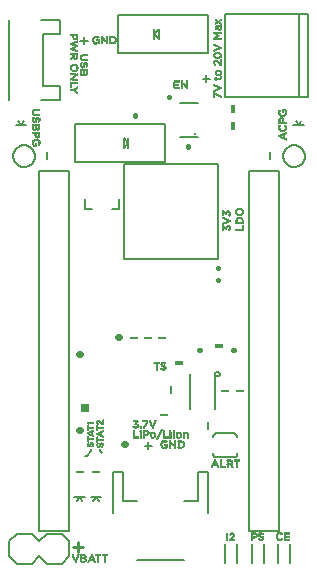
<source format=gto>
G75*
%MOIN*%
%OFA0B0*%
%FSLAX25Y25*%
%IPPOS*%
%LPD*%
%AMOC8*
5,1,8,0,0,1.08239X$1,22.5*
%
%ADD10C,0.00600*%
%ADD11C,0.00800*%
%ADD12C,0.00900*%
%ADD13R,0.00012X0.00012*%
%ADD14R,0.00012X0.00012*%
%ADD15R,0.00012X0.00228*%
%ADD16R,0.00012X0.00012*%
%ADD17R,0.00012X0.00492*%
%ADD18R,0.00012X0.00564*%
%ADD19R,0.00012X0.00396*%
%ADD20R,0.00012X0.00384*%
%ADD21R,0.00012X0.00708*%
%ADD22R,0.00012X0.00444*%
%ADD23R,0.00012X0.00396*%
%ADD24R,0.00012X0.00528*%
%ADD25R,0.00012X0.00756*%
%ADD26R,0.00012X0.00432*%
%ADD27R,0.00012X0.00372*%
%ADD28R,0.00012X0.01776*%
%ADD29R,0.00012X0.00444*%
%ADD30R,0.00012X0.00408*%
%ADD31R,0.00012X0.00540*%
%ADD32R,0.00012X0.00876*%
%ADD33R,0.00012X0.00432*%
%ADD34R,0.00012X0.01764*%
%ADD35R,0.00012X0.00420*%
%ADD36R,0.00012X0.00528*%
%ADD37R,0.00012X0.00924*%
%ADD38R,0.00012X0.01776*%
%ADD39R,0.00012X0.00420*%
%ADD40R,0.00012X0.00528*%
%ADD41R,0.00012X0.01020*%
%ADD42R,0.00012X0.00408*%
%ADD43R,0.00012X0.01764*%
%ADD44R,0.00012X0.00516*%
%ADD45R,0.00012X0.01056*%
%ADD46R,0.00012X0.00420*%
%ADD47R,0.00012X0.01116*%
%ADD48R,0.00012X0.00516*%
%ADD49R,0.00012X0.01164*%
%ADD50R,0.00012X0.00456*%
%ADD51R,0.00012X0.00456*%
%ADD52R,0.00012X0.01212*%
%ADD53R,0.00012X0.00468*%
%ADD54R,0.00012X0.01260*%
%ADD55R,0.00012X0.00480*%
%ADD56R,0.00012X0.00468*%
%ADD57R,0.00012X0.00540*%
%ADD58R,0.00012X0.01308*%
%ADD59R,0.00012X0.00456*%
%ADD60R,0.00012X0.00480*%
%ADD61R,0.00012X0.01344*%
%ADD62R,0.00012X0.00492*%
%ADD63R,0.00012X0.01404*%
%ADD64R,0.00012X0.00492*%
%ADD65R,0.00012X0.01428*%
%ADD66R,0.00012X0.00504*%
%ADD67R,0.00012X0.01476*%
%ADD68R,0.00012X0.00504*%
%ADD69R,0.00012X0.00504*%
%ADD70R,0.00012X0.01500*%
%ADD71R,0.00012X0.00528*%
%ADD72R,0.00012X0.01548*%
%ADD73R,0.00012X0.01572*%
%ADD74R,0.00012X0.01608*%
%ADD75R,0.00012X0.00552*%
%ADD76R,0.00012X0.01632*%
%ADD77R,0.00012X0.00564*%
%ADD78R,0.00012X0.01692*%
%ADD79R,0.00012X0.00564*%
%ADD80R,0.00012X0.01692*%
%ADD81R,0.00012X0.00576*%
%ADD82R,0.00012X0.01740*%
%ADD83R,0.00012X0.00576*%
%ADD84R,0.00012X0.01752*%
%ADD85R,0.00012X0.00588*%
%ADD86R,0.00012X0.00588*%
%ADD87R,0.00012X0.00540*%
%ADD88R,0.00012X0.01788*%
%ADD89R,0.00012X0.00600*%
%ADD90R,0.00012X0.00600*%
%ADD91R,0.00012X0.01812*%
%ADD92R,0.00012X0.00612*%
%ADD93R,0.00012X0.01836*%
%ADD94R,0.00012X0.00612*%
%ADD95R,0.00012X0.00612*%
%ADD96R,0.00012X0.01860*%
%ADD97R,0.00012X0.00624*%
%ADD98R,0.00012X0.01884*%
%ADD99R,0.00012X0.00624*%
%ADD100R,0.00012X0.01908*%
%ADD101R,0.00012X0.00636*%
%ADD102R,0.00012X0.00636*%
%ADD103R,0.00012X0.00648*%
%ADD104R,0.00012X0.01932*%
%ADD105R,0.00012X0.00648*%
%ADD106R,0.00012X0.00852*%
%ADD107R,0.00012X0.00660*%
%ADD108R,0.00012X0.00648*%
%ADD109R,0.00012X0.00660*%
%ADD110R,0.00012X0.00828*%
%ADD111R,0.00012X0.00012*%
%ADD112R,0.00012X0.00804*%
%ADD113R,0.00012X0.00672*%
%ADD114R,0.00012X0.00780*%
%ADD115R,0.00012X0.00756*%
%ADD116R,0.00012X0.00672*%
%ADD117R,0.00012X0.00684*%
%ADD118R,0.00012X0.00756*%
%ADD119R,0.00012X0.00720*%
%ADD120R,0.00012X0.00684*%
%ADD121R,0.00012X0.00732*%
%ADD122R,0.00012X0.00696*%
%ADD123R,0.00012X0.00684*%
%ADD124R,0.00012X0.00696*%
%ADD125R,0.00012X0.00708*%
%ADD126R,0.00012X0.00720*%
%ADD127R,0.00012X0.00732*%
%ADD128R,0.00012X0.00720*%
%ADD129R,0.00012X0.00744*%
%ADD130R,0.00012X0.00612*%
%ADD131R,0.00012X0.00768*%
%ADD132R,0.00012X0.00540*%
%ADD133R,0.00012X0.00780*%
%ADD134R,0.00012X0.00768*%
%ADD135R,0.00012X0.00792*%
%ADD136R,0.00012X0.00804*%
%ADD137R,0.00012X0.00792*%
%ADD138R,0.00012X0.00792*%
%ADD139R,0.00012X0.00816*%
%ADD140R,0.00012X0.00792*%
%ADD141R,0.00012X0.00576*%
%ADD142R,0.00012X0.00552*%
%ADD143R,0.00012X0.00828*%
%ADD144R,0.00012X0.00840*%
%ADD145R,0.00012X0.00840*%
%ADD146R,0.00012X0.00828*%
%ADD147R,0.00012X0.00864*%
%ADD148R,0.00012X0.00864*%
%ADD149R,0.00012X0.00864*%
%ADD150R,0.00012X0.00888*%
%ADD151R,0.00012X0.00900*%
%ADD152R,0.00012X0.00912*%
%ADD153R,0.00012X0.00936*%
%ADD154R,0.00012X0.00936*%
%ADD155R,0.00012X0.00948*%
%ADD156R,0.00012X0.00948*%
%ADD157R,0.00012X0.00960*%
%ADD158R,0.00012X0.00420*%
%ADD159R,0.00012X0.00972*%
%ADD160R,0.00012X0.00984*%
%ADD161R,0.00012X0.00456*%
%ADD162R,0.00012X0.01092*%
%ADD163R,0.00012X0.01200*%
%ADD164R,0.00012X0.01236*%
%ADD165R,0.00012X0.01320*%
%ADD166R,0.00012X0.01332*%
%ADD167R,0.00012X0.01392*%
%ADD168R,0.00012X0.01512*%
%ADD169R,0.00012X0.01404*%
%ADD170R,0.00012X0.01500*%
%ADD171R,0.00012X0.01440*%
%ADD172R,0.00012X0.00492*%
%ADD173R,0.00012X0.01476*%
%ADD174R,0.00012X0.01488*%
%ADD175R,0.00012X0.01512*%
%ADD176R,0.00012X0.01524*%
%ADD177R,0.00012X0.01476*%
%ADD178R,0.00012X0.01536*%
%ADD179R,0.00012X0.01464*%
%ADD180R,0.00012X0.01560*%
%ADD181R,0.00012X0.01584*%
%ADD182R,0.00012X0.01536*%
%ADD183R,0.00012X0.01596*%
%ADD184R,0.00012X0.01548*%
%ADD185R,0.00012X0.01608*%
%ADD186R,0.00012X0.01632*%
%ADD187R,0.00012X0.01620*%
%ADD188R,0.00012X0.01656*%
%ADD189R,0.00012X0.01668*%
%ADD190R,0.00012X0.01680*%
%ADD191R,0.00012X0.01692*%
%ADD192R,0.00012X0.01716*%
%ADD193R,0.00012X0.01704*%
%ADD194R,0.00012X0.01728*%
%ADD195R,0.00012X0.01728*%
%ADD196R,0.00012X0.01740*%
%ADD197R,0.00012X0.01800*%
%ADD198R,0.00012X0.01812*%
%ADD199R,0.00012X0.01824*%
%ADD200R,0.00012X0.00648*%
%ADD201R,0.00012X0.01788*%
%ADD202R,0.00012X0.01836*%
%ADD203R,0.00012X0.01848*%
%ADD204R,0.00012X0.00684*%
%ADD205R,0.00012X0.01800*%
%ADD206R,0.00012X0.01860*%
%ADD207R,0.00012X0.01824*%
%ADD208R,0.00012X0.01872*%
%ADD209R,0.00012X0.01812*%
%ADD210R,0.00012X0.01884*%
%ADD211R,0.00012X0.00720*%
%ADD212R,0.00012X0.01896*%
%ADD213R,0.00012X0.00744*%
%ADD214R,0.00012X0.01908*%
%ADD215R,0.00012X0.01920*%
%ADD216R,0.00012X0.01920*%
%ADD217R,0.00012X0.00816*%
%ADD218R,0.00012X0.00576*%
%ADD219R,0.00012X0.00876*%
%ADD220R,0.00012X0.00900*%
%ADD221R,0.00012X0.00948*%
%ADD222R,0.00012X0.00972*%
%ADD223R,0.00012X0.00996*%
%ADD224R,0.00012X0.00468*%
%ADD225R,0.00012X0.00984*%
%ADD226R,0.00012X0.00852*%
%ADD227R,0.00012X0.00888*%
%ADD228R,0.00012X0.00864*%
%ADD229R,0.00012X0.00828*%
%ADD230R,0.00012X0.01956*%
%ADD231R,0.00012X0.01956*%
%ADD232R,0.00012X0.01944*%
%ADD233R,0.00012X0.00504*%
%ADD234R,0.00012X0.01884*%
%ADD235R,0.00012X0.01764*%
%ADD236R,0.00012X0.01848*%
%ADD237R,0.00012X0.01668*%
%ADD238R,0.00012X0.01644*%
%ADD239R,0.00012X0.01812*%
%ADD240R,0.00012X0.01584*%
%ADD241R,0.00012X0.01752*%
%ADD242R,0.00012X0.01452*%
%ADD243R,0.00012X0.01548*%
%ADD244R,0.00012X0.01380*%
%ADD245R,0.00012X0.01356*%
%ADD246R,0.00012X0.00468*%
%ADD247R,0.00012X0.01284*%
%ADD248R,0.00012X0.01212*%
%ADD249R,0.00012X0.01188*%
%ADD250R,0.00012X0.01368*%
%ADD251R,0.00012X0.01512*%
%ADD252R,0.00012X0.01068*%
%ADD253R,0.00012X0.01452*%
%ADD254R,0.00012X0.01272*%
%ADD255R,0.00012X0.01416*%
%ADD256R,0.00012X0.00948*%
%ADD257R,0.00012X0.01128*%
%ADD258R,0.00012X0.01248*%
%ADD259R,0.00012X0.00372*%
%ADD260R,0.00012X0.00276*%
%ADD261R,0.00012X0.00804*%
%ADD262R,0.00012X0.01428*%
%ADD263R,0.00012X0.01584*%
%ADD264R,0.00012X0.01044*%
%ADD265R,0.00012X0.01620*%
%ADD266R,0.00012X0.01128*%
%ADD267R,0.00012X0.01140*%
%ADD268R,0.00012X0.01188*%
%ADD269R,0.00012X0.01704*%
%ADD270R,0.00012X0.01236*%
%ADD271R,0.00012X0.01284*%
%ADD272R,0.00012X0.01260*%
%ADD273R,0.00012X0.01308*%
%ADD274R,0.00012X0.01356*%
%ADD275R,0.00012X0.01380*%
%ADD276R,0.00012X0.01848*%
%ADD277R,0.00012X0.01524*%
%ADD278R,0.00012X0.01596*%
%ADD279R,0.00012X0.01896*%
%ADD280R,0.00012X0.01920*%
%ADD281R,0.00012X0.01680*%
%ADD282R,0.00012X0.01944*%
%ADD283R,0.00012X0.01728*%
%ADD284R,0.00012X0.01644*%
%ADD285R,0.00012X0.01968*%
%ADD286R,0.00012X0.01980*%
%ADD287R,0.00012X0.01992*%
%ADD288R,0.00012X0.02004*%
%ADD289R,0.00012X0.01872*%
%ADD290R,0.00012X0.02016*%
%ADD291R,0.00012X0.01776*%
%ADD292R,0.00012X0.02016*%
%ADD293R,0.00012X0.02028*%
%ADD294R,0.00012X0.00324*%
%ADD295R,0.00012X0.00300*%
%ADD296R,0.00012X0.00276*%
%ADD297R,0.00012X0.00252*%
%ADD298R,0.00012X0.00204*%
%ADD299R,0.00012X0.00180*%
%ADD300R,0.00012X0.00156*%
%ADD301R,0.00012X0.00144*%
%ADD302R,0.00012X0.00120*%
%ADD303R,0.00012X0.00108*%
%ADD304R,0.00012X0.00060*%
%ADD305R,0.00012X0.00060*%
%ADD306R,0.00012X0.01116*%
%ADD307R,0.00012X0.01932*%
%ADD308R,0.00012X0.01140*%
%ADD309R,0.00012X0.01164*%
%ADD310R,0.00012X0.01272*%
%ADD311R,0.00012X0.01284*%
%ADD312R,0.00012X0.01212*%
%ADD313R,0.00012X0.01092*%
%ADD314R,0.00012X0.01068*%
%ADD315R,0.00012X0.01008*%
%ADD316R,0.00012X0.00756*%
%ADD317R,0.00012X0.00048*%
%ADD318R,0.00012X0.00084*%
%ADD319R,0.00012X0.00132*%
%ADD320R,0.00012X0.00144*%
%ADD321R,0.00012X0.00192*%
%ADD322R,0.00012X0.00240*%
%ADD323R,0.00012X0.00564*%
%ADD324R,0.00012X0.01668*%
%ADD325R,0.00012X0.01656*%
%ADD326R,0.00012X0.01848*%
%ADD327R,0.00012X0.01464*%
%ADD328R,0.00012X0.01428*%
%ADD329R,0.00012X0.01356*%
%ADD330R,0.00012X0.01716*%
%ADD331R,0.00012X0.01224*%
%ADD332R,0.00012X0.01620*%
%ADD333R,0.00012X0.01584*%
%ADD334R,0.00012X0.01020*%
%ADD335R,0.00012X0.00996*%
%ADD336R,0.00012X0.00228*%
%ADD337R,0.00012X0.00180*%
%ADD338R,0.00012X0.00228*%
%ADD339R,0.00012X0.00204*%
%ADD340R,0.00012X0.00348*%
%ADD341R,0.00012X0.00804*%
%ADD342R,0.00012X0.00960*%
%ADD343R,0.00012X0.00912*%
%ADD344R,0.00012X0.01068*%
%ADD345R,0.00012X0.01212*%
%ADD346R,0.00012X0.01032*%
%ADD347R,0.00012X0.01248*%
%ADD348R,0.00012X0.01284*%
%ADD349R,0.00012X0.01320*%
%ADD350R,0.00012X0.00876*%
%ADD351R,0.00012X0.01368*%
%ADD352R,0.00012X0.01344*%
%ADD353R,0.00012X0.01392*%
%ADD354R,0.00012X0.01176*%
%ADD355R,0.00012X0.01176*%
%ADD356R,0.00012X0.01440*%
%ADD357R,0.00012X0.01656*%
%ADD358R,0.00012X0.01488*%
%ADD359R,0.00012X0.01656*%
%ADD360R,0.00012X0.00924*%
%ADD361R,0.00012X0.01560*%
%ADD362R,0.00012X0.00036*%
%ADD363R,0.00012X0.00036*%
%ADD364R,0.00012X0.00096*%
%ADD365R,0.00012X0.00084*%
%ADD366R,0.00012X0.00168*%
%ADD367R,0.00012X0.00192*%
%ADD368R,0.00012X0.00252*%
%ADD369R,0.00012X0.00300*%
%ADD370R,0.00012X0.00360*%
%ADD371R,0.00012X0.01572*%
%ADD372R,0.00012X0.01476*%
%ADD373R,0.00012X0.01392*%
%ADD374R,0.00012X0.00324*%
%ADD375R,0.00012X0.00288*%
%ADD376R,0.00012X0.01404*%
%ADD377R,0.00012X0.01332*%
%ADD378R,0.00012X0.01140*%
%ADD379R,0.00012X0.00912*%
%ADD380R,0.00012X0.00264*%
%ADD381R,0.00012X0.00336*%
%ADD382R,0.00012X0.01764*%
%ADD383R,0.00012X0.01620*%
%ADD384R,0.00012X0.01200*%
%ADD385R,0.00012X0.01092*%
%ADD386R,0.00012X0.01020*%
%ADD387R,0.00384X0.00012*%
%ADD388R,0.00372X0.00012*%
%ADD389R,0.00396X0.00012*%
%ADD390R,0.00384X0.00012*%
%ADD391R,0.00384X0.00012*%
%ADD392R,0.00372X0.00012*%
%ADD393R,0.00384X0.00012*%
%ADD394R,0.00396X0.00012*%
%ADD395R,0.00180X0.00012*%
%ADD396R,0.00444X0.00012*%
%ADD397R,0.00540X0.00012*%
%ADD398R,0.00516X0.00012*%
%ADD399R,0.00660X0.00012*%
%ADD400R,0.00408X0.00012*%
%ADD401R,0.00636X0.00012*%
%ADD402R,0.00732X0.00012*%
%ADD403R,0.00480X0.00012*%
%ADD404R,0.00504X0.00012*%
%ADD405R,0.01764X0.00012*%
%ADD406R,0.00432X0.00012*%
%ADD407R,0.00684X0.00012*%
%ADD408R,0.01764X0.00012*%
%ADD409R,0.00816X0.00012*%
%ADD410R,0.00480X0.00012*%
%ADD411R,0.00420X0.00012*%
%ADD412R,0.01776X0.00012*%
%ADD413R,0.00444X0.00012*%
%ADD414R,0.00780X0.00012*%
%ADD415R,0.00432X0.00012*%
%ADD416R,0.00852X0.00012*%
%ADD417R,0.00492X0.00012*%
%ADD418R,0.00420X0.00012*%
%ADD419R,0.00804X0.00012*%
%ADD420R,0.00924X0.00012*%
%ADD421R,0.01776X0.00012*%
%ADD422R,0.00876X0.00012*%
%ADD423R,0.00996X0.00012*%
%ADD424R,0.00492X0.00012*%
%ADD425R,0.01764X0.00012*%
%ADD426R,0.00924X0.00012*%
%ADD427R,0.01764X0.00012*%
%ADD428R,0.01032X0.00012*%
%ADD429R,0.00516X0.00012*%
%ADD430R,0.00468X0.00012*%
%ADD431R,0.00972X0.00012*%
%ADD432R,0.01092X0.00012*%
%ADD433R,0.00456X0.00012*%
%ADD434R,0.01128X0.00012*%
%ADD435R,0.01068X0.00012*%
%ADD436R,0.01164X0.00012*%
%ADD437R,0.01092X0.00012*%
%ADD438R,0.01092X0.00012*%
%ADD439R,0.01200X0.00012*%
%ADD440R,0.00504X0.00012*%
%ADD441R,0.01140X0.00012*%
%ADD442R,0.01140X0.00012*%
%ADD443R,0.01236X0.00012*%
%ADD444R,0.01284X0.00012*%
%ADD445R,0.00492X0.00012*%
%ADD446R,0.01212X0.00012*%
%ADD447R,0.01308X0.00012*%
%ADD448R,0.00492X0.00012*%
%ADD449R,0.01236X0.00012*%
%ADD450R,0.01332X0.00012*%
%ADD451R,0.00504X0.00012*%
%ADD452R,0.00540X0.00012*%
%ADD453R,0.01356X0.00012*%
%ADD454R,0.01284X0.00012*%
%ADD455R,0.01404X0.00012*%
%ADD456R,0.00564X0.00012*%
%ADD457R,0.01344X0.00012*%
%ADD458R,0.01428X0.00012*%
%ADD459R,0.00564X0.00012*%
%ADD460R,0.01368X0.00012*%
%ADD461R,0.01452X0.00012*%
%ADD462R,0.01392X0.00012*%
%ADD463R,0.01476X0.00012*%
%ADD464R,0.00588X0.00012*%
%ADD465R,0.01416X0.00012*%
%ADD466R,0.01500X0.00012*%
%ADD467R,0.00612X0.00012*%
%ADD468R,0.01524X0.00012*%
%ADD469R,0.01464X0.00012*%
%ADD470R,0.01560X0.00012*%
%ADD471R,0.01572X0.00012*%
%ADD472R,0.01620X0.00012*%
%ADD473R,0.00648X0.00012*%
%ADD474R,0.01548X0.00012*%
%ADD475R,0.01608X0.00012*%
%ADD476R,0.01644X0.00012*%
%ADD477R,0.01584X0.00012*%
%ADD478R,0.01584X0.00012*%
%ADD479R,0.01644X0.00012*%
%ADD480R,0.00660X0.00012*%
%ADD481R,0.01584X0.00012*%
%ADD482R,0.01584X0.00012*%
%ADD483R,0.01680X0.00012*%
%ADD484R,0.00828X0.00012*%
%ADD485R,0.00792X0.00012*%
%ADD486R,0.00792X0.00012*%
%ADD487R,0.01692X0.00012*%
%ADD488R,0.00684X0.00012*%
%ADD489R,0.00888X0.00012*%
%ADD490R,0.00732X0.00012*%
%ADD491R,0.00708X0.00012*%
%ADD492R,0.00780X0.00012*%
%ADD493R,0.00696X0.00012*%
%ADD494R,0.00756X0.00012*%
%ADD495R,0.00612X0.00012*%
%ADD496R,0.00636X0.00012*%
%ADD497R,0.00612X0.00012*%
%ADD498R,0.00708X0.00012*%
%ADD499R,0.00588X0.00012*%
%ADD500R,0.00576X0.00012*%
%ADD501R,0.00612X0.00012*%
%ADD502R,0.00744X0.00012*%
%ADD503R,0.00576X0.00012*%
%ADD504R,0.00540X0.00012*%
%ADD505R,0.00756X0.00012*%
%ADD506R,0.00540X0.00012*%
%ADD507R,0.00528X0.00012*%
%ADD508R,0.00528X0.00012*%
%ADD509R,0.00420X0.00012*%
%ADD510R,0.00804X0.00012*%
%ADD511R,0.00348X0.00012*%
%ADD512R,0.00852X0.00012*%
%ADD513R,0.00312X0.00012*%
%ADD514R,0.00288X0.00012*%
%ADD515R,0.00468X0.00012*%
%ADD516R,0.00252X0.00012*%
%ADD517R,0.00204X0.00012*%
%ADD518R,0.00456X0.00012*%
%ADD519R,0.00876X0.00012*%
%ADD520R,0.00192X0.00012*%
%ADD521R,0.00900X0.00012*%
%ADD522R,0.00156X0.00012*%
%ADD523R,0.00456X0.00012*%
%ADD524R,0.00456X0.00012*%
%ADD525R,0.00132X0.00012*%
%ADD526R,0.00108X0.00012*%
%ADD527R,0.00096X0.00012*%
%ADD528R,0.00060X0.00012*%
%ADD529R,0.00060X0.00012*%
%ADD530R,0.01080X0.00012*%
%ADD531R,0.01188X0.00012*%
%ADD532R,0.01248X0.00012*%
%ADD533R,0.01308X0.00012*%
%ADD534R,0.01344X0.00012*%
%ADD535R,0.01380X0.00012*%
%ADD536R,0.01416X0.00012*%
%ADD537R,0.00468X0.00012*%
%ADD538R,0.01512X0.00012*%
%ADD539R,0.00468X0.00012*%
%ADD540R,0.01548X0.00012*%
%ADD541R,0.01620X0.00012*%
%ADD542R,0.01632X0.00012*%
%ADD543R,0.01656X0.00012*%
%ADD544R,0.00420X0.00012*%
%ADD545R,0.00576X0.00012*%
%ADD546R,0.01692X0.00012*%
%ADD547R,0.01716X0.00012*%
%ADD548R,0.01716X0.00012*%
%ADD549R,0.00672X0.00012*%
%ADD550R,0.01740X0.00012*%
%ADD551R,0.01752X0.00012*%
%ADD552R,0.01752X0.00012*%
%ADD553R,0.01116X0.00012*%
%ADD554R,0.01788X0.00012*%
%ADD555R,0.01104X0.00012*%
%ADD556R,0.01776X0.00012*%
%ADD557R,0.01788X0.00012*%
%ADD558R,0.01092X0.00012*%
%ADD559R,0.01800X0.00012*%
%ADD560R,0.01812X0.00012*%
%ADD561R,0.01824X0.00012*%
%ADD562R,0.01044X0.00012*%
%ADD563R,0.01020X0.00012*%
%ADD564R,0.00600X0.00012*%
%ADD565R,0.01020X0.00012*%
%ADD566R,0.00996X0.00012*%
%ADD567R,0.00948X0.00012*%
%ADD568R,0.00948X0.00012*%
%ADD569R,0.00936X0.00012*%
%ADD570R,0.00528X0.00012*%
%ADD571R,0.00828X0.00012*%
%ADD572R,0.00552X0.00012*%
%ADD573R,0.00756X0.00012*%
%ADD574R,0.00552X0.00012*%
%ADD575R,0.00624X0.00012*%
%ADD576R,0.00576X0.00012*%
%ADD577R,0.00720X0.00012*%
%ADD578R,0.01608X0.00012*%
%ADD579R,0.01632X0.00012*%
%ADD580R,0.01548X0.00012*%
%ADD581R,0.01620X0.00012*%
%ADD582R,0.01536X0.00012*%
%ADD583R,0.01500X0.00012*%
%ADD584R,0.01164X0.00012*%
%ADD585R,0.01152X0.00012*%
%ADD586R,0.01464X0.00012*%
%ADD587R,0.01140X0.00012*%
%ADD588R,0.01452X0.00012*%
%ADD589R,0.01404X0.00012*%
%ADD590R,0.01356X0.00012*%
%ADD591R,0.01068X0.00012*%
%ADD592R,0.01056X0.00012*%
%ADD593R,0.01284X0.00012*%
%ADD594R,0.01284X0.00012*%
%ADD595R,0.01020X0.00012*%
%ADD596R,0.01212X0.00012*%
%ADD597R,0.00972X0.00012*%
%ADD598R,0.01140X0.00012*%
%ADD599R,0.00864X0.00012*%
%ADD600R,0.00756X0.00012*%
%ADD601R,0.00528X0.00012*%
%ADD602R,0.01836X0.00012*%
%ADD603R,0.01812X0.00012*%
%ADD604R,0.01800X0.00012*%
%ADD605R,0.01668X0.00012*%
%ADD606R,0.01668X0.00012*%
%ADD607R,0.01656X0.00012*%
%ADD608R,0.01776X0.00012*%
%ADD609R,0.01740X0.00012*%
%ADD610R,0.01728X0.00012*%
%ADD611R,0.01704X0.00012*%
%ADD612R,0.01668X0.00012*%
%ADD613R,0.01668X0.00012*%
%ADD614R,0.01620X0.00012*%
%ADD615R,0.01596X0.00012*%
%ADD616R,0.01560X0.00012*%
%ADD617R,0.01548X0.00012*%
%ADD618R,0.01380X0.00012*%
%ADD619R,0.01320X0.00012*%
%ADD620R,0.01200X0.00012*%
%ADD621R,0.00276X0.00012*%
%ADD622R,0.01896X0.00012*%
%ADD623R,0.01884X0.00012*%
%ADD624R,0.01896X0.00012*%
%ADD625R,0.01020X0.00012*%
%ADD626R,0.01884X0.00012*%
%ADD627R,0.01692X0.00012*%
%ADD628R,0.00600X0.00012*%
%ADD629R,0.01740X0.00012*%
%ADD630R,0.00624X0.00012*%
%ADD631R,0.01836X0.00012*%
%ADD632R,0.00648X0.00012*%
%ADD633R,0.01860X0.00012*%
%ADD634R,0.00684X0.00012*%
%ADD635R,0.00684X0.00012*%
%ADD636R,0.00696X0.00012*%
%ADD637R,0.00720X0.00012*%
%ADD638R,0.00768X0.00012*%
%ADD639R,0.00324X0.00012*%
%ADD640R,0.00300X0.00012*%
%ADD641R,0.00276X0.00012*%
%ADD642R,0.00816X0.00012*%
%ADD643R,0.00204X0.00012*%
%ADD644R,0.00840X0.00012*%
%ADD645R,0.00192X0.00012*%
%ADD646R,0.00840X0.00012*%
%ADD647R,0.00156X0.00012*%
%ADD648R,0.00120X0.00012*%
%ADD649R,0.00072X0.00012*%
%ADD650R,0.00048X0.00012*%
%ADD651R,0.00912X0.00012*%
%ADD652R,0.00936X0.00012*%
%ADD653R,0.00960X0.00012*%
%ADD654R,0.00984X0.00012*%
%ADD655R,0.00792X0.00012*%
%ADD656R,0.00840X0.00012*%
%ADD657R,0.00876X0.00012*%
%ADD658R,0.01704X0.00012*%
%ADD659R,0.01056X0.00012*%
%ADD660R,0.01116X0.00012*%
%ADD661R,0.01704X0.00012*%
%ADD662R,0.01188X0.00012*%
%ADD663R,0.01212X0.00012*%
%ADD664R,0.01260X0.00012*%
%ADD665R,0.01260X0.00012*%
%ADD666R,0.00564X0.00012*%
%ADD667R,0.01008X0.00012*%
%ADD668R,0.00984X0.00012*%
%ADD669R,0.00984X0.00012*%
%ADD670R,0.00984X0.00012*%
%ADD671R,0.00960X0.00012*%
%ADD672R,0.00948X0.00012*%
%ADD673R,0.00912X0.00012*%
%ADD674R,0.00888X0.00012*%
%ADD675R,0.00024X0.00012*%
%ADD676R,0.00036X0.00012*%
%ADD677R,0.00084X0.00012*%
%ADD678R,0.00144X0.00012*%
%ADD679R,0.00276X0.00012*%
%ADD680R,0.00300X0.00012*%
%ADD681R,0.00336X0.00012*%
%ADD682R,0.02052X0.00012*%
%ADD683R,0.01872X0.00012*%
%ADD684R,0.00720X0.00012*%
%ADD685R,0.02052X0.00012*%
%ADD686R,0.01872X0.00012*%
%ADD687R,0.00648X0.00012*%
%ADD688R,0.00648X0.00012*%
%ADD689R,0.01596X0.00012*%
%ADD690R,0.01428X0.00012*%
%ADD691R,0.00204X0.00012*%
%ADD692R,0.01824X0.00012*%
%ADD693R,0.01884X0.00012*%
%ADD694R,0.00948X0.00012*%
%ADD695R,0.01884X0.00012*%
%ADD696R,0.01056X0.00012*%
%ADD697R,0.01404X0.00012*%
%ADD698R,0.01572X0.00012*%
%ADD699R,0.01908X0.00012*%
%ADD700R,0.01812X0.00012*%
%ADD701R,0.01932X0.00012*%
%ADD702R,0.00744X0.00012*%
%ADD703R,0.00336X0.00012*%
%ADD704R,0.00324X0.00012*%
%ADD705R,0.00288X0.00012*%
%ADD706R,0.00252X0.00012*%
%ADD707R,0.00228X0.00012*%
%ADD708R,0.00216X0.00012*%
%ADD709R,0.00156X0.00012*%
%ADD710R,0.00168X0.00012*%
%ADD711R,0.00120X0.00012*%
%ADD712R,0.00132X0.00012*%
%ADD713R,0.00108X0.00012*%
%ADD714R,0.00048X0.00012*%
%ADD715R,0.01080X0.00012*%
%ADD716R,0.01248X0.00012*%
%ADD717R,0.01512X0.00012*%
%ADD718R,0.00036X0.00012*%
%ADD719R,0.00240X0.00012*%
%ADD720R,0.00264X0.00012*%
%ADD721R,0.00120X0.00012*%
%ADD722R,0.00084X0.00012*%
%ADD723R,0.00348X0.00012*%
%ADD724R,0.00144X0.00012*%
%ADD725R,0.00348X0.00012*%
%ADD726R,0.00564X0.00012*%
%ADD727R,0.00408X0.00012*%
%ADD728R,0.01932X0.00012*%
%ADD729R,0.01524X0.00012*%
%ADD730R,0.01908X0.00012*%
%ADD731R,0.01488X0.00012*%
%ADD732R,0.01740X0.00012*%
%ADD733R,0.01392X0.00012*%
%ADD734R,0.01692X0.00012*%
%ADD735R,0.01368X0.00012*%
%ADD736R,0.01428X0.00012*%
%ADD737R,0.01224X0.00012*%
%ADD738R,0.01332X0.00012*%
%ADD739R,0.01212X0.00012*%
%ADD740R,0.01320X0.00012*%
%ADD741R,0.00012X0.01092*%
%ADD742R,0.00012X0.01224*%
%ADD743R,0.00012X0.01404*%
%ADD744R,0.00012X0.01956*%
%ADD745R,0.00012X0.01884*%
%ADD746R,0.00012X0.01980*%
%ADD747R,0.00012X0.01992*%
%ADD748R,0.00012X0.02004*%
%ADD749R,0.00012X0.02040*%
%ADD750R,0.00012X0.00360*%
%ADD751R,0.00012X0.00336*%
%ADD752R,0.00012X0.00264*%
%ADD753R,0.00012X0.00156*%
%ADD754R,0.00012X0.00156*%
%ADD755R,0.00012X0.00084*%
%ADD756R,0.00012X0.00024*%
%ADD757R,0.00012X0.00768*%
%ADD758R,0.00012X0.01968*%
%ADD759R,0.00012X0.01176*%
%ADD760R,0.00012X0.00024*%
%ADD761R,0.00012X0.00084*%
%ADD762R,0.00012X0.00072*%
%ADD763R,0.00012X0.00072*%
%ADD764R,0.00012X0.00120*%
%ADD765R,0.00012X0.00132*%
%ADD766R,0.00012X0.00156*%
%ADD767R,0.00012X0.00204*%
%ADD768R,0.00012X0.00216*%
%ADD769R,0.00012X0.00276*%
%ADD770R,0.00012X0.00264*%
%ADD771R,0.00012X0.00312*%
%ADD772R,0.00012X0.01020*%
%ADD773R,0.00012X0.01128*%
%ADD774R,0.00012X0.00876*%
%ADD775R,0.00012X0.00312*%
%ADD776R,0.00012X0.00216*%
%ADD777R,0.00012X0.02088*%
%ADD778R,0.00012X0.02076*%
%ADD779R,0.00012X0.02076*%
%ADD780R,0.00012X0.02052*%
%ADD781R,0.00012X0.02052*%
%ADD782R,0.00012X0.02040*%
%ADD783R,0.00012X0.02028*%
%ADD784R,0.00012X0.01080*%
%ADD785R,0.00012X0.01248*%
%ADD786R,0.00012X0.01416*%
%ADD787R,0.00012X0.01080*%
%ADD788R,0.00012X0.01776*%
%ADD789R,0.00012X0.00108*%
%ADD790R,0.00012X0.00168*%
%ADD791R,0.00012X0.00240*%
%ADD792R,0.00012X0.00288*%
%ADD793R,0.00012X0.00348*%
%ADD794R,0.00012X0.01512*%
%ADD795R,0.00012X0.01548*%
%ADD796R,0.00012X0.01296*%
%ADD797R,0.00012X0.00984*%
%ADD798R,0.01176X0.00012*%
%ADD799R,0.01536X0.00012*%
%ADD800R,0.00504X0.00012*%
%ADD801R,0.01944X0.00012*%
%ADD802R,0.01848X0.00012*%
%ADD803R,0.01956X0.00012*%
%ADD804R,0.02004X0.00012*%
%ADD805R,0.02004X0.00012*%
%ADD806R,0.02016X0.00012*%
%ADD807R,0.01920X0.00012*%
%ADD808R,0.00720X0.00012*%
%ADD809R,0.01944X0.00012*%
%ADD810R,0.00768X0.00012*%
%ADD811R,0.00804X0.00012*%
%ADD812R,0.00804X0.00012*%
%ADD813R,0.00840X0.00012*%
%ADD814R,0.00876X0.00012*%
%ADD815R,0.00900X0.00012*%
%ADD816R,0.00864X0.00012*%
%ADD817R,0.00180X0.00012*%
%ADD818R,0.00264X0.00012*%
%ADD819R,0.00768X0.00012*%
%ADD820R,0.00672X0.00012*%
%ADD821R,0.01920X0.00012*%
%ADD822R,0.01860X0.00012*%
%ADD823R,0.01812X0.00012*%
%ADD824R,0.01476X0.00012*%
%ADD825R,0.01356X0.00012*%
%ADD826R,0.01512X0.00012*%
%ADD827R,0.01440X0.00012*%
%ADD828R,0.01272X0.00012*%
%ADD829R,0.00828X0.00012*%
%ADD830R,0.00010X0.00010*%
%ADD831R,0.00010X0.00250*%
%ADD832R,0.00010X0.00370*%
%ADD833R,0.00010X0.00370*%
%ADD834R,0.00010X0.00510*%
%ADD835R,0.00010X0.00590*%
%ADD836R,0.00010X0.00380*%
%ADD837R,0.00010X0.00400*%
%ADD838R,0.00010X0.00360*%
%ADD839R,0.00010X0.01520*%
%ADD840R,0.00010X0.00670*%
%ADD841R,0.00010X0.00390*%
%ADD842R,0.00010X0.00670*%
%ADD843R,0.00010X0.00710*%
%ADD844R,0.00010X0.00390*%
%ADD845R,0.00010X0.00810*%
%ADD846R,0.00010X0.00830*%
%ADD847R,0.00010X0.00890*%
%ADD848R,0.00010X0.00930*%
%ADD849R,0.00010X0.00990*%
%ADD850R,0.00010X0.00990*%
%ADD851R,0.00010X0.01010*%
%ADD852R,0.00010X0.01050*%
%ADD853R,0.00010X0.01070*%
%ADD854R,0.00010X0.01130*%
%ADD855R,0.00010X0.00410*%
%ADD856R,0.00010X0.01150*%
%ADD857R,0.00010X0.01190*%
%ADD858R,0.00010X0.01190*%
%ADD859R,0.00010X0.01210*%
%ADD860R,0.00010X0.01250*%
%ADD861R,0.00010X0.01270*%
%ADD862R,0.00010X0.01270*%
%ADD863R,0.00010X0.01290*%
%ADD864R,0.00010X0.01310*%
%ADD865R,0.00010X0.01350*%
%ADD866R,0.00010X0.01370*%
%ADD867R,0.00010X0.01370*%
%ADD868R,0.00010X0.01390*%
%ADD869R,0.00010X0.01410*%
%ADD870R,0.00010X0.01450*%
%ADD871R,0.00010X0.01470*%
%ADD872R,0.00010X0.01470*%
%ADD873R,0.00010X0.01490*%
%ADD874R,0.00010X0.01490*%
%ADD875R,0.00010X0.01510*%
%ADD876R,0.00010X0.01530*%
%ADD877R,0.00010X0.01550*%
%ADD878R,0.00010X0.00750*%
%ADD879R,0.00010X0.00560*%
%ADD880R,0.00010X0.01500*%
%ADD881R,0.00010X0.00540*%
%ADD882R,0.00010X0.00540*%
%ADD883R,0.00010X0.00640*%
%ADD884R,0.00010X0.00490*%
%ADD885R,0.00010X0.00490*%
%ADD886R,0.00010X0.00610*%
%ADD887R,0.00010X0.00460*%
%ADD888R,0.00010X0.00550*%
%ADD889R,0.00010X0.00450*%
%ADD890R,0.00010X0.00440*%
%ADD891R,0.00010X0.00440*%
%ADD892R,0.00010X0.00480*%
%ADD893R,0.00010X0.00470*%
%ADD894R,0.00010X0.00430*%
%ADD895R,0.00010X0.00350*%
%ADD896R,0.00010X0.00310*%
%ADD897R,0.00010X0.00300*%
%ADD898R,0.00010X0.00280*%
%ADD899R,0.00010X0.00270*%
%ADD900R,0.00010X0.00270*%
%ADD901R,0.00010X0.00220*%
%ADD902R,0.00010X0.00220*%
%ADD903R,0.00010X0.00210*%
%ADD904R,0.00010X0.00190*%
%ADD905R,0.00010X0.00470*%
%ADD906R,0.00010X0.00170*%
%ADD907R,0.00010X0.00500*%
%ADD908R,0.00010X0.00130*%
%ADD909R,0.00010X0.01750*%
%ADD910R,0.00010X0.00090*%
%ADD911R,0.00010X0.01730*%
%ADD912R,0.00010X0.00090*%
%ADD913R,0.00010X0.00070*%
%ADD914R,0.00010X0.00070*%
%ADD915R,0.00010X0.00050*%
%ADD916R,0.00010X0.01710*%
%ADD917R,0.00010X0.00030*%
%ADD918R,0.00010X0.00020*%
%ADD919R,0.00010X0.01690*%
%ADD920R,0.00010X0.00020*%
%ADD921R,0.00010X0.01670*%
%ADD922R,0.00010X0.01670*%
%ADD923R,0.00010X0.01650*%
%ADD924R,0.00010X0.01630*%
%ADD925R,0.00010X0.01620*%
%ADD926R,0.00010X0.01610*%
%ADD927R,0.00010X0.01590*%
%ADD928R,0.00010X0.01570*%
%ADD929R,0.00010X0.01570*%
%ADD930R,0.00010X0.00420*%
%ADD931R,0.00010X0.01540*%
%ADD932R,0.00010X0.00530*%
%ADD933R,0.00010X0.00570*%
%ADD934R,0.00010X0.00570*%
%ADD935R,0.00010X0.00690*%
%ADD936R,0.00010X0.00690*%
%ADD937R,0.00010X0.00730*%
%ADD938R,0.00010X0.00760*%
%ADD939R,0.00010X0.00870*%
%ADD940R,0.00010X0.00870*%
%ADD941R,0.00010X0.00910*%
%ADD942R,0.00010X0.00980*%
%ADD943R,0.00010X0.01000*%
%ADD944R,0.00010X0.01030*%
%ADD945R,0.00010X0.01060*%
%ADD946R,0.00010X0.01070*%
%ADD947R,0.00010X0.00940*%
%ADD948R,0.00010X0.00940*%
%ADD949R,0.00010X0.00890*%
%ADD950R,0.00010X0.00420*%
%ADD951R,0.00010X0.00640*%
%ADD952R,0.00010X0.00620*%
%ADD953R,0.00010X0.00620*%
%ADD954R,0.00010X0.00110*%
%ADD955R,0.00010X0.00160*%
%ADD956R,0.00010X0.00170*%
%ADD957R,0.00010X0.00200*%
%ADD958R,0.00010X0.00060*%
%ADD959R,0.00010X0.00290*%
%ADD960R,0.00010X0.00330*%
%ADD961R,0.00010X0.00150*%
%ADD962R,0.00010X0.00180*%
%ADD963R,0.00010X0.00120*%
%ADD964R,0.00010X0.00260*%
%ADD965R,0.00010X0.00700*%
%ADD966R,0.00010X0.00770*%
%ADD967R,0.00010X0.00650*%
%ADD968R,0.00010X0.00780*%
%ADD969R,0.00010X0.01700*%
%ADD970R,0.00010X0.00520*%
%ADD971R,0.00010X0.00630*%
%ADD972R,0.00010X0.00790*%
%ADD973R,0.00010X0.01390*%
%ADD974R,0.00010X0.01380*%
%ADD975R,0.00010X0.00800*%
%ADD976R,0.00010X0.01240*%
%ADD977R,0.00010X0.01170*%
%ADD978R,0.00010X0.01330*%
%ADD979R,0.00010X0.01160*%
%ADD980R,0.00010X0.00820*%
%ADD981R,0.00010X0.01140*%
%ADD982R,0.00010X0.01110*%
%ADD983R,0.00010X0.01230*%
%ADD984R,0.00010X0.01090*%
%ADD985R,0.00010X0.01170*%
%ADD986R,0.00010X0.01020*%
%ADD987R,0.00010X0.00950*%
%ADD988R,0.00010X0.00580*%
%ADD989R,0.00010X0.00520*%
%ADD990R,0.00010X0.00850*%
%ADD991R,0.00010X0.00790*%
%ADD992R,0.00010X0.00340*%
%ADD993R,0.00010X0.00590*%
%ADD994R,0.00010X0.00340*%
%ADD995R,0.02100X0.00012*%
%ADD996R,0.02076X0.00012*%
%ADD997R,0.02076X0.00012*%
%ADD998R,0.02028X0.00012*%
%ADD999R,0.02028X0.00012*%
%ADD1000R,0.01980X0.00012*%
%ADD1001R,0.01980X0.00012*%
%ADD1002R,0.01956X0.00012*%
%ADD1003R,0.01488X0.00012*%
%ADD1004R,0.01728X0.00012*%
%ADD1005R,0.01848X0.00012*%
%ADD1006R,0.01968X0.00012*%
%ADD1007R,0.01848X0.00012*%
%ADD1008R,0.00012X0.00276*%
%ADD1009R,0.00012X0.01296*%
%ADD1010R,0.00012X0.00984*%
%ADD1011R,0.00012X0.01104*%
%ADD1012R,0.00012X0.01152*%
%ADD1013R,0.00012X0.00840*%
%ADD1014R,0.00012X0.01056*%
%ADD1015R,0.00012X0.01104*%
%ADD1016R,0.00012X0.01152*%
%ADD1017R,0.00012X0.01320*%
%ADD1018R,0.00012X0.01320*%
%ADD1019R,0.00012X0.00348*%
%ADD1020R,0.00012X0.00348*%
%ADD1021R,0.00012X0.00240*%
%ADD1022R,0.00012X0.00120*%
%ADD1023R,0.00012X0.01044*%
%ADD1024R,0.00012X0.01032*%
%ADD1025R,0.00012X0.01008*%
%ADD1026R,0.01848X0.00012*%
%ADD1027R,0.01968X0.00012*%
%ADD1028R,0.01992X0.00012*%
%ADD1029R,0.02016X0.00012*%
%ADD1030R,0.01956X0.00012*%
%ADD1031R,0.01956X0.00012*%
%ADD1032R,0.01680X0.00012*%
%ADD1033C,0.00500*%
%ADD1034C,0.02200*%
%ADD1035C,0.01600*%
%ADD1036R,0.01800X0.03000*%
%ADD1037R,0.00945X0.02800*%
%ADD1038R,0.02800X0.00945*%
%ADD1039C,0.00787*%
%ADD1040R,0.03150X0.03150*%
%ADD1041R,0.03000X0.01800*%
D10*
X0036255Y0045967D02*
X0036855Y0045967D01*
X0038355Y0047467D01*
X0038355Y0048067D01*
X0041355Y0048067D02*
X0041355Y0047367D01*
X0041855Y0046967D01*
X0056214Y0049316D02*
X0058616Y0049316D01*
X0057415Y0050517D02*
X0057415Y0048115D01*
X0047555Y0128267D02*
X0045355Y0128267D01*
X0047555Y0128267D02*
X0047555Y0131467D01*
X0038555Y0128267D02*
X0036355Y0128267D01*
X0036355Y0131467D01*
X0067881Y0152264D02*
X0074030Y0152264D01*
X0074030Y0163465D02*
X0067881Y0163465D01*
X0075632Y0171688D02*
X0077901Y0171688D01*
X0076767Y0172822D02*
X0076767Y0170554D01*
D11*
X0010955Y0017367D02*
X0010955Y0012367D01*
X0013455Y0009867D01*
X0018455Y0009867D01*
X0020955Y0012367D01*
X0023455Y0009867D01*
X0028455Y0009867D01*
X0030955Y0012367D01*
X0030955Y0017367D01*
X0028455Y0019867D01*
X0023455Y0019867D01*
X0020955Y0017367D01*
X0018455Y0019867D01*
X0013455Y0019867D01*
X0010955Y0017367D01*
X0020955Y0020867D02*
X0020955Y0140867D01*
X0030955Y0140867D01*
X0030955Y0020867D01*
X0020955Y0020867D01*
X0032644Y0032036D02*
X0034455Y0032036D01*
X0035376Y0030815D01*
X0036266Y0032036D02*
X0034455Y0032036D01*
X0034355Y0031975D02*
X0033596Y0030815D01*
X0038144Y0032036D02*
X0039955Y0032036D01*
X0040876Y0030815D01*
X0041766Y0032036D02*
X0039955Y0032036D01*
X0039855Y0031975D02*
X0039096Y0030815D01*
X0045707Y0026804D02*
X0045707Y0040583D01*
X0048857Y0040583D01*
X0048857Y0030741D01*
X0053581Y0030741D01*
X0053581Y0011056D02*
X0069329Y0011056D01*
X0077203Y0026804D02*
X0077203Y0040583D01*
X0074054Y0040583D01*
X0074054Y0030741D01*
X0069329Y0030741D01*
X0079806Y0045530D02*
X0086105Y0045530D01*
X0086105Y0045529D02*
X0086164Y0045543D01*
X0086222Y0045560D01*
X0086279Y0045581D01*
X0086335Y0045605D01*
X0086389Y0045633D01*
X0086441Y0045663D01*
X0086492Y0045697D01*
X0086540Y0045734D01*
X0086586Y0045773D01*
X0086629Y0045816D01*
X0086670Y0045860D01*
X0086708Y0045908D01*
X0086743Y0045957D01*
X0086775Y0046009D01*
X0086804Y0046062D01*
X0086830Y0046117D01*
X0086852Y0046173D01*
X0086871Y0046231D01*
X0086887Y0046290D01*
X0086898Y0046349D01*
X0086907Y0046409D01*
X0086911Y0046470D01*
X0086912Y0046530D01*
X0086909Y0046591D01*
X0086903Y0046651D01*
X0086893Y0046711D01*
X0086893Y0052222D02*
X0086903Y0052282D01*
X0086909Y0052342D01*
X0086912Y0052403D01*
X0086911Y0052463D01*
X0086907Y0052524D01*
X0086898Y0052584D01*
X0086887Y0052643D01*
X0086871Y0052702D01*
X0086852Y0052760D01*
X0086830Y0052816D01*
X0086804Y0052871D01*
X0086775Y0052924D01*
X0086743Y0052976D01*
X0086708Y0053025D01*
X0086670Y0053073D01*
X0086629Y0053117D01*
X0086586Y0053160D01*
X0086540Y0053199D01*
X0086492Y0053236D01*
X0086441Y0053270D01*
X0086389Y0053300D01*
X0086335Y0053328D01*
X0086279Y0053352D01*
X0086222Y0053373D01*
X0086164Y0053390D01*
X0086105Y0053404D01*
X0079806Y0053404D01*
X0079747Y0053390D01*
X0079689Y0053373D01*
X0079632Y0053352D01*
X0079576Y0053328D01*
X0079522Y0053300D01*
X0079470Y0053270D01*
X0079419Y0053236D01*
X0079371Y0053199D01*
X0079325Y0053160D01*
X0079282Y0053117D01*
X0079241Y0053073D01*
X0079203Y0053025D01*
X0079168Y0052976D01*
X0079136Y0052924D01*
X0079107Y0052871D01*
X0079081Y0052816D01*
X0079059Y0052760D01*
X0079040Y0052702D01*
X0079024Y0052643D01*
X0079013Y0052584D01*
X0079004Y0052524D01*
X0079000Y0052463D01*
X0078999Y0052403D01*
X0079002Y0052342D01*
X0079008Y0052282D01*
X0079018Y0052222D01*
X0079018Y0046711D02*
X0079008Y0046651D01*
X0079002Y0046591D01*
X0078999Y0046530D01*
X0079000Y0046470D01*
X0079004Y0046409D01*
X0079013Y0046349D01*
X0079024Y0046290D01*
X0079040Y0046231D01*
X0079059Y0046173D01*
X0079081Y0046117D01*
X0079107Y0046062D01*
X0079136Y0046009D01*
X0079168Y0045957D01*
X0079203Y0045908D01*
X0079241Y0045860D01*
X0079282Y0045816D01*
X0079325Y0045773D01*
X0079371Y0045734D01*
X0079419Y0045697D01*
X0079470Y0045663D01*
X0079522Y0045633D01*
X0079576Y0045605D01*
X0079632Y0045581D01*
X0079689Y0045560D01*
X0079747Y0045543D01*
X0079806Y0045529D01*
X0079589Y0061461D02*
X0079589Y0073075D01*
X0079589Y0073076D02*
X0079598Y0073021D01*
X0079611Y0072966D01*
X0079627Y0072913D01*
X0079647Y0072861D01*
X0079671Y0072811D01*
X0079698Y0072762D01*
X0079729Y0072716D01*
X0079762Y0072671D01*
X0079799Y0072629D01*
X0079839Y0072590D01*
X0079881Y0072554D01*
X0079926Y0072521D01*
X0079973Y0072491D01*
X0080022Y0072464D01*
X0080072Y0072441D01*
X0080124Y0072421D01*
X0080178Y0072405D01*
X0080232Y0072393D01*
X0080287Y0072385D01*
X0080343Y0072381D01*
X0080399Y0072380D01*
X0080454Y0072384D01*
X0080509Y0072391D01*
X0080564Y0072402D01*
X0080618Y0072417D01*
X0080670Y0072436D01*
X0080721Y0072458D01*
X0080770Y0072484D01*
X0080818Y0072514D01*
X0080863Y0072546D01*
X0080906Y0072582D01*
X0080946Y0072620D01*
X0080983Y0072661D01*
X0081018Y0072705D01*
X0081049Y0072751D01*
X0081077Y0072799D01*
X0081102Y0072850D01*
X0081123Y0072901D01*
X0081140Y0072954D01*
X0081153Y0073008D01*
X0081163Y0073063D01*
X0081169Y0073118D01*
X0081171Y0073174D01*
X0081169Y0073230D01*
X0081163Y0073285D01*
X0081153Y0073340D01*
X0081140Y0073394D01*
X0081123Y0073447D01*
X0081102Y0073498D01*
X0081077Y0073549D01*
X0081049Y0073597D01*
X0081018Y0073643D01*
X0080983Y0073687D01*
X0080946Y0073728D01*
X0080906Y0073766D01*
X0080863Y0073802D01*
X0080818Y0073834D01*
X0080770Y0073864D01*
X0080721Y0073890D01*
X0080670Y0073912D01*
X0080618Y0073931D01*
X0080564Y0073946D01*
X0080509Y0073957D01*
X0080454Y0073964D01*
X0080399Y0073968D01*
X0080343Y0073967D01*
X0080287Y0073963D01*
X0080232Y0073955D01*
X0080178Y0073943D01*
X0080124Y0073927D01*
X0080072Y0073907D01*
X0080022Y0073884D01*
X0079973Y0073857D01*
X0079926Y0073827D01*
X0079881Y0073794D01*
X0079839Y0073758D01*
X0079799Y0073719D01*
X0079762Y0073677D01*
X0079729Y0073632D01*
X0079698Y0073586D01*
X0079671Y0073537D01*
X0079647Y0073487D01*
X0079627Y0073435D01*
X0079611Y0073382D01*
X0079598Y0073327D01*
X0079589Y0073272D01*
X0071321Y0073272D02*
X0071321Y0061461D01*
X0090955Y0020867D02*
X0090955Y0140867D01*
X0100955Y0140867D01*
X0100955Y0020867D01*
X0090955Y0020867D01*
X0091855Y0016617D02*
X0091855Y0010117D01*
X0095855Y0010117D02*
X0095855Y0016617D01*
X0100455Y0016617D02*
X0100455Y0010117D01*
X0104455Y0010117D02*
X0104455Y0016617D01*
X0086955Y0016617D02*
X0086955Y0010117D01*
X0082955Y0010117D02*
X0082955Y0016617D01*
X0102349Y0145867D02*
X0102351Y0145987D01*
X0102357Y0146107D01*
X0102367Y0146226D01*
X0102381Y0146345D01*
X0102399Y0146464D01*
X0102420Y0146582D01*
X0102446Y0146699D01*
X0102476Y0146815D01*
X0102509Y0146930D01*
X0102546Y0147044D01*
X0102587Y0147156D01*
X0102632Y0147268D01*
X0102681Y0147377D01*
X0102733Y0147485D01*
X0102788Y0147592D01*
X0102847Y0147696D01*
X0102910Y0147798D01*
X0102976Y0147898D01*
X0103045Y0147996D01*
X0103117Y0148092D01*
X0103193Y0148185D01*
X0103271Y0148275D01*
X0103353Y0148363D01*
X0103437Y0148448D01*
X0103524Y0148531D01*
X0103614Y0148610D01*
X0103707Y0148686D01*
X0103802Y0148759D01*
X0103899Y0148829D01*
X0103999Y0148896D01*
X0104100Y0148959D01*
X0104204Y0149019D01*
X0104310Y0149076D01*
X0104417Y0149129D01*
X0104527Y0149178D01*
X0104638Y0149224D01*
X0104750Y0149266D01*
X0104864Y0149304D01*
X0104978Y0149338D01*
X0105094Y0149369D01*
X0105211Y0149395D01*
X0105329Y0149418D01*
X0105447Y0149437D01*
X0105566Y0149452D01*
X0105686Y0149463D01*
X0105805Y0149470D01*
X0105925Y0149473D01*
X0106045Y0149472D01*
X0106165Y0149467D01*
X0106284Y0149458D01*
X0106403Y0149445D01*
X0106522Y0149428D01*
X0106640Y0149407D01*
X0106757Y0149383D01*
X0106874Y0149354D01*
X0106989Y0149322D01*
X0107103Y0149285D01*
X0107216Y0149245D01*
X0107328Y0149201D01*
X0107438Y0149154D01*
X0107547Y0149103D01*
X0107653Y0149048D01*
X0107758Y0148990D01*
X0107861Y0148928D01*
X0107962Y0148863D01*
X0108060Y0148795D01*
X0108156Y0148723D01*
X0108250Y0148649D01*
X0108341Y0148571D01*
X0108430Y0148490D01*
X0108515Y0148406D01*
X0108598Y0148320D01*
X0108678Y0148230D01*
X0108756Y0148139D01*
X0108829Y0148044D01*
X0108900Y0147948D01*
X0108968Y0147849D01*
X0109032Y0147747D01*
X0109093Y0147644D01*
X0109150Y0147539D01*
X0109204Y0147432D01*
X0109254Y0147323D01*
X0109301Y0147212D01*
X0109344Y0147100D01*
X0109383Y0146987D01*
X0109418Y0146872D01*
X0109449Y0146757D01*
X0109477Y0146640D01*
X0109501Y0146523D01*
X0109521Y0146404D01*
X0109537Y0146286D01*
X0109549Y0146166D01*
X0109557Y0146047D01*
X0109561Y0145927D01*
X0109561Y0145807D01*
X0109557Y0145687D01*
X0109549Y0145568D01*
X0109537Y0145448D01*
X0109521Y0145330D01*
X0109501Y0145211D01*
X0109477Y0145094D01*
X0109449Y0144977D01*
X0109418Y0144862D01*
X0109383Y0144747D01*
X0109344Y0144634D01*
X0109301Y0144522D01*
X0109254Y0144411D01*
X0109204Y0144302D01*
X0109150Y0144195D01*
X0109093Y0144090D01*
X0109032Y0143987D01*
X0108968Y0143885D01*
X0108900Y0143786D01*
X0108829Y0143690D01*
X0108756Y0143595D01*
X0108678Y0143504D01*
X0108598Y0143414D01*
X0108515Y0143328D01*
X0108430Y0143244D01*
X0108341Y0143163D01*
X0108250Y0143085D01*
X0108156Y0143011D01*
X0108060Y0142939D01*
X0107962Y0142871D01*
X0107861Y0142806D01*
X0107758Y0142744D01*
X0107653Y0142686D01*
X0107547Y0142631D01*
X0107438Y0142580D01*
X0107328Y0142533D01*
X0107216Y0142489D01*
X0107103Y0142449D01*
X0106989Y0142412D01*
X0106874Y0142380D01*
X0106757Y0142351D01*
X0106640Y0142327D01*
X0106522Y0142306D01*
X0106403Y0142289D01*
X0106284Y0142276D01*
X0106165Y0142267D01*
X0106045Y0142262D01*
X0105925Y0142261D01*
X0105805Y0142264D01*
X0105686Y0142271D01*
X0105566Y0142282D01*
X0105447Y0142297D01*
X0105329Y0142316D01*
X0105211Y0142339D01*
X0105094Y0142365D01*
X0104978Y0142396D01*
X0104864Y0142430D01*
X0104750Y0142468D01*
X0104638Y0142510D01*
X0104527Y0142556D01*
X0104417Y0142605D01*
X0104310Y0142658D01*
X0104204Y0142715D01*
X0104100Y0142775D01*
X0103999Y0142838D01*
X0103899Y0142905D01*
X0103802Y0142975D01*
X0103707Y0143048D01*
X0103614Y0143124D01*
X0103524Y0143203D01*
X0103437Y0143286D01*
X0103353Y0143371D01*
X0103271Y0143459D01*
X0103193Y0143549D01*
X0103117Y0143642D01*
X0103045Y0143738D01*
X0102976Y0143836D01*
X0102910Y0143936D01*
X0102847Y0144038D01*
X0102788Y0144142D01*
X0102733Y0144249D01*
X0102681Y0144357D01*
X0102632Y0144466D01*
X0102587Y0144578D01*
X0102546Y0144690D01*
X0102509Y0144804D01*
X0102476Y0144919D01*
X0102446Y0145035D01*
X0102420Y0145152D01*
X0102399Y0145270D01*
X0102381Y0145389D01*
X0102367Y0145508D01*
X0102357Y0145627D01*
X0102351Y0145747D01*
X0102349Y0145867D01*
X0105644Y0156197D02*
X0107455Y0156197D01*
X0106535Y0157418D01*
X0107455Y0156197D02*
X0109266Y0156197D01*
X0108315Y0157418D02*
X0107555Y0156258D01*
X0107479Y0165477D02*
X0107479Y0193036D01*
X0110629Y0193036D01*
X0110629Y0165477D01*
X0107479Y0165477D01*
X0083070Y0165477D01*
X0083070Y0193036D01*
X0107479Y0193036D01*
X0027782Y0191252D02*
X0027782Y0186528D01*
X0022270Y0186528D01*
X0022270Y0169205D01*
X0027782Y0169205D01*
X0027782Y0164481D01*
X0021483Y0164481D01*
X0015815Y0157418D02*
X0015055Y0156258D01*
X0014955Y0156197D02*
X0014035Y0157418D01*
X0013144Y0156197D02*
X0014955Y0156197D01*
X0016766Y0156197D01*
X0010853Y0164481D02*
X0010853Y0191252D01*
X0021483Y0191252D02*
X0027782Y0191252D01*
X0012349Y0145867D02*
X0012351Y0145987D01*
X0012357Y0146107D01*
X0012367Y0146226D01*
X0012381Y0146345D01*
X0012399Y0146464D01*
X0012420Y0146582D01*
X0012446Y0146699D01*
X0012476Y0146815D01*
X0012509Y0146930D01*
X0012546Y0147044D01*
X0012587Y0147156D01*
X0012632Y0147268D01*
X0012681Y0147377D01*
X0012733Y0147485D01*
X0012788Y0147592D01*
X0012847Y0147696D01*
X0012910Y0147798D01*
X0012976Y0147898D01*
X0013045Y0147996D01*
X0013117Y0148092D01*
X0013193Y0148185D01*
X0013271Y0148275D01*
X0013353Y0148363D01*
X0013437Y0148448D01*
X0013524Y0148531D01*
X0013614Y0148610D01*
X0013707Y0148686D01*
X0013802Y0148759D01*
X0013899Y0148829D01*
X0013999Y0148896D01*
X0014100Y0148959D01*
X0014204Y0149019D01*
X0014310Y0149076D01*
X0014417Y0149129D01*
X0014527Y0149178D01*
X0014638Y0149224D01*
X0014750Y0149266D01*
X0014864Y0149304D01*
X0014978Y0149338D01*
X0015094Y0149369D01*
X0015211Y0149395D01*
X0015329Y0149418D01*
X0015447Y0149437D01*
X0015566Y0149452D01*
X0015686Y0149463D01*
X0015805Y0149470D01*
X0015925Y0149473D01*
X0016045Y0149472D01*
X0016165Y0149467D01*
X0016284Y0149458D01*
X0016403Y0149445D01*
X0016522Y0149428D01*
X0016640Y0149407D01*
X0016757Y0149383D01*
X0016874Y0149354D01*
X0016989Y0149322D01*
X0017103Y0149285D01*
X0017216Y0149245D01*
X0017328Y0149201D01*
X0017438Y0149154D01*
X0017547Y0149103D01*
X0017653Y0149048D01*
X0017758Y0148990D01*
X0017861Y0148928D01*
X0017962Y0148863D01*
X0018060Y0148795D01*
X0018156Y0148723D01*
X0018250Y0148649D01*
X0018341Y0148571D01*
X0018430Y0148490D01*
X0018515Y0148406D01*
X0018598Y0148320D01*
X0018678Y0148230D01*
X0018756Y0148139D01*
X0018829Y0148044D01*
X0018900Y0147948D01*
X0018968Y0147849D01*
X0019032Y0147747D01*
X0019093Y0147644D01*
X0019150Y0147539D01*
X0019204Y0147432D01*
X0019254Y0147323D01*
X0019301Y0147212D01*
X0019344Y0147100D01*
X0019383Y0146987D01*
X0019418Y0146872D01*
X0019449Y0146757D01*
X0019477Y0146640D01*
X0019501Y0146523D01*
X0019521Y0146404D01*
X0019537Y0146286D01*
X0019549Y0146166D01*
X0019557Y0146047D01*
X0019561Y0145927D01*
X0019561Y0145807D01*
X0019557Y0145687D01*
X0019549Y0145568D01*
X0019537Y0145448D01*
X0019521Y0145330D01*
X0019501Y0145211D01*
X0019477Y0145094D01*
X0019449Y0144977D01*
X0019418Y0144862D01*
X0019383Y0144747D01*
X0019344Y0144634D01*
X0019301Y0144522D01*
X0019254Y0144411D01*
X0019204Y0144302D01*
X0019150Y0144195D01*
X0019093Y0144090D01*
X0019032Y0143987D01*
X0018968Y0143885D01*
X0018900Y0143786D01*
X0018829Y0143690D01*
X0018756Y0143595D01*
X0018678Y0143504D01*
X0018598Y0143414D01*
X0018515Y0143328D01*
X0018430Y0143244D01*
X0018341Y0143163D01*
X0018250Y0143085D01*
X0018156Y0143011D01*
X0018060Y0142939D01*
X0017962Y0142871D01*
X0017861Y0142806D01*
X0017758Y0142744D01*
X0017653Y0142686D01*
X0017547Y0142631D01*
X0017438Y0142580D01*
X0017328Y0142533D01*
X0017216Y0142489D01*
X0017103Y0142449D01*
X0016989Y0142412D01*
X0016874Y0142380D01*
X0016757Y0142351D01*
X0016640Y0142327D01*
X0016522Y0142306D01*
X0016403Y0142289D01*
X0016284Y0142276D01*
X0016165Y0142267D01*
X0016045Y0142262D01*
X0015925Y0142261D01*
X0015805Y0142264D01*
X0015686Y0142271D01*
X0015566Y0142282D01*
X0015447Y0142297D01*
X0015329Y0142316D01*
X0015211Y0142339D01*
X0015094Y0142365D01*
X0014978Y0142396D01*
X0014864Y0142430D01*
X0014750Y0142468D01*
X0014638Y0142510D01*
X0014527Y0142556D01*
X0014417Y0142605D01*
X0014310Y0142658D01*
X0014204Y0142715D01*
X0014100Y0142775D01*
X0013999Y0142838D01*
X0013899Y0142905D01*
X0013802Y0142975D01*
X0013707Y0143048D01*
X0013614Y0143124D01*
X0013524Y0143203D01*
X0013437Y0143286D01*
X0013353Y0143371D01*
X0013271Y0143459D01*
X0013193Y0143549D01*
X0013117Y0143642D01*
X0013045Y0143738D01*
X0012976Y0143836D01*
X0012910Y0143936D01*
X0012847Y0144038D01*
X0012788Y0144142D01*
X0012733Y0144249D01*
X0012681Y0144357D01*
X0012632Y0144466D01*
X0012587Y0144578D01*
X0012546Y0144690D01*
X0012509Y0144804D01*
X0012476Y0144919D01*
X0012446Y0145035D01*
X0012420Y0145152D01*
X0012399Y0145270D01*
X0012381Y0145389D01*
X0012367Y0145508D01*
X0012357Y0145627D01*
X0012351Y0145747D01*
X0012349Y0145867D01*
D12*
X0033991Y0017317D02*
X0033991Y0013781D01*
X0032223Y0015549D02*
X0035759Y0015549D01*
D13*
X0056179Y0052471D03*
X0056251Y0052471D03*
X0056323Y0052471D03*
X0056347Y0052471D03*
X0056419Y0052471D03*
X0056515Y0052471D03*
X0056587Y0052471D03*
X0056683Y0052471D03*
X0056755Y0052471D03*
X0056923Y0052495D03*
X0056779Y0053767D03*
X0057019Y0054151D03*
X0055087Y0053851D03*
X0055015Y0053851D03*
X0054919Y0053851D03*
X0054847Y0053851D03*
X0054823Y0053851D03*
X0054751Y0053851D03*
X0054679Y0053851D03*
X0054655Y0053851D03*
X0054655Y0055495D03*
X0054631Y0055495D03*
X0054727Y0055495D03*
X0054823Y0055495D03*
X0054895Y0055495D03*
X0054991Y0055495D03*
X0055063Y0055495D03*
X0055087Y0055495D03*
X0053491Y0056059D03*
X0053155Y0056131D03*
X0053131Y0056131D03*
X0053059Y0056131D03*
X0052987Y0056131D03*
X0052963Y0056131D03*
X0053395Y0055363D03*
X0053395Y0054955D03*
X0053155Y0054955D03*
X0053131Y0054955D03*
X0053023Y0054967D03*
X0052327Y0055423D03*
X0052495Y0057127D03*
X0052591Y0057127D03*
X0052663Y0057127D03*
X0052687Y0057127D03*
X0052759Y0057127D03*
X0052831Y0057127D03*
X0052855Y0057127D03*
X0052927Y0057127D03*
X0053023Y0057127D03*
X0053095Y0057127D03*
X0053191Y0057127D03*
X0053263Y0057127D03*
X0053287Y0057127D03*
X0053359Y0057127D03*
X0053431Y0057127D03*
X0053455Y0057127D03*
X0055591Y0057127D03*
X0055663Y0057127D03*
X0055687Y0057127D03*
X0055759Y0057127D03*
X0055831Y0057127D03*
X0055855Y0057127D03*
X0055927Y0057127D03*
X0056023Y0057127D03*
X0056095Y0057127D03*
X0056191Y0057127D03*
X0056263Y0057127D03*
X0056287Y0057127D03*
X0056359Y0057127D03*
X0056431Y0057127D03*
X0056455Y0057127D03*
X0056527Y0057127D03*
X0056623Y0057127D03*
X0056695Y0057127D03*
X0058579Y0053527D03*
X0058651Y0053551D03*
X0058855Y0053587D03*
X0058855Y0053203D03*
X0058819Y0053191D03*
X0059047Y0053203D03*
X0058387Y0053431D03*
X0058855Y0052003D03*
X0058855Y0051619D03*
X0058747Y0051631D03*
X0059179Y0051631D03*
X0062431Y0050767D03*
X0062971Y0050803D03*
X0062995Y0050803D03*
X0063271Y0050743D03*
X0063163Y0048667D03*
X0062935Y0048607D03*
X0062935Y0048199D03*
X0063163Y0048235D03*
X0063463Y0048343D03*
X0062671Y0048199D03*
X0064615Y0053851D03*
X0064687Y0053851D03*
X0064783Y0053851D03*
X0064855Y0053851D03*
X0064879Y0053851D03*
X0064951Y0053851D03*
X0067219Y0053527D03*
X0067687Y0053203D03*
X0067951Y0051667D03*
X0067819Y0051631D03*
X0067387Y0051631D03*
X0067735Y0050359D03*
X0067831Y0050359D03*
X0067903Y0050359D03*
X0067999Y0050359D03*
X0068071Y0050359D03*
X0068095Y0050359D03*
X0068167Y0050359D03*
X0068239Y0050359D03*
X0068431Y0050743D03*
X0068395Y0048667D03*
X0068503Y0048271D03*
X0069883Y0053191D03*
X0069955Y0053191D03*
X0069979Y0053191D03*
X0070183Y0053587D03*
X0062875Y0074347D03*
X0062239Y0074311D03*
X0062215Y0074311D03*
X0061879Y0074407D03*
X0061843Y0074419D03*
X0062143Y0074743D03*
X0061843Y0075571D03*
X0062647Y0075775D03*
X0062575Y0076471D03*
X0062215Y0076471D03*
X0062239Y0076879D03*
X0062779Y0076843D03*
X0061147Y0076435D03*
X0061075Y0076435D03*
X0060979Y0076435D03*
X0060907Y0076435D03*
X0060883Y0076435D03*
X0060811Y0076435D03*
X0060739Y0076435D03*
X0060715Y0076435D03*
X0060643Y0076435D03*
X0060547Y0076435D03*
X0060475Y0076435D03*
X0059875Y0076435D03*
X0059779Y0076435D03*
X0059707Y0076435D03*
X0059683Y0076435D03*
X0059611Y0076435D03*
X0059539Y0076435D03*
X0059515Y0076435D03*
X0059443Y0076435D03*
X0059347Y0076435D03*
X0059275Y0076435D03*
X0059179Y0076435D03*
X0085691Y0020023D03*
X0085691Y0017887D03*
X0085763Y0017887D03*
X0085787Y0017887D03*
X0085859Y0017887D03*
X0085931Y0017887D03*
X0085955Y0017887D03*
X0086027Y0017887D03*
X0086123Y0017887D03*
X0086195Y0017887D03*
X0086159Y0017491D03*
X0086087Y0017491D03*
X0086063Y0017491D03*
X0085991Y0017491D03*
X0085895Y0017491D03*
X0085823Y0017491D03*
X0085727Y0017491D03*
X0085655Y0017491D03*
X0085631Y0017491D03*
X0085559Y0017491D03*
X0085487Y0017491D03*
X0085463Y0017491D03*
X0085391Y0017491D03*
X0085295Y0017491D03*
X0085223Y0017491D03*
X0085127Y0017491D03*
X0085055Y0017491D03*
X0085031Y0017491D03*
X0084959Y0017491D03*
X0084887Y0017491D03*
X0084863Y0017491D03*
X0084791Y0017491D03*
X0084695Y0017491D03*
X0084623Y0017491D03*
X0084527Y0017491D03*
X0085163Y0017887D03*
X0085187Y0017887D03*
X0085259Y0017887D03*
X0085331Y0017887D03*
X0085355Y0017887D03*
X0085427Y0017887D03*
X0085523Y0017887D03*
X0085595Y0017887D03*
X0086231Y0017491D03*
X0086255Y0017491D03*
X0092287Y0018355D03*
X0092359Y0018355D03*
X0092383Y0018355D03*
X0092455Y0018355D03*
X0092527Y0018355D03*
X0092551Y0018355D03*
X0092623Y0018355D03*
X0092719Y0018355D03*
X0092791Y0018355D03*
X0092923Y0018367D03*
X0092923Y0018775D03*
X0092791Y0018763D03*
X0092755Y0019663D03*
X0092683Y0019663D03*
X0092659Y0019663D03*
X0092587Y0019663D03*
X0092491Y0019663D03*
X0092419Y0019663D03*
X0092323Y0019663D03*
X0092959Y0020059D03*
X0094591Y0020035D03*
X0094723Y0020071D03*
X0094891Y0020095D03*
X0095155Y0020095D03*
X0095323Y0020071D03*
X0095383Y0020059D03*
X0095359Y0019627D03*
X0095251Y0018991D03*
X0095323Y0018967D03*
X0095119Y0018571D03*
X0095023Y0018595D03*
X0094891Y0018631D03*
X0094291Y0018223D03*
X0094483Y0017623D03*
X0094819Y0017527D03*
X0095383Y0017539D03*
X0095383Y0017971D03*
X0101067Y0017935D03*
X0101403Y0017935D03*
X0101463Y0017947D03*
X0101535Y0017539D03*
X0101367Y0017515D03*
X0101235Y0017503D03*
X0101103Y0017515D03*
X0101703Y0017587D03*
X0101163Y0019711D03*
X0101139Y0019711D03*
X0101067Y0020119D03*
X0101403Y0020119D03*
X0101667Y0020071D03*
X0101035Y0154883D03*
X0101431Y0155015D03*
X0101467Y0154907D03*
X0100999Y0155423D03*
X0103195Y0155339D03*
X0103195Y0155123D03*
X0103603Y0155075D03*
X0103603Y0155339D03*
X0103603Y0155387D03*
X0102331Y0157811D03*
X0101059Y0157907D03*
X0101035Y0159947D03*
X0101431Y0160079D03*
X0100999Y0160487D03*
X0101035Y0160691D03*
X0101131Y0160955D03*
X0103159Y0160607D03*
X0103195Y0160475D03*
X0103195Y0160451D03*
X0103603Y0160451D03*
X0103567Y0160679D03*
X0103603Y0160187D03*
X0103603Y0160139D03*
X0081903Y0171683D03*
X0081903Y0171947D03*
X0081507Y0172055D03*
X0081471Y0172163D03*
X0081903Y0173291D03*
X0081531Y0173399D03*
X0081903Y0173723D03*
X0081867Y0173855D03*
X0080331Y0173591D03*
X0080331Y0173399D03*
X0080007Y0173123D03*
X0080103Y0172931D03*
X0080067Y0176255D03*
X0079731Y0176999D03*
X0079767Y0177083D03*
X0079335Y0177131D03*
X0079707Y0179231D03*
X0079707Y0179255D03*
X0079707Y0179279D03*
X0079707Y0179327D03*
X0079335Y0179555D03*
X0081507Y0179159D03*
X0081903Y0179051D03*
X0080031Y0187955D03*
X0080007Y0188027D03*
X0079971Y0188183D03*
X0079935Y0188531D03*
X0080331Y0188519D03*
X0080331Y0188495D03*
X0080331Y0188447D03*
X0080331Y0188423D03*
X0080331Y0188399D03*
X0080703Y0188627D03*
X0081003Y0188519D03*
X0081003Y0188495D03*
X0081003Y0188447D03*
X0081039Y0188795D03*
X0081903Y0188459D03*
X0081903Y0188195D03*
X0045719Y0185551D03*
X0045527Y0185167D03*
X0045455Y0185167D03*
X0045383Y0185167D03*
X0045359Y0185167D03*
X0045287Y0185167D03*
X0045191Y0185167D03*
X0045119Y0185167D03*
X0045023Y0185167D03*
X0045683Y0183475D03*
X0045791Y0183079D03*
X0040751Y0183151D03*
X0040451Y0183043D03*
X0040223Y0183007D03*
X0039959Y0183007D03*
X0040223Y0183415D03*
X0040451Y0183475D03*
X0040559Y0185551D03*
X0040283Y0185611D03*
X0040259Y0185611D03*
X0039719Y0185575D03*
X0035263Y0178779D03*
X0035263Y0178443D03*
X0034867Y0178287D03*
X0034063Y0178791D03*
X0034063Y0178815D03*
X0033655Y0178887D03*
X0032827Y0178899D03*
X0035059Y0179343D03*
X0036067Y0176583D03*
X0036331Y0175911D03*
X0036931Y0175719D03*
X0037027Y0176055D03*
X0037027Y0176223D03*
X0037291Y0175479D03*
X0036331Y0174159D03*
X0036331Y0174111D03*
X0036331Y0174087D03*
X0036331Y0174015D03*
X0036331Y0173991D03*
X0036331Y0173943D03*
X0036331Y0173919D03*
X0036331Y0173847D03*
X0036331Y0173823D03*
X0036331Y0173775D03*
X0036331Y0173751D03*
X0036331Y0173727D03*
X0036331Y0173679D03*
X0036331Y0173655D03*
X0036331Y0173607D03*
X0036331Y0173583D03*
X0036331Y0173559D03*
X0036331Y0173511D03*
X0035935Y0173283D03*
X0035299Y0173223D03*
X0035263Y0173451D03*
X0035263Y0173475D03*
X0035263Y0173523D03*
X0035263Y0173547D03*
X0035263Y0173619D03*
X0035263Y0173643D03*
X0035263Y0173691D03*
X0035263Y0173715D03*
X0035263Y0173787D03*
X0035263Y0173811D03*
X0035263Y0173859D03*
X0035263Y0173883D03*
X0035263Y0173907D03*
X0035263Y0173955D03*
X0035263Y0173979D03*
X0035263Y0174027D03*
X0035263Y0174051D03*
X0035263Y0174075D03*
X0035263Y0174123D03*
X0035263Y0174147D03*
X0034891Y0173175D03*
X0036991Y0173427D03*
X0034063Y0175599D03*
X0031927Y0175023D03*
X0031963Y0174891D03*
X0031531Y0174891D03*
X0031495Y0175191D03*
X0031495Y0175215D03*
X0031531Y0175491D03*
X0031555Y0175587D03*
X0033931Y0184923D03*
X0034027Y0185163D03*
X0034063Y0185319D03*
X0033655Y0185415D03*
X0032359Y0185463D03*
X0032359Y0185487D03*
X0032359Y0185559D03*
X0032359Y0185583D03*
X0032359Y0185631D03*
X0032359Y0185655D03*
X0032359Y0185727D03*
X0032359Y0185751D03*
X0032359Y0185799D03*
X0032359Y0185823D03*
X0032359Y0185847D03*
X0032359Y0185895D03*
X0032359Y0185919D03*
X0032359Y0185967D03*
X0032359Y0185991D03*
X0032359Y0186015D03*
X0018955Y0160811D03*
X0018919Y0160703D03*
X0019291Y0160427D03*
X0019291Y0160403D03*
X0019291Y0160259D03*
X0018895Y0160103D03*
X0019987Y0157931D03*
X0019951Y0157775D03*
X0020359Y0157607D03*
X0020419Y0157835D03*
X0020287Y0157367D03*
X0021451Y0157571D03*
X0021451Y0158075D03*
X0018895Y0157535D03*
X0018919Y0155039D03*
X0018919Y0154991D03*
X0019327Y0154967D03*
X0019987Y0155099D03*
X0019987Y0155171D03*
X0020395Y0155099D03*
X0020995Y0155027D03*
X0019723Y0153275D03*
X0019723Y0153227D03*
X0019723Y0153203D03*
X0019723Y0153131D03*
X0019723Y0153107D03*
X0019723Y0153059D03*
X0019723Y0153035D03*
X0019723Y0153011D03*
X0019723Y0152963D03*
X0019723Y0152939D03*
X0019723Y0152891D03*
X0019723Y0152867D03*
X0019723Y0152843D03*
X0019723Y0152795D03*
X0019723Y0152771D03*
X0019759Y0152495D03*
X0021019Y0152675D03*
X0021427Y0152603D03*
X0021355Y0150731D03*
X0021427Y0150539D03*
X0021055Y0150335D03*
X0021451Y0149795D03*
X0021391Y0149591D03*
X0018895Y0149831D03*
X0019087Y0150911D03*
D14*
X0018883Y0150395D03*
X0018871Y0150263D03*
X0018871Y0149999D03*
X0018871Y0149975D03*
X0018883Y0149891D03*
X0018943Y0149639D03*
X0019363Y0149699D03*
X0019375Y0149663D03*
X0019279Y0149975D03*
X0019279Y0150263D03*
X0019867Y0152195D03*
X0019783Y0152399D03*
X0019747Y0152531D03*
X0019735Y0152639D03*
X0020131Y0152771D03*
X0021007Y0152591D03*
X0021031Y0152735D03*
X0021031Y0152759D03*
X0021031Y0152807D03*
X0021031Y0152831D03*
X0021031Y0152903D03*
X0021031Y0152927D03*
X0021031Y0152975D03*
X0021031Y0152999D03*
X0021031Y0153071D03*
X0021031Y0153095D03*
X0021031Y0153143D03*
X0021031Y0153167D03*
X0021031Y0153191D03*
X0021031Y0153239D03*
X0021031Y0153263D03*
X0021403Y0152459D03*
X0021415Y0150575D03*
X0021475Y0150299D03*
X0021475Y0149963D03*
X0021475Y0149939D03*
X0021067Y0150059D03*
X0021067Y0150107D03*
X0021067Y0150203D03*
X0021067Y0150227D03*
X0021043Y0150371D03*
X0020947Y0149675D03*
X0020803Y0149459D03*
X0021367Y0154799D03*
X0021403Y0154907D03*
X0021031Y0155159D03*
X0020407Y0155063D03*
X0020371Y0155243D03*
X0020371Y0155267D03*
X0020371Y0155291D03*
X0020371Y0155339D03*
X0020371Y0155363D03*
X0020371Y0155411D03*
X0020371Y0155435D03*
X0020371Y0155459D03*
X0020371Y0155507D03*
X0020371Y0155531D03*
X0020371Y0155603D03*
X0020371Y0155627D03*
X0020371Y0155675D03*
X0020371Y0155699D03*
X0020371Y0155771D03*
X0020371Y0155795D03*
X0020371Y0155843D03*
X0020371Y0155867D03*
X0020371Y0155891D03*
X0019303Y0155831D03*
X0019303Y0155807D03*
X0019303Y0155759D03*
X0019303Y0155735D03*
X0019303Y0155711D03*
X0019303Y0155663D03*
X0019303Y0155639D03*
X0019303Y0155591D03*
X0019303Y0155567D03*
X0019303Y0155543D03*
X0019303Y0155495D03*
X0019303Y0155471D03*
X0019303Y0155399D03*
X0019303Y0155375D03*
X0019303Y0155327D03*
X0019303Y0155303D03*
X0019303Y0155231D03*
X0019303Y0155207D03*
X0019303Y0155159D03*
X0019315Y0155075D03*
X0018907Y0155171D03*
X0018907Y0155195D03*
X0018907Y0155243D03*
X0018907Y0155267D03*
X0018907Y0155291D03*
X0018907Y0155339D03*
X0018907Y0155363D03*
X0018907Y0155411D03*
X0018907Y0155435D03*
X0018907Y0155459D03*
X0018907Y0155507D03*
X0018907Y0155531D03*
X0018907Y0155603D03*
X0018907Y0155627D03*
X0018907Y0155675D03*
X0018907Y0155699D03*
X0018907Y0155771D03*
X0018907Y0155795D03*
X0018907Y0155843D03*
X0018907Y0155867D03*
X0018907Y0155891D03*
X0018907Y0155939D03*
X0018907Y0155963D03*
X0018907Y0156011D03*
X0018907Y0156035D03*
X0018907Y0156059D03*
X0018907Y0156107D03*
X0018907Y0156131D03*
X0018907Y0156203D03*
X0018907Y0156227D03*
X0018907Y0156275D03*
X0018907Y0156299D03*
X0018883Y0157595D03*
X0018883Y0157931D03*
X0018907Y0158099D03*
X0018931Y0158195D03*
X0018943Y0158231D03*
X0018979Y0158339D03*
X0019039Y0158471D03*
X0019279Y0157895D03*
X0019279Y0157631D03*
X0019303Y0157535D03*
X0019903Y0157607D03*
X0019975Y0157871D03*
X0020011Y0158027D03*
X0020035Y0158099D03*
X0020071Y0158207D03*
X0020443Y0157907D03*
X0020383Y0157703D03*
X0020311Y0157439D03*
X0021067Y0157763D03*
X0021079Y0157871D03*
X0021067Y0157931D03*
X0021463Y0157967D03*
X0021463Y0157991D03*
X0021415Y0158207D03*
X0021463Y0157727D03*
X0021463Y0157703D03*
X0021439Y0157535D03*
X0018979Y0159803D03*
X0018883Y0160163D03*
X0018883Y0160499D03*
X0018943Y0160775D03*
X0018931Y0154907D03*
X0031543Y0174831D03*
X0031507Y0175059D03*
X0031507Y0175323D03*
X0031507Y0175347D03*
X0031519Y0175455D03*
X0031639Y0175815D03*
X0031915Y0175299D03*
X0031915Y0175083D03*
X0031939Y0174963D03*
X0031951Y0174927D03*
X0033643Y0174867D03*
X0033703Y0175119D03*
X0033703Y0175263D03*
X0033703Y0175287D03*
X0034111Y0175359D03*
X0034099Y0175419D03*
X0034111Y0175023D03*
X0034111Y0174999D03*
X0034099Y0174963D03*
X0034843Y0175887D03*
X0034843Y0176223D03*
X0034855Y0176283D03*
X0034879Y0176427D03*
X0035251Y0176223D03*
X0035239Y0176187D03*
X0035347Y0176511D03*
X0036055Y0176547D03*
X0035911Y0176043D03*
X0036355Y0176007D03*
X0036283Y0175743D03*
X0036211Y0175551D03*
X0036787Y0175455D03*
X0036919Y0175683D03*
X0037003Y0175911D03*
X0037015Y0175947D03*
X0037387Y0175743D03*
X0037375Y0175707D03*
X0037315Y0175527D03*
X0037303Y0175515D03*
X0037423Y0176259D03*
X0036979Y0173391D03*
X0037387Y0173343D03*
X0037387Y0173319D03*
X0037375Y0173259D03*
X0036343Y0173427D03*
X0035947Y0173415D03*
X0035947Y0173391D03*
X0035923Y0173247D03*
X0035287Y0173259D03*
X0035275Y0173343D03*
X0034879Y0173307D03*
X0034879Y0173283D03*
X0034903Y0178179D03*
X0034879Y0178251D03*
X0034843Y0178455D03*
X0034843Y0178791D03*
X0034855Y0178851D03*
X0034939Y0179151D03*
X0035275Y0178815D03*
X0035251Y0178551D03*
X0035251Y0178527D03*
X0035275Y0178407D03*
X0034039Y0178647D03*
X0034051Y0178731D03*
X0033667Y0178947D03*
X0033667Y0178995D03*
X0033667Y0179019D03*
X0033667Y0179067D03*
X0033667Y0179091D03*
X0033667Y0179115D03*
X0033667Y0179163D03*
X0033667Y0179187D03*
X0033667Y0179259D03*
X0033667Y0179283D03*
X0033667Y0179331D03*
X0033667Y0179355D03*
X0033667Y0179427D03*
X0033667Y0179451D03*
X0033667Y0179499D03*
X0033667Y0179523D03*
X0033667Y0179547D03*
X0033667Y0179595D03*
X0033667Y0179619D03*
X0032539Y0178515D03*
X0033619Y0185259D03*
X0033643Y0185331D03*
X0033667Y0185499D03*
X0033667Y0185523D03*
X0033667Y0185547D03*
X0033667Y0185595D03*
X0033667Y0185619D03*
X0033667Y0185667D03*
X0033667Y0185691D03*
X0033667Y0185715D03*
X0033667Y0185763D03*
X0033667Y0185787D03*
X0033667Y0185859D03*
X0033667Y0185883D03*
X0033667Y0185931D03*
X0033667Y0185955D03*
X0033667Y0186027D03*
X0034051Y0185259D03*
X0034039Y0185199D03*
X0032767Y0185463D03*
X0032767Y0185487D03*
X0032371Y0185355D03*
X0039815Y0185599D03*
X0039899Y0185611D03*
X0039971Y0185203D03*
X0039995Y0185203D03*
X0040115Y0185203D03*
X0040139Y0185203D03*
X0040163Y0185203D03*
X0040415Y0185143D03*
X0040739Y0184939D03*
X0040595Y0185539D03*
X0040463Y0185575D03*
X0040343Y0185599D03*
X0039839Y0183439D03*
X0039935Y0183415D03*
X0039935Y0183007D03*
X0039911Y0183007D03*
X0039803Y0183019D03*
X0040175Y0183007D03*
X0040199Y0183007D03*
X0040331Y0183019D03*
X0044999Y0185167D03*
X0045047Y0185167D03*
X0045071Y0185167D03*
X0045095Y0185167D03*
X0045143Y0185167D03*
X0045167Y0185167D03*
X0045215Y0185167D03*
X0045239Y0185167D03*
X0045263Y0185167D03*
X0045311Y0185167D03*
X0045335Y0185167D03*
X0045407Y0185167D03*
X0045431Y0185167D03*
X0045479Y0185167D03*
X0045503Y0185167D03*
X0045695Y0185143D03*
X0045935Y0185503D03*
X0045947Y0183115D03*
X0045731Y0183067D03*
X0079323Y0179495D03*
X0079359Y0179627D03*
X0079743Y0179459D03*
X0079311Y0179147D03*
X0079323Y0179087D03*
X0079359Y0178931D03*
X0079323Y0177047D03*
X0079323Y0177023D03*
X0079323Y0176783D03*
X0079323Y0176759D03*
X0079347Y0176615D03*
X0079719Y0176819D03*
X0079719Y0176891D03*
X0079719Y0176915D03*
X0079995Y0173855D03*
X0079947Y0173615D03*
X0079947Y0173399D03*
X0079959Y0173291D03*
X0079983Y0173195D03*
X0079995Y0173159D03*
X0080343Y0173363D03*
X0081795Y0172991D03*
X0081915Y0173399D03*
X0081915Y0173615D03*
X0081459Y0172199D03*
X0081495Y0172091D03*
X0081519Y0171947D03*
X0081519Y0171923D03*
X0079455Y0171683D03*
X0079455Y0171659D03*
X0079455Y0171587D03*
X0079455Y0171563D03*
X0079455Y0171515D03*
X0079455Y0171491D03*
X0079455Y0171419D03*
X0079455Y0171395D03*
X0079455Y0171347D03*
X0079455Y0171323D03*
X0079455Y0171299D03*
X0081879Y0175955D03*
X0081879Y0175979D03*
X0081879Y0176027D03*
X0081879Y0176051D03*
X0081879Y0176099D03*
X0081879Y0176123D03*
X0081879Y0176147D03*
X0081879Y0176195D03*
X0081879Y0176219D03*
X0081879Y0176291D03*
X0081879Y0176315D03*
X0081879Y0176363D03*
X0081879Y0176387D03*
X0081879Y0176459D03*
X0081879Y0176483D03*
X0081879Y0176531D03*
X0081879Y0176555D03*
X0081879Y0176579D03*
X0081879Y0176627D03*
X0081879Y0176651D03*
X0081879Y0176699D03*
X0081879Y0176723D03*
X0081879Y0176747D03*
X0081879Y0176795D03*
X0081879Y0176819D03*
X0081879Y0176891D03*
X0081879Y0176915D03*
X0081879Y0176963D03*
X0081879Y0176987D03*
X0081879Y0177059D03*
X0081879Y0177083D03*
X0081879Y0177131D03*
X0081879Y0177155D03*
X0081879Y0177179D03*
X0081879Y0177227D03*
X0081879Y0177251D03*
X0081879Y0177299D03*
X0081879Y0177323D03*
X0081879Y0177347D03*
X0081879Y0177395D03*
X0081879Y0177419D03*
X0081879Y0177491D03*
X0081879Y0177515D03*
X0081879Y0177563D03*
X0081879Y0177587D03*
X0081879Y0177659D03*
X0081879Y0177683D03*
X0081879Y0177731D03*
X0081879Y0177755D03*
X0081483Y0177719D03*
X0081483Y0177695D03*
X0081483Y0177647D03*
X0081483Y0177623D03*
X0081483Y0177599D03*
X0081483Y0177551D03*
X0081483Y0177527D03*
X0081483Y0177479D03*
X0081483Y0177455D03*
X0081483Y0177431D03*
X0081483Y0177383D03*
X0081483Y0177359D03*
X0081483Y0177287D03*
X0081483Y0177263D03*
X0081483Y0177215D03*
X0081483Y0177191D03*
X0081483Y0177119D03*
X0081483Y0177095D03*
X0081483Y0177047D03*
X0081483Y0177023D03*
X0081483Y0176999D03*
X0081483Y0176951D03*
X0081483Y0176927D03*
X0081483Y0176879D03*
X0081483Y0176855D03*
X0081483Y0176831D03*
X0081483Y0176783D03*
X0081483Y0176759D03*
X0081483Y0176687D03*
X0081483Y0176663D03*
X0081483Y0176615D03*
X0081483Y0176591D03*
X0081879Y0178955D03*
X0081891Y0179015D03*
X0081915Y0179159D03*
X0081915Y0179399D03*
X0081519Y0179315D03*
X0081519Y0179291D03*
X0081255Y0185915D03*
X0080823Y0187883D03*
X0080715Y0188183D03*
X0080391Y0188099D03*
X0080343Y0188315D03*
X0080343Y0188579D03*
X0080715Y0188687D03*
X0081015Y0188651D03*
X0081027Y0188759D03*
X0081051Y0188855D03*
X0081015Y0188387D03*
X0081579Y0188399D03*
X0081579Y0188423D03*
X0081579Y0188447D03*
X0081579Y0188495D03*
X0081843Y0188663D03*
X0079947Y0188663D03*
X0079947Y0188687D03*
X0079947Y0188399D03*
X0079947Y0188351D03*
X0079959Y0188219D03*
X0079983Y0188123D03*
X0079995Y0188087D03*
X0079743Y0166379D03*
X0079743Y0166355D03*
X0079743Y0166331D03*
X0079743Y0166283D03*
X0079743Y0166259D03*
X0079743Y0166187D03*
X0079743Y0166163D03*
X0079743Y0166115D03*
X0079743Y0166091D03*
X0079743Y0166019D03*
X0079743Y0165995D03*
X0079743Y0165947D03*
X0079743Y0165923D03*
X0079743Y0165899D03*
X0079743Y0165851D03*
X0079743Y0165827D03*
X0079743Y0165779D03*
X0079743Y0165755D03*
X0079743Y0165731D03*
X0079743Y0165683D03*
X0079743Y0165659D03*
X0079743Y0165587D03*
X0079743Y0165563D03*
X0079743Y0165515D03*
X0079743Y0165491D03*
X0079743Y0165419D03*
X0079743Y0165395D03*
X0079743Y0165347D03*
X0079743Y0165323D03*
X0079743Y0165299D03*
X0079743Y0165251D03*
X0079743Y0165227D03*
X0079743Y0165179D03*
X0101023Y0160655D03*
X0101011Y0160571D03*
X0101047Y0160751D03*
X0101107Y0160907D03*
X0101119Y0160943D03*
X0101443Y0160571D03*
X0101419Y0160475D03*
X0101407Y0160343D03*
X0101407Y0160223D03*
X0101419Y0160115D03*
X0101455Y0160007D03*
X0101047Y0159887D03*
X0101071Y0159815D03*
X0101023Y0159983D03*
X0101071Y0157991D03*
X0101047Y0157847D03*
X0101047Y0157823D03*
X0101455Y0157775D03*
X0101455Y0157751D03*
X0101443Y0157691D03*
X0101443Y0157643D03*
X0101443Y0157619D03*
X0101443Y0157571D03*
X0101443Y0157547D03*
X0101443Y0157523D03*
X0101443Y0157475D03*
X0101443Y0157451D03*
X0101443Y0157379D03*
X0101443Y0157355D03*
X0101443Y0157307D03*
X0101443Y0157283D03*
X0101443Y0157211D03*
X0101443Y0157187D03*
X0102343Y0157679D03*
X0102319Y0157847D03*
X0102739Y0157811D03*
X0102739Y0157787D03*
X0102751Y0157679D03*
X0102751Y0157655D03*
X0102751Y0157607D03*
X0102751Y0157583D03*
X0102751Y0157511D03*
X0102751Y0157487D03*
X0102751Y0157439D03*
X0102751Y0157415D03*
X0102751Y0157391D03*
X0102751Y0157343D03*
X0102751Y0157319D03*
X0102751Y0157271D03*
X0102751Y0157247D03*
X0102751Y0157223D03*
X0102751Y0157175D03*
X0102751Y0157151D03*
X0102871Y0155951D03*
X0103591Y0155471D03*
X0103615Y0155207D03*
X0103507Y0154691D03*
X0101455Y0154943D03*
X0101419Y0155051D03*
X0101407Y0155183D03*
X0101407Y0155279D03*
X0101419Y0155411D03*
X0101011Y0155483D03*
X0101011Y0155507D03*
X0101011Y0154979D03*
X0101023Y0154919D03*
X0103543Y0159839D03*
X0103183Y0160511D03*
X0103171Y0160571D03*
X0103555Y0160715D03*
X0103579Y0160619D03*
X0084223Y0126067D03*
X0062659Y0076867D03*
X0062551Y0076879D03*
X0062527Y0076879D03*
X0062287Y0076879D03*
X0062263Y0076879D03*
X0062155Y0076867D03*
X0062059Y0076843D03*
X0061987Y0076819D03*
X0062299Y0076483D03*
X0062467Y0076483D03*
X0062491Y0076483D03*
X0062755Y0076411D03*
X0062719Y0075751D03*
X0062935Y0075679D03*
X0062419Y0075835D03*
X0062287Y0075871D03*
X0062203Y0075907D03*
X0062191Y0075439D03*
X0062287Y0075415D03*
X0062419Y0075379D03*
X0061891Y0075547D03*
X0061687Y0075007D03*
X0062299Y0074707D03*
X0062659Y0074707D03*
X0062767Y0074743D03*
X0062659Y0074299D03*
X0062635Y0074299D03*
X0062323Y0074299D03*
X0062299Y0074299D03*
X0061963Y0074371D03*
X0061171Y0076435D03*
X0061123Y0076435D03*
X0061099Y0076435D03*
X0061051Y0076435D03*
X0061027Y0076435D03*
X0061003Y0076435D03*
X0060955Y0076435D03*
X0060931Y0076435D03*
X0060859Y0076435D03*
X0060835Y0076435D03*
X0060787Y0076435D03*
X0060763Y0076435D03*
X0060691Y0076435D03*
X0060667Y0076435D03*
X0060619Y0076435D03*
X0060595Y0076435D03*
X0060571Y0076435D03*
X0060523Y0076435D03*
X0060499Y0076435D03*
X0060451Y0076435D03*
X0060427Y0076435D03*
X0060403Y0076435D03*
X0059923Y0076435D03*
X0059899Y0076435D03*
X0059851Y0076435D03*
X0059827Y0076435D03*
X0059803Y0076435D03*
X0059755Y0076435D03*
X0059731Y0076435D03*
X0059659Y0076435D03*
X0059635Y0076435D03*
X0059587Y0076435D03*
X0059563Y0076435D03*
X0059491Y0076435D03*
X0059467Y0076435D03*
X0059419Y0076435D03*
X0059395Y0076435D03*
X0059371Y0076435D03*
X0059323Y0076435D03*
X0059299Y0076435D03*
X0059251Y0076435D03*
X0059227Y0076435D03*
X0059203Y0076435D03*
X0059155Y0076435D03*
X0056743Y0057127D03*
X0056719Y0057127D03*
X0056671Y0057127D03*
X0056647Y0057127D03*
X0056599Y0057127D03*
X0056575Y0057127D03*
X0056551Y0057127D03*
X0056503Y0057127D03*
X0056479Y0057127D03*
X0056407Y0057127D03*
X0056383Y0057127D03*
X0056335Y0057127D03*
X0056311Y0057127D03*
X0056239Y0057127D03*
X0056215Y0057127D03*
X0056167Y0057127D03*
X0056143Y0057127D03*
X0056119Y0057127D03*
X0056071Y0057127D03*
X0056047Y0057127D03*
X0055999Y0057127D03*
X0055975Y0057127D03*
X0055951Y0057127D03*
X0055903Y0057127D03*
X0055879Y0057127D03*
X0055807Y0057127D03*
X0055783Y0057127D03*
X0055735Y0057127D03*
X0055711Y0057127D03*
X0055639Y0057127D03*
X0055615Y0057127D03*
X0055567Y0057127D03*
X0055543Y0057127D03*
X0055519Y0057127D03*
X0055039Y0055495D03*
X0055015Y0055495D03*
X0054967Y0055495D03*
X0054943Y0055495D03*
X0054919Y0055495D03*
X0054871Y0055495D03*
X0054847Y0055495D03*
X0054799Y0055495D03*
X0054775Y0055495D03*
X0054751Y0055495D03*
X0054703Y0055495D03*
X0054679Y0055495D03*
X0053719Y0055039D03*
X0053599Y0054991D03*
X0053503Y0054967D03*
X0053371Y0054955D03*
X0053383Y0056095D03*
X0053347Y0056107D03*
X0053107Y0056131D03*
X0053083Y0056131D03*
X0053035Y0056131D03*
X0053011Y0056131D03*
X0052939Y0056131D03*
X0053671Y0056407D03*
X0053707Y0056395D03*
X0053503Y0057127D03*
X0053479Y0057127D03*
X0053407Y0057127D03*
X0053383Y0057127D03*
X0053335Y0057127D03*
X0053311Y0057127D03*
X0053239Y0057127D03*
X0053215Y0057127D03*
X0053167Y0057127D03*
X0053143Y0057127D03*
X0053119Y0057127D03*
X0053071Y0057127D03*
X0053047Y0057127D03*
X0052999Y0057127D03*
X0052975Y0057127D03*
X0052951Y0057127D03*
X0052903Y0057127D03*
X0052879Y0057127D03*
X0052807Y0057127D03*
X0052783Y0057127D03*
X0052735Y0057127D03*
X0052711Y0057127D03*
X0052639Y0057127D03*
X0052615Y0057127D03*
X0052567Y0057127D03*
X0052543Y0057127D03*
X0052519Y0057127D03*
X0052471Y0057127D03*
X0054703Y0053851D03*
X0054727Y0053851D03*
X0054775Y0053851D03*
X0054799Y0053851D03*
X0054871Y0053851D03*
X0054895Y0053851D03*
X0054943Y0053851D03*
X0054967Y0053851D03*
X0054991Y0053851D03*
X0055039Y0053851D03*
X0055063Y0053851D03*
X0056803Y0053767D03*
X0056935Y0054163D03*
X0056875Y0052903D03*
X0056839Y0052891D03*
X0056731Y0052471D03*
X0056707Y0052471D03*
X0056659Y0052471D03*
X0056635Y0052471D03*
X0056611Y0052471D03*
X0056563Y0052471D03*
X0056539Y0052471D03*
X0056491Y0052471D03*
X0056467Y0052471D03*
X0056443Y0052471D03*
X0056395Y0052471D03*
X0056371Y0052471D03*
X0056299Y0052471D03*
X0056275Y0052471D03*
X0056227Y0052471D03*
X0056203Y0052471D03*
X0058831Y0051619D03*
X0059071Y0051619D03*
X0059095Y0051619D03*
X0059311Y0051667D03*
X0059167Y0052027D03*
X0059095Y0053587D03*
X0059071Y0053587D03*
X0058831Y0053587D03*
X0062527Y0050791D03*
X0062611Y0050803D03*
X0062683Y0050395D03*
X0062707Y0050395D03*
X0062827Y0050395D03*
X0062851Y0050395D03*
X0062875Y0050395D03*
X0063127Y0050335D03*
X0063451Y0050131D03*
X0063307Y0050731D03*
X0063175Y0050767D03*
X0063055Y0050791D03*
X0062551Y0048631D03*
X0062647Y0048607D03*
X0062647Y0048199D03*
X0062623Y0048199D03*
X0062515Y0048211D03*
X0062887Y0048199D03*
X0062911Y0048199D03*
X0063043Y0048211D03*
X0064543Y0053851D03*
X0064567Y0053851D03*
X0064591Y0053851D03*
X0064639Y0053851D03*
X0064663Y0053851D03*
X0064711Y0053851D03*
X0064735Y0053851D03*
X0064759Y0053851D03*
X0064807Y0053851D03*
X0064831Y0053851D03*
X0064903Y0053851D03*
X0064927Y0053851D03*
X0064975Y0053851D03*
X0067027Y0053431D03*
X0067291Y0053551D03*
X0067471Y0053587D03*
X0067495Y0053587D03*
X0067711Y0053587D03*
X0067735Y0053587D03*
X0067495Y0053203D03*
X0067459Y0053191D03*
X0067495Y0052003D03*
X0067807Y0052027D03*
X0067735Y0051619D03*
X0067711Y0051619D03*
X0067495Y0051619D03*
X0067471Y0051619D03*
X0067711Y0050359D03*
X0067759Y0050359D03*
X0067783Y0050359D03*
X0067807Y0050359D03*
X0067855Y0050359D03*
X0067879Y0050359D03*
X0067927Y0050359D03*
X0067951Y0050359D03*
X0067975Y0050359D03*
X0068023Y0050359D03*
X0068047Y0050359D03*
X0068119Y0050359D03*
X0068143Y0050359D03*
X0068191Y0050359D03*
X0068215Y0050359D03*
X0068407Y0050335D03*
X0068647Y0050695D03*
X0068659Y0048307D03*
X0068443Y0048259D03*
X0069859Y0053191D03*
X0069907Y0053191D03*
X0069931Y0053191D03*
X0070075Y0053167D03*
X0069991Y0053587D03*
X0069967Y0053587D03*
X0069871Y0053563D03*
X0070207Y0053587D03*
X0085139Y0020023D03*
X0085283Y0020047D03*
X0085307Y0020047D03*
X0085547Y0020047D03*
X0085571Y0020047D03*
X0085439Y0019651D03*
X0085415Y0019651D03*
X0085367Y0019651D03*
X0085343Y0019651D03*
X0085307Y0017887D03*
X0085283Y0017887D03*
X0085235Y0017887D03*
X0085211Y0017887D03*
X0085139Y0017887D03*
X0085115Y0017887D03*
X0085379Y0017887D03*
X0085403Y0017887D03*
X0085451Y0017887D03*
X0085475Y0017887D03*
X0085499Y0017887D03*
X0085547Y0017887D03*
X0085571Y0017887D03*
X0085619Y0017887D03*
X0085643Y0017887D03*
X0085667Y0017887D03*
X0085715Y0017887D03*
X0085739Y0017887D03*
X0085811Y0017887D03*
X0085835Y0017887D03*
X0085883Y0017887D03*
X0085907Y0017887D03*
X0085979Y0017887D03*
X0086003Y0017887D03*
X0086051Y0017887D03*
X0086075Y0017887D03*
X0086099Y0017887D03*
X0086147Y0017887D03*
X0086171Y0017887D03*
X0086219Y0017887D03*
X0086243Y0017887D03*
X0086267Y0017887D03*
X0086279Y0017491D03*
X0086207Y0017491D03*
X0086183Y0017491D03*
X0086135Y0017491D03*
X0086111Y0017491D03*
X0086039Y0017491D03*
X0086015Y0017491D03*
X0085967Y0017491D03*
X0085943Y0017491D03*
X0085919Y0017491D03*
X0085871Y0017491D03*
X0085847Y0017491D03*
X0085799Y0017491D03*
X0085775Y0017491D03*
X0085751Y0017491D03*
X0085703Y0017491D03*
X0085679Y0017491D03*
X0085607Y0017491D03*
X0085583Y0017491D03*
X0085535Y0017491D03*
X0085511Y0017491D03*
X0085439Y0017491D03*
X0085415Y0017491D03*
X0085367Y0017491D03*
X0085343Y0017491D03*
X0085319Y0017491D03*
X0085271Y0017491D03*
X0085247Y0017491D03*
X0085199Y0017491D03*
X0085175Y0017491D03*
X0085151Y0017491D03*
X0085103Y0017491D03*
X0085079Y0017491D03*
X0085007Y0017491D03*
X0084983Y0017491D03*
X0084935Y0017491D03*
X0084911Y0017491D03*
X0084839Y0017491D03*
X0084815Y0017491D03*
X0084767Y0017491D03*
X0084743Y0017491D03*
X0084719Y0017491D03*
X0084671Y0017491D03*
X0084647Y0017491D03*
X0084599Y0017491D03*
X0084575Y0017491D03*
X0084551Y0017491D03*
X0084503Y0017491D03*
X0084479Y0017491D03*
X0092263Y0018355D03*
X0092311Y0018355D03*
X0092335Y0018355D03*
X0092407Y0018355D03*
X0092431Y0018355D03*
X0092479Y0018355D03*
X0092503Y0018355D03*
X0092575Y0018355D03*
X0092599Y0018355D03*
X0092647Y0018355D03*
X0092671Y0018355D03*
X0092695Y0018355D03*
X0092743Y0018355D03*
X0092767Y0018355D03*
X0092815Y0018355D03*
X0092839Y0018355D03*
X0092899Y0018367D03*
X0092839Y0018763D03*
X0092815Y0018763D03*
X0092803Y0019663D03*
X0092779Y0019663D03*
X0092731Y0019663D03*
X0092707Y0019663D03*
X0092635Y0019663D03*
X0092611Y0019663D03*
X0092563Y0019663D03*
X0092539Y0019663D03*
X0092515Y0019663D03*
X0092467Y0019663D03*
X0092443Y0019663D03*
X0092395Y0019663D03*
X0092371Y0019663D03*
X0092347Y0019663D03*
X0092299Y0019663D03*
X0092275Y0019663D03*
X0092935Y0020059D03*
X0093103Y0020035D03*
X0093139Y0020023D03*
X0094663Y0020059D03*
X0094843Y0020095D03*
X0094867Y0020095D03*
X0095131Y0020095D03*
X0095095Y0019699D03*
X0095071Y0019699D03*
X0095215Y0019675D03*
X0094903Y0019699D03*
X0094807Y0019123D03*
X0094795Y0018655D03*
X0094495Y0018763D03*
X0094747Y0017959D03*
X0094903Y0017923D03*
X0095263Y0017923D03*
X0095371Y0017959D03*
X0095479Y0017563D03*
X0094843Y0017527D03*
X0094447Y0017635D03*
X0095539Y0018895D03*
X0095695Y0019939D03*
X0100755Y0020047D03*
X0100827Y0020071D03*
X0101007Y0020107D03*
X0101427Y0020119D03*
X0101487Y0020107D03*
X0101607Y0020083D03*
X0101451Y0019687D03*
X0101307Y0019711D03*
X0101283Y0019711D03*
X0101019Y0019687D03*
X0101715Y0019567D03*
X0101943Y0019411D03*
X0101955Y0018247D03*
X0101619Y0018007D03*
X0101391Y0017515D03*
X0101343Y0017515D03*
X0101211Y0017503D03*
X0101079Y0017515D03*
X0101055Y0017515D03*
X0100851Y0017551D03*
X0100779Y0017575D03*
X0100611Y0017647D03*
X0100923Y0017983D03*
X0101007Y0017947D03*
D15*
X0031507Y0175191D03*
D16*
X0031507Y0175035D03*
X0031975Y0175503D03*
X0033679Y0175407D03*
X0033703Y0175239D03*
X0033703Y0175143D03*
X0033679Y0174975D03*
X0034099Y0174939D03*
X0034111Y0175335D03*
X0034075Y0175539D03*
X0034039Y0175671D03*
X0034843Y0175863D03*
X0034855Y0175803D03*
X0034843Y0176199D03*
X0034903Y0176499D03*
X0035239Y0176163D03*
X0035239Y0175899D03*
X0035851Y0175863D03*
X0035947Y0176199D03*
X0035971Y0176295D03*
X0036019Y0176463D03*
X0036343Y0175971D03*
X0036979Y0175839D03*
X0037039Y0176139D03*
X0037423Y0175995D03*
X0037423Y0175971D03*
X0037411Y0175863D03*
X0037351Y0175635D03*
X0037411Y0176367D03*
X0035551Y0176835D03*
X0034855Y0178371D03*
X0034843Y0178431D03*
X0034843Y0178767D03*
X0034879Y0178971D03*
X0035251Y0178695D03*
X0035251Y0178671D03*
X0033667Y0178971D03*
X0033667Y0179043D03*
X0033667Y0179139D03*
X0033667Y0179211D03*
X0033667Y0179235D03*
X0033667Y0179307D03*
X0033667Y0179379D03*
X0033667Y0179403D03*
X0033667Y0179475D03*
X0033667Y0179571D03*
X0033643Y0178803D03*
X0032851Y0178779D03*
X0032839Y0178839D03*
X0034879Y0173331D03*
X0035887Y0173139D03*
X0035947Y0173367D03*
X0035947Y0173439D03*
X0036175Y0172995D03*
X0036919Y0173235D03*
X0037339Y0173103D03*
X0039767Y0183031D03*
X0039539Y0183091D03*
X0039347Y0183187D03*
X0039899Y0183427D03*
X0040631Y0183559D03*
X0040571Y0185059D03*
X0040379Y0185155D03*
X0040247Y0185191D03*
X0045611Y0185155D03*
X0045731Y0185131D03*
X0045635Y0185563D03*
X0045743Y0183487D03*
X0045647Y0183055D03*
X0045599Y0183055D03*
X0033667Y0185475D03*
X0033667Y0185571D03*
X0033667Y0185643D03*
X0033667Y0185739D03*
X0033667Y0185811D03*
X0033667Y0185835D03*
X0033667Y0185907D03*
X0033667Y0185979D03*
X0033667Y0186003D03*
X0032767Y0185511D03*
X0032371Y0185379D03*
X0032383Y0185271D03*
X0032419Y0185139D03*
X0032503Y0184935D03*
X0018883Y0160523D03*
X0019303Y0158015D03*
X0018883Y0157955D03*
X0018907Y0157451D03*
X0019867Y0157523D03*
X0020347Y0157547D03*
X0020467Y0157979D03*
X0021043Y0158051D03*
X0021067Y0157955D03*
X0021079Y0157847D03*
X0021031Y0157583D03*
X0021463Y0157679D03*
X0020371Y0155819D03*
X0020371Y0155747D03*
X0020371Y0155723D03*
X0020371Y0155651D03*
X0020371Y0155579D03*
X0020371Y0155555D03*
X0020371Y0155483D03*
X0020371Y0155387D03*
X0020371Y0155315D03*
X0019303Y0155351D03*
X0019303Y0155423D03*
X0019303Y0155447D03*
X0019303Y0155519D03*
X0019303Y0155615D03*
X0019303Y0155687D03*
X0019303Y0155783D03*
X0019303Y0155855D03*
X0019303Y0155879D03*
X0018907Y0155915D03*
X0018907Y0155987D03*
X0018907Y0156083D03*
X0018907Y0156155D03*
X0018907Y0156179D03*
X0018907Y0156251D03*
X0018907Y0156323D03*
X0018907Y0155819D03*
X0018907Y0155747D03*
X0018907Y0155723D03*
X0018907Y0155651D03*
X0018907Y0155579D03*
X0018907Y0155555D03*
X0018907Y0155483D03*
X0018907Y0155387D03*
X0018907Y0155315D03*
X0018907Y0155219D03*
X0018943Y0154847D03*
X0018967Y0154751D03*
X0019375Y0154847D03*
X0019315Y0155051D03*
X0019303Y0155183D03*
X0019303Y0155255D03*
X0019303Y0155279D03*
X0020131Y0152747D03*
X0020131Y0152723D03*
X0019735Y0152615D03*
X0020983Y0152519D03*
X0021031Y0152783D03*
X0021031Y0152855D03*
X0021031Y0152879D03*
X0021031Y0152951D03*
X0021031Y0153023D03*
X0021031Y0153047D03*
X0021031Y0153119D03*
X0021031Y0153215D03*
X0021031Y0153287D03*
X0021415Y0152519D03*
X0021463Y0150383D03*
X0021475Y0150323D03*
X0021067Y0150251D03*
X0021067Y0150083D03*
X0021043Y0149915D03*
X0020971Y0149723D03*
X0021463Y0149879D03*
X0019315Y0149819D03*
X0019303Y0149855D03*
X0018871Y0150023D03*
X0018871Y0150287D03*
X0018907Y0150515D03*
X0062119Y0076855D03*
X0062719Y0076855D03*
X0063091Y0076723D03*
X0062587Y0075331D03*
X0062695Y0075295D03*
X0062731Y0074731D03*
X0062599Y0074695D03*
X0062359Y0074695D03*
X0062335Y0074695D03*
X0053635Y0056419D03*
X0053539Y0056443D03*
X0053239Y0056119D03*
X0052615Y0055675D03*
X0053239Y0055351D03*
X0053311Y0055351D03*
X0053539Y0054979D03*
X0056191Y0053779D03*
X0056239Y0053779D03*
X0056263Y0053779D03*
X0056311Y0053779D03*
X0056335Y0053779D03*
X0056359Y0053779D03*
X0056407Y0053779D03*
X0056431Y0053779D03*
X0056503Y0053779D03*
X0056527Y0053779D03*
X0056575Y0053779D03*
X0056599Y0053779D03*
X0056671Y0053779D03*
X0056695Y0053779D03*
X0056875Y0054175D03*
X0056731Y0052879D03*
X0056707Y0052879D03*
X0056839Y0052483D03*
X0058759Y0053179D03*
X0059311Y0053539D03*
X0062959Y0050383D03*
X0063091Y0050347D03*
X0063283Y0050251D03*
X0063343Y0048751D03*
X0062611Y0048619D03*
X0062479Y0048223D03*
X0062251Y0048283D03*
X0062059Y0048379D03*
X0067399Y0053179D03*
X0068347Y0050755D03*
X0068323Y0050347D03*
X0068443Y0050323D03*
X0068455Y0048679D03*
X0068359Y0048247D03*
X0068311Y0048247D03*
X0069691Y0053479D03*
X0084779Y0019303D03*
X0085607Y0019603D03*
X0092863Y0019651D03*
X0093007Y0018379D03*
X0094447Y0018787D03*
X0095299Y0018511D03*
X0095335Y0017947D03*
X0095203Y0017911D03*
X0094963Y0017911D03*
X0094939Y0017911D03*
X0094903Y0017515D03*
X0095239Y0017515D03*
X0095263Y0017515D03*
X0094567Y0017587D03*
X0095179Y0019687D03*
X0095263Y0020083D03*
X0100659Y0017623D03*
X0101127Y0017923D03*
X0101343Y0017923D03*
X0101523Y0019663D03*
X0101055Y0019699D03*
X0100923Y0020095D03*
X0084223Y0121147D03*
X0101407Y0155135D03*
X0101407Y0155159D03*
X0101407Y0155303D03*
X0101407Y0155327D03*
X0103183Y0155399D03*
X0103579Y0155531D03*
X0103591Y0155495D03*
X0103615Y0155231D03*
X0103591Y0154967D03*
X0102751Y0157199D03*
X0102751Y0157295D03*
X0102751Y0157367D03*
X0102751Y0157463D03*
X0102751Y0157535D03*
X0102751Y0157559D03*
X0102751Y0157631D03*
X0102751Y0157703D03*
X0102751Y0157727D03*
X0102343Y0157727D03*
X0102343Y0157703D03*
X0101443Y0157667D03*
X0101443Y0157595D03*
X0101443Y0157499D03*
X0101443Y0157427D03*
X0101443Y0157403D03*
X0101443Y0157331D03*
X0101443Y0157259D03*
X0101443Y0157235D03*
X0101443Y0157163D03*
X0101083Y0158027D03*
X0101011Y0160067D03*
X0101407Y0160199D03*
X0101407Y0160367D03*
X0101671Y0160967D03*
X0103591Y0160559D03*
X0103591Y0160031D03*
X0103579Y0159995D03*
X0081891Y0172007D03*
X0081879Y0172067D03*
X0081915Y0173375D03*
X0081915Y0173639D03*
X0080355Y0173303D03*
X0079947Y0173375D03*
X0079947Y0173639D03*
X0079455Y0171635D03*
X0079455Y0171611D03*
X0079455Y0171539D03*
X0079455Y0171467D03*
X0079455Y0171443D03*
X0079455Y0171371D03*
X0079455Y0171275D03*
X0081879Y0176003D03*
X0081879Y0176075D03*
X0081879Y0176171D03*
X0081879Y0176243D03*
X0081879Y0176267D03*
X0081879Y0176339D03*
X0081879Y0176411D03*
X0081879Y0176435D03*
X0081879Y0176507D03*
X0081879Y0176603D03*
X0081879Y0176675D03*
X0081879Y0176771D03*
X0081879Y0176843D03*
X0081879Y0176867D03*
X0081879Y0176939D03*
X0081879Y0177011D03*
X0081879Y0177035D03*
X0081879Y0177107D03*
X0081879Y0177203D03*
X0081879Y0177275D03*
X0081879Y0177371D03*
X0081879Y0177443D03*
X0081879Y0177467D03*
X0081879Y0177539D03*
X0081879Y0177611D03*
X0081879Y0177635D03*
X0081879Y0177707D03*
X0081483Y0177743D03*
X0081483Y0177671D03*
X0081483Y0177575D03*
X0081483Y0177503D03*
X0081483Y0177407D03*
X0081483Y0177335D03*
X0081483Y0177311D03*
X0081483Y0177239D03*
X0081483Y0177167D03*
X0081483Y0177143D03*
X0081483Y0177071D03*
X0081483Y0176975D03*
X0081483Y0176903D03*
X0081483Y0176807D03*
X0081483Y0176735D03*
X0081483Y0176711D03*
X0081483Y0176639D03*
X0081843Y0178871D03*
X0081519Y0179243D03*
X0081519Y0179267D03*
X0081495Y0179435D03*
X0081915Y0179375D03*
X0079719Y0179171D03*
X0079311Y0179411D03*
X0079311Y0179435D03*
X0079347Y0177167D03*
X0079719Y0176843D03*
X0079743Y0166403D03*
X0079743Y0166307D03*
X0079743Y0166235D03*
X0079743Y0166211D03*
X0079743Y0166139D03*
X0079743Y0166067D03*
X0079743Y0166043D03*
X0079743Y0165971D03*
X0079743Y0165875D03*
X0079743Y0165803D03*
X0079743Y0165707D03*
X0079743Y0165635D03*
X0079743Y0165611D03*
X0079743Y0165539D03*
X0079743Y0165467D03*
X0079743Y0165443D03*
X0079743Y0165371D03*
X0079743Y0165275D03*
X0079743Y0165203D03*
X0080079Y0187835D03*
X0079959Y0188243D03*
X0079947Y0188375D03*
X0079959Y0188771D03*
X0080727Y0188771D03*
X0080751Y0188867D03*
X0080763Y0188903D03*
X0081579Y0188471D03*
X0081579Y0188375D03*
X0081891Y0188135D03*
D17*
X0081387Y0189119D03*
X0081051Y0189119D03*
X0080091Y0186455D03*
X0080151Y0186419D03*
X0080295Y0186323D03*
X0080355Y0185555D03*
X0080211Y0185459D03*
X0080163Y0185423D03*
X0079455Y0182891D03*
X0080151Y0181259D03*
X0079983Y0181187D03*
X0079743Y0181091D03*
X0079659Y0181055D03*
X0079551Y0181019D03*
X0079419Y0180959D03*
X0079395Y0180959D03*
X0080019Y0180023D03*
X0081219Y0180023D03*
X0081183Y0178523D03*
X0080055Y0178523D03*
X0080355Y0177455D03*
X0080523Y0174191D03*
X0080523Y0172823D03*
X0081279Y0172787D03*
X0080043Y0167759D03*
X0079959Y0167723D03*
X0079623Y0167591D03*
X0079611Y0167591D03*
X0079551Y0167555D03*
X0079527Y0167555D03*
X0079443Y0167519D03*
X0079863Y0166619D03*
X0080055Y0166523D03*
X0080115Y0166487D03*
X0080295Y0166391D03*
X0080427Y0166319D03*
X0080559Y0166259D03*
X0080619Y0166223D03*
X0080679Y0166187D03*
X0080991Y0166019D03*
X0081015Y0166019D03*
X0081123Y0165959D03*
X0081183Y0165923D03*
X0081195Y0165923D03*
X0081243Y0165887D03*
X0081579Y0165719D03*
X0081687Y0165659D03*
X0081747Y0165623D03*
X0101623Y0158351D03*
X0102151Y0158351D03*
X0101971Y0154211D03*
X0102643Y0154211D03*
X0101119Y0152447D03*
X0088423Y0128227D03*
X0087595Y0128263D03*
X0087499Y0126259D03*
X0088423Y0126259D03*
X0083935Y0127327D03*
X0082591Y0123331D03*
X0082495Y0123295D03*
X0082423Y0123259D03*
X0083923Y0122395D03*
X0036571Y0176751D03*
X0035707Y0175383D03*
X0033235Y0176187D03*
X0033151Y0176223D03*
X0032479Y0176223D03*
X0032371Y0176187D03*
X0031519Y0175191D03*
X0032479Y0174159D03*
X0033151Y0174159D03*
X0033967Y0173091D03*
X0031699Y0171387D03*
X0033115Y0168123D03*
X0032971Y0168027D03*
X0032971Y0167523D03*
X0033115Y0167427D03*
X0033175Y0167391D03*
X0033235Y0167355D03*
X0033379Y0167259D03*
X0033475Y0167187D03*
X0032971Y0178323D03*
X0033967Y0184023D03*
X0033499Y0184827D03*
X0032947Y0184827D03*
X0020971Y0158435D03*
X0020599Y0158471D03*
X0020875Y0154631D03*
X0019879Y0154535D03*
X0019663Y0151103D03*
D18*
X0020923Y0152135D03*
X0031795Y0171423D03*
X0031531Y0175191D03*
X0079839Y0176255D03*
X0080739Y0177155D03*
X0079839Y0178655D03*
X0080967Y0190655D03*
X0101203Y0152447D03*
X0101227Y0152447D03*
X0088639Y0128095D03*
X0087283Y0128095D03*
D19*
X0084403Y0126067D03*
X0084919Y0124243D03*
X0084403Y0121147D03*
X0103051Y0155927D03*
X0081879Y0181931D03*
X0079911Y0176243D03*
X0036943Y0175539D03*
X0035383Y0176787D03*
X0034051Y0182403D03*
X0032443Y0182931D03*
X0031543Y0183231D03*
X0031579Y0171339D03*
X0020983Y0157247D03*
X0020971Y0149507D03*
D20*
X0031567Y0171333D03*
X0031543Y0181605D03*
X0101539Y0155897D03*
X0103039Y0155933D03*
D21*
X0103147Y0154583D03*
X0101455Y0154571D03*
X0101371Y0152447D03*
X0101455Y0159635D03*
X0103147Y0159623D03*
X0088759Y0124867D03*
X0084535Y0124243D03*
X0084523Y0124243D03*
X0081519Y0168479D03*
X0081495Y0168479D03*
X0079719Y0178799D03*
X0081483Y0181931D03*
X0079719Y0185039D03*
X0079719Y0186803D03*
X0081063Y0190655D03*
X0035947Y0172995D03*
X0034879Y0176055D03*
X0031975Y0175875D03*
X0031543Y0175203D03*
X0031975Y0174507D03*
X0032743Y0167787D03*
X0032011Y0181599D03*
X0031999Y0181611D03*
X0031999Y0183219D03*
X0032011Y0183231D03*
X0033571Y0182415D03*
X0033583Y0182403D03*
X0032779Y0185007D03*
X0019315Y0160895D03*
X0021031Y0154787D03*
X0020143Y0152267D03*
X0021031Y0150779D03*
X0019315Y0149447D03*
D22*
X0020587Y0152027D03*
X0020659Y0152027D03*
X0020659Y0153527D03*
X0020623Y0153527D03*
X0020587Y0153527D03*
X0020551Y0153527D03*
X0020527Y0153527D03*
X0020491Y0153527D03*
X0020455Y0153527D03*
X0020419Y0153527D03*
X0020395Y0153527D03*
X0020359Y0153527D03*
X0020323Y0153527D03*
X0020287Y0153527D03*
X0020251Y0153527D03*
X0020227Y0153527D03*
X0020191Y0153527D03*
X0020155Y0153527D03*
X0019687Y0153527D03*
X0019651Y0153527D03*
X0019627Y0153527D03*
X0019591Y0153527D03*
X0019555Y0153527D03*
X0019519Y0153527D03*
X0019495Y0153527D03*
X0019459Y0153527D03*
X0019423Y0153527D03*
X0019387Y0153527D03*
X0019351Y0153527D03*
X0019327Y0153527D03*
X0019291Y0153527D03*
X0019255Y0153527D03*
X0019219Y0153527D03*
X0019195Y0153527D03*
X0019159Y0153527D03*
X0019123Y0153527D03*
X0019087Y0153527D03*
X0019051Y0153527D03*
X0019027Y0153527D03*
X0018991Y0153527D03*
X0018955Y0153527D03*
X0018919Y0153527D03*
X0019591Y0154463D03*
X0019651Y0154463D03*
X0019687Y0154463D03*
X0019723Y0154475D03*
X0019759Y0154487D03*
X0020527Y0154655D03*
X0020551Y0154655D03*
X0020587Y0154631D03*
X0020659Y0154619D03*
X0020695Y0154607D03*
X0020719Y0154607D03*
X0020791Y0154607D03*
X0020791Y0153527D03*
X0020755Y0153527D03*
X0020719Y0153527D03*
X0020695Y0153527D03*
X0020827Y0153527D03*
X0020851Y0153527D03*
X0020887Y0153527D03*
X0020923Y0153527D03*
X0020959Y0153527D03*
X0020995Y0153527D03*
X0021019Y0153527D03*
X0020995Y0157259D03*
X0020887Y0158471D03*
X0020851Y0158483D03*
X0020791Y0158495D03*
X0020755Y0158495D03*
X0020719Y0158495D03*
X0020695Y0158495D03*
X0020695Y0159479D03*
X0020719Y0159479D03*
X0020755Y0159479D03*
X0020791Y0159479D03*
X0020827Y0159479D03*
X0020851Y0159479D03*
X0020887Y0159479D03*
X0020923Y0159479D03*
X0020959Y0159479D03*
X0020995Y0159479D03*
X0021019Y0159479D03*
X0021055Y0159479D03*
X0021091Y0159479D03*
X0021127Y0159479D03*
X0021151Y0159479D03*
X0021187Y0159479D03*
X0021223Y0159479D03*
X0021259Y0159479D03*
X0021295Y0159479D03*
X0021319Y0159479D03*
X0021355Y0159479D03*
X0021391Y0159479D03*
X0021427Y0159479D03*
X0020659Y0159479D03*
X0020623Y0159479D03*
X0020587Y0159479D03*
X0020551Y0159479D03*
X0020527Y0159479D03*
X0020491Y0159479D03*
X0020455Y0159479D03*
X0020419Y0159479D03*
X0020395Y0159479D03*
X0020359Y0159479D03*
X0020323Y0159479D03*
X0020287Y0159479D03*
X0020251Y0159479D03*
X0020227Y0159479D03*
X0020191Y0159479D03*
X0020155Y0159479D03*
X0020119Y0159479D03*
X0020095Y0159479D03*
X0020059Y0159479D03*
X0020023Y0159479D03*
X0019987Y0159479D03*
X0019951Y0159479D03*
X0019927Y0159479D03*
X0019855Y0159479D03*
X0019819Y0159491D03*
X0019795Y0159491D03*
X0019759Y0159503D03*
X0018895Y0160343D03*
X0019795Y0161171D03*
X0019819Y0161171D03*
X0019855Y0161183D03*
X0019927Y0161183D03*
X0019951Y0161183D03*
X0019987Y0161183D03*
X0020023Y0161183D03*
X0020059Y0161183D03*
X0020095Y0161183D03*
X0020119Y0161183D03*
X0020155Y0161183D03*
X0020191Y0161183D03*
X0020227Y0161183D03*
X0020251Y0161183D03*
X0020287Y0161183D03*
X0020323Y0161183D03*
X0020359Y0161183D03*
X0020395Y0161183D03*
X0020419Y0161183D03*
X0020455Y0161183D03*
X0020491Y0161183D03*
X0020527Y0161183D03*
X0020551Y0161183D03*
X0020587Y0161183D03*
X0020623Y0161183D03*
X0020659Y0161183D03*
X0020695Y0161183D03*
X0020719Y0161183D03*
X0020755Y0161183D03*
X0020791Y0161183D03*
X0020827Y0161183D03*
X0020851Y0161183D03*
X0020887Y0161183D03*
X0020923Y0161183D03*
X0020959Y0161183D03*
X0020995Y0161183D03*
X0021019Y0161183D03*
X0021055Y0161183D03*
X0021091Y0161183D03*
X0021127Y0161183D03*
X0021151Y0161183D03*
X0021187Y0161183D03*
X0021223Y0161183D03*
X0021259Y0161183D03*
X0021295Y0161183D03*
X0021319Y0161183D03*
X0021355Y0161183D03*
X0021391Y0161183D03*
X0021427Y0161183D03*
X0018895Y0157775D03*
X0019495Y0157091D03*
X0019519Y0157079D03*
X0019591Y0157079D03*
X0031555Y0167775D03*
X0031591Y0167775D03*
X0031627Y0167775D03*
X0031663Y0167775D03*
X0031687Y0167775D03*
X0031723Y0167775D03*
X0031759Y0167775D03*
X0031795Y0167775D03*
X0031831Y0167775D03*
X0031855Y0167775D03*
X0031891Y0167775D03*
X0031927Y0167775D03*
X0031963Y0167775D03*
X0031987Y0167775D03*
X0032023Y0167775D03*
X0032059Y0167775D03*
X0032095Y0167775D03*
X0032131Y0167775D03*
X0032155Y0167775D03*
X0032191Y0167775D03*
X0032227Y0167775D03*
X0032263Y0167775D03*
X0032287Y0167775D03*
X0032323Y0167775D03*
X0032359Y0167775D03*
X0032395Y0167775D03*
X0032431Y0167775D03*
X0032455Y0167775D03*
X0032491Y0167775D03*
X0032527Y0167775D03*
X0032527Y0170271D03*
X0032491Y0170271D03*
X0032455Y0170271D03*
X0032431Y0170271D03*
X0032395Y0170271D03*
X0032359Y0170271D03*
X0032323Y0170271D03*
X0032287Y0170271D03*
X0032263Y0170271D03*
X0032227Y0170271D03*
X0032191Y0170271D03*
X0032155Y0170271D03*
X0032131Y0170271D03*
X0032095Y0170271D03*
X0032059Y0170271D03*
X0032023Y0170271D03*
X0031987Y0170271D03*
X0031963Y0170271D03*
X0032563Y0170271D03*
X0032587Y0170271D03*
X0032623Y0170271D03*
X0032659Y0170271D03*
X0032695Y0170271D03*
X0032731Y0170271D03*
X0032755Y0170271D03*
X0032791Y0170271D03*
X0032827Y0170271D03*
X0032863Y0170271D03*
X0032887Y0170271D03*
X0032923Y0170271D03*
X0032959Y0170271D03*
X0032995Y0170271D03*
X0033031Y0170271D03*
X0033055Y0170271D03*
X0033091Y0170271D03*
X0033127Y0170271D03*
X0033163Y0170271D03*
X0033187Y0170271D03*
X0033223Y0170271D03*
X0033259Y0170271D03*
X0033295Y0170271D03*
X0033331Y0170271D03*
X0033355Y0170271D03*
X0033391Y0170271D03*
X0033427Y0170271D03*
X0033463Y0170271D03*
X0033487Y0170271D03*
X0033523Y0170271D03*
X0033559Y0170271D03*
X0033595Y0170271D03*
X0033631Y0170271D03*
X0033655Y0170271D03*
X0033691Y0170271D03*
X0033727Y0170271D03*
X0033763Y0170271D03*
X0033787Y0170271D03*
X0033823Y0170271D03*
X0033859Y0170271D03*
X0033895Y0170271D03*
X0033931Y0170271D03*
X0033955Y0170271D03*
X0033991Y0170271D03*
X0034027Y0170271D03*
X0034063Y0170271D03*
X0034027Y0173115D03*
X0035563Y0172743D03*
X0035599Y0172743D03*
X0035635Y0172743D03*
X0035659Y0172743D03*
X0035695Y0172755D03*
X0035767Y0172779D03*
X0036499Y0172935D03*
X0036535Y0172923D03*
X0036595Y0172899D03*
X0036667Y0172887D03*
X0036691Y0172887D03*
X0036727Y0172887D03*
X0036691Y0174399D03*
X0036667Y0174399D03*
X0036595Y0174399D03*
X0036499Y0174399D03*
X0036427Y0174399D03*
X0036331Y0174399D03*
X0035899Y0174399D03*
X0035827Y0174399D03*
X0035731Y0174399D03*
X0035659Y0174399D03*
X0035635Y0174399D03*
X0035563Y0174399D03*
X0035491Y0174399D03*
X0035467Y0174399D03*
X0035395Y0174399D03*
X0035299Y0174399D03*
X0035491Y0175359D03*
X0035527Y0175359D03*
X0035563Y0175359D03*
X0035599Y0175359D03*
X0036763Y0174399D03*
X0036835Y0174399D03*
X0036859Y0174399D03*
X0036931Y0174399D03*
X0036799Y0176763D03*
X0036763Y0176775D03*
X0036727Y0176775D03*
X0036691Y0176775D03*
X0036667Y0176775D03*
X0036667Y0177759D03*
X0036691Y0177759D03*
X0036727Y0177759D03*
X0036763Y0177759D03*
X0036799Y0177759D03*
X0036835Y0177759D03*
X0036859Y0177759D03*
X0036895Y0177759D03*
X0036931Y0177759D03*
X0036967Y0177759D03*
X0036991Y0177759D03*
X0037027Y0177759D03*
X0037063Y0177759D03*
X0037099Y0177759D03*
X0037135Y0177759D03*
X0037159Y0177759D03*
X0037195Y0177759D03*
X0037231Y0177759D03*
X0037267Y0177759D03*
X0037291Y0177759D03*
X0037327Y0177759D03*
X0037363Y0177759D03*
X0036631Y0177759D03*
X0036595Y0177759D03*
X0036559Y0177759D03*
X0036535Y0177759D03*
X0036499Y0177759D03*
X0036463Y0177759D03*
X0036427Y0177759D03*
X0036391Y0177759D03*
X0036367Y0177759D03*
X0036331Y0177759D03*
X0036295Y0177759D03*
X0036259Y0177759D03*
X0036235Y0177759D03*
X0036199Y0177759D03*
X0036163Y0177759D03*
X0036127Y0177759D03*
X0036091Y0177759D03*
X0036067Y0177759D03*
X0036031Y0177759D03*
X0035995Y0177759D03*
X0035959Y0177759D03*
X0035935Y0177759D03*
X0035899Y0177759D03*
X0035827Y0177759D03*
X0035791Y0177771D03*
X0035767Y0177771D03*
X0035767Y0179451D03*
X0035791Y0179451D03*
X0035899Y0179463D03*
X0035935Y0179463D03*
X0035959Y0179463D03*
X0035995Y0179463D03*
X0036031Y0179463D03*
X0036067Y0179463D03*
X0036091Y0179463D03*
X0036127Y0179463D03*
X0036163Y0179463D03*
X0036199Y0179463D03*
X0036235Y0179463D03*
X0036259Y0179463D03*
X0036295Y0179463D03*
X0036331Y0179463D03*
X0036367Y0179463D03*
X0036391Y0179463D03*
X0036427Y0179463D03*
X0036463Y0179463D03*
X0036499Y0179463D03*
X0036535Y0179463D03*
X0036559Y0179463D03*
X0036595Y0179463D03*
X0036631Y0179463D03*
X0036667Y0179463D03*
X0036691Y0179463D03*
X0036727Y0179463D03*
X0036763Y0179463D03*
X0036799Y0179463D03*
X0036835Y0179463D03*
X0036859Y0179463D03*
X0036895Y0179463D03*
X0036931Y0179463D03*
X0036967Y0179463D03*
X0036991Y0179463D03*
X0037027Y0179463D03*
X0037063Y0179463D03*
X0037099Y0179463D03*
X0037135Y0179463D03*
X0037159Y0179463D03*
X0037195Y0179463D03*
X0037231Y0179463D03*
X0037267Y0179463D03*
X0037291Y0179463D03*
X0037327Y0179463D03*
X0037363Y0179463D03*
X0033655Y0179859D03*
X0033631Y0179859D03*
X0033595Y0179859D03*
X0033559Y0179859D03*
X0033523Y0179859D03*
X0033487Y0179859D03*
X0033463Y0179859D03*
X0033427Y0179859D03*
X0033391Y0179859D03*
X0033355Y0179859D03*
X0033331Y0179859D03*
X0033295Y0179859D03*
X0033259Y0179859D03*
X0033223Y0179859D03*
X0033187Y0179859D03*
X0033163Y0179859D03*
X0033127Y0179859D03*
X0033091Y0179859D03*
X0033055Y0179859D03*
X0033031Y0179859D03*
X0032995Y0179859D03*
X0032959Y0179859D03*
X0032923Y0179859D03*
X0032887Y0179859D03*
X0032863Y0179859D03*
X0032827Y0179859D03*
X0032395Y0179859D03*
X0032359Y0179859D03*
X0032323Y0179859D03*
X0032287Y0179859D03*
X0032263Y0179859D03*
X0032227Y0179859D03*
X0032191Y0179859D03*
X0032155Y0179859D03*
X0032131Y0179859D03*
X0032095Y0179859D03*
X0032059Y0179859D03*
X0032023Y0179859D03*
X0031987Y0179859D03*
X0031963Y0179859D03*
X0031927Y0179859D03*
X0031891Y0179859D03*
X0031855Y0179859D03*
X0031831Y0179859D03*
X0031795Y0179859D03*
X0031759Y0179859D03*
X0031723Y0179859D03*
X0031687Y0179859D03*
X0031663Y0179859D03*
X0031627Y0179859D03*
X0031591Y0179859D03*
X0031555Y0179859D03*
X0032455Y0181311D03*
X0032527Y0181287D03*
X0032791Y0181191D03*
X0032863Y0181167D03*
X0032887Y0181167D03*
X0032923Y0181155D03*
X0032959Y0181143D03*
X0032995Y0181131D03*
X0033031Y0181119D03*
X0033091Y0181095D03*
X0033187Y0181059D03*
X0033259Y0181035D03*
X0033295Y0181023D03*
X0033331Y0181011D03*
X0033355Y0181011D03*
X0033391Y0180999D03*
X0033427Y0180987D03*
X0033463Y0180975D03*
X0033787Y0180867D03*
X0033295Y0182175D03*
X0033223Y0182151D03*
X0033187Y0182139D03*
X0033163Y0182139D03*
X0033127Y0182127D03*
X0033091Y0182115D03*
X0033055Y0182103D03*
X0032887Y0182043D03*
X0032863Y0182031D03*
X0032791Y0182007D03*
X0032695Y0181983D03*
X0032623Y0181959D03*
X0032359Y0181863D03*
X0032287Y0181839D03*
X0031627Y0181611D03*
X0031627Y0183219D03*
X0032227Y0183435D03*
X0032263Y0183447D03*
X0032287Y0183459D03*
X0032359Y0183483D03*
X0032395Y0183495D03*
X0032431Y0183507D03*
X0032455Y0183519D03*
X0032491Y0183531D03*
X0032527Y0183543D03*
X0032563Y0183555D03*
X0032587Y0183555D03*
X0032623Y0183567D03*
X0032659Y0183579D03*
X0032731Y0183603D03*
X0032755Y0183615D03*
X0032887Y0183663D03*
X0032923Y0183675D03*
X0032995Y0183699D03*
X0033223Y0184767D03*
X0033295Y0184767D03*
X0033295Y0186267D03*
X0033259Y0186267D03*
X0033223Y0186267D03*
X0033187Y0186267D03*
X0033163Y0186267D03*
X0033127Y0186267D03*
X0033091Y0186267D03*
X0033055Y0186267D03*
X0033031Y0186267D03*
X0032995Y0186267D03*
X0032959Y0186267D03*
X0032923Y0186267D03*
X0032887Y0186267D03*
X0032863Y0186267D03*
X0032827Y0186267D03*
X0032791Y0186267D03*
X0032323Y0186267D03*
X0032287Y0186267D03*
X0032263Y0186267D03*
X0032227Y0186267D03*
X0032191Y0186267D03*
X0032155Y0186267D03*
X0032131Y0186267D03*
X0032095Y0186267D03*
X0032059Y0186267D03*
X0032023Y0186267D03*
X0031987Y0186267D03*
X0031963Y0186267D03*
X0031927Y0186267D03*
X0031891Y0186267D03*
X0031855Y0186267D03*
X0031831Y0186267D03*
X0031795Y0186267D03*
X0031759Y0186267D03*
X0031723Y0186267D03*
X0031687Y0186267D03*
X0031663Y0186267D03*
X0031627Y0186267D03*
X0031591Y0186267D03*
X0031555Y0186267D03*
X0033331Y0186267D03*
X0033355Y0186267D03*
X0033391Y0186267D03*
X0033427Y0186267D03*
X0033463Y0186267D03*
X0033487Y0186267D03*
X0033523Y0186267D03*
X0033559Y0186267D03*
X0033595Y0186267D03*
X0033631Y0186267D03*
X0033655Y0186267D03*
X0033991Y0182415D03*
X0033331Y0178251D03*
X0033259Y0178251D03*
X0033187Y0178251D03*
X0033163Y0178251D03*
X0079335Y0176891D03*
X0080307Y0178439D03*
X0080475Y0178415D03*
X0080499Y0178415D03*
X0080739Y0178415D03*
X0080739Y0180143D03*
X0080499Y0180143D03*
X0080475Y0180143D03*
X0080907Y0181559D03*
X0081075Y0181631D03*
X0081231Y0181691D03*
X0081267Y0181703D03*
X0081267Y0182159D03*
X0081231Y0182171D03*
X0081171Y0182207D03*
X0081135Y0182219D03*
X0081099Y0182231D03*
X0081039Y0182255D03*
X0081003Y0182267D03*
X0080931Y0182303D03*
X0080907Y0182303D03*
X0080775Y0182363D03*
X0080739Y0182375D03*
X0080667Y0182399D03*
X0080535Y0182459D03*
X0080499Y0182471D03*
X0081807Y0181931D03*
X0081831Y0181931D03*
X0081831Y0184907D03*
X0081807Y0184907D03*
X0081735Y0184907D03*
X0081639Y0184907D03*
X0081567Y0184907D03*
X0081471Y0184907D03*
X0081399Y0184907D03*
X0081375Y0184907D03*
X0081303Y0184907D03*
X0081231Y0184907D03*
X0081207Y0184907D03*
X0081135Y0184907D03*
X0081039Y0184907D03*
X0080967Y0184907D03*
X0080871Y0184907D03*
X0080799Y0184907D03*
X0080775Y0184907D03*
X0080703Y0184907D03*
X0080631Y0184907D03*
X0080607Y0184907D03*
X0080535Y0184907D03*
X0080439Y0184907D03*
X0080367Y0184907D03*
X0080271Y0184907D03*
X0080199Y0184907D03*
X0080175Y0184907D03*
X0080103Y0184907D03*
X0080931Y0185915D03*
X0080931Y0186935D03*
X0080907Y0186935D03*
X0080871Y0186935D03*
X0080835Y0186935D03*
X0080799Y0186935D03*
X0080775Y0186935D03*
X0080739Y0186935D03*
X0080703Y0186935D03*
X0080667Y0186935D03*
X0080631Y0186935D03*
X0080607Y0186935D03*
X0080571Y0186935D03*
X0080535Y0186935D03*
X0080499Y0186935D03*
X0080475Y0186935D03*
X0080439Y0186935D03*
X0080403Y0186935D03*
X0080367Y0186935D03*
X0080331Y0186935D03*
X0080307Y0186935D03*
X0080271Y0186935D03*
X0080235Y0186935D03*
X0080199Y0186935D03*
X0080175Y0186935D03*
X0080139Y0186935D03*
X0080103Y0186935D03*
X0080967Y0186935D03*
X0081003Y0186935D03*
X0081039Y0186935D03*
X0081075Y0186935D03*
X0081099Y0186935D03*
X0081135Y0186935D03*
X0081171Y0186935D03*
X0081207Y0186935D03*
X0081231Y0186935D03*
X0081267Y0186935D03*
X0081303Y0186935D03*
X0081339Y0186935D03*
X0081375Y0186935D03*
X0081399Y0186935D03*
X0081435Y0186935D03*
X0081471Y0186935D03*
X0081507Y0186935D03*
X0081531Y0186935D03*
X0081567Y0186935D03*
X0081603Y0186935D03*
X0081639Y0186935D03*
X0081675Y0186935D03*
X0081699Y0186935D03*
X0081735Y0186935D03*
X0081771Y0186935D03*
X0081807Y0186935D03*
X0081831Y0186935D03*
X0081867Y0186935D03*
X0081399Y0187859D03*
X0081375Y0187859D03*
X0081231Y0187859D03*
X0081207Y0187859D03*
X0081171Y0187871D03*
X0081303Y0189143D03*
X0080631Y0189143D03*
X0080607Y0189131D03*
X0080571Y0189131D03*
X0081399Y0190283D03*
X0081231Y0190403D03*
X0080571Y0190895D03*
X0080499Y0190943D03*
X0080475Y0190967D03*
X0080307Y0191087D03*
X0080799Y0174299D03*
X0080739Y0174287D03*
X0080871Y0174299D03*
X0080967Y0174299D03*
X0081039Y0174299D03*
X0081075Y0174287D03*
X0081099Y0174287D03*
X0081135Y0174275D03*
X0081171Y0174263D03*
X0081135Y0172739D03*
X0081099Y0172727D03*
X0081075Y0172727D03*
X0081039Y0172715D03*
X0080967Y0172715D03*
X0080871Y0172715D03*
X0080799Y0172715D03*
X0080739Y0172727D03*
X0080703Y0172739D03*
X0080667Y0172751D03*
X0080631Y0171491D03*
X0080607Y0171491D03*
X0080535Y0171491D03*
X0080439Y0171491D03*
X0080367Y0171491D03*
X0080703Y0171491D03*
X0080775Y0171491D03*
X0080799Y0171491D03*
X0080871Y0171491D03*
X0080967Y0171491D03*
X0081039Y0171491D03*
X0081135Y0171491D03*
X0081207Y0171491D03*
X0081231Y0171491D03*
X0081303Y0171491D03*
X0081375Y0171491D03*
X0080475Y0169031D03*
X0080403Y0169055D03*
X0080799Y0168899D03*
X0080835Y0168887D03*
X0080907Y0168863D03*
X0080931Y0168839D03*
X0080967Y0168827D03*
X0081003Y0168815D03*
X0081039Y0168803D03*
X0081075Y0168791D03*
X0081099Y0168779D03*
X0081207Y0168731D03*
X0081231Y0168731D03*
X0081171Y0168215D03*
X0080931Y0168119D03*
X0081831Y0168479D03*
X0079935Y0171491D03*
X0079839Y0171491D03*
X0079767Y0171491D03*
X0079671Y0171491D03*
X0079599Y0171491D03*
X0079575Y0171491D03*
X0079503Y0171491D03*
X0101803Y0158411D03*
X0101827Y0158411D03*
X0101899Y0158411D03*
X0101899Y0156911D03*
X0101863Y0156911D03*
X0101827Y0156911D03*
X0101803Y0156911D03*
X0101767Y0156911D03*
X0101731Y0156911D03*
X0101695Y0156911D03*
X0101659Y0156911D03*
X0101635Y0156911D03*
X0101599Y0156911D03*
X0101563Y0156911D03*
X0101527Y0156911D03*
X0101503Y0156911D03*
X0101467Y0156911D03*
X0101935Y0156911D03*
X0101959Y0156911D03*
X0101995Y0156911D03*
X0102031Y0156911D03*
X0102067Y0156911D03*
X0102103Y0156911D03*
X0102127Y0156911D03*
X0102163Y0156911D03*
X0102199Y0156911D03*
X0102235Y0156911D03*
X0102259Y0156911D03*
X0102295Y0156911D03*
X0102331Y0156911D03*
X0102763Y0156911D03*
X0102799Y0156911D03*
X0102835Y0156911D03*
X0102859Y0156911D03*
X0102895Y0156911D03*
X0102931Y0156911D03*
X0102967Y0156911D03*
X0103003Y0156911D03*
X0103027Y0156911D03*
X0103063Y0156911D03*
X0103099Y0156911D03*
X0103135Y0156911D03*
X0103159Y0156911D03*
X0103195Y0156911D03*
X0103231Y0156911D03*
X0103267Y0156911D03*
X0103303Y0156911D03*
X0103327Y0156911D03*
X0103363Y0156911D03*
X0103399Y0156911D03*
X0103435Y0156911D03*
X0103459Y0156911D03*
X0103495Y0156911D03*
X0103531Y0156911D03*
X0103063Y0155927D03*
X0103195Y0153371D03*
X0103027Y0153299D03*
X0102499Y0153071D03*
X0102427Y0153035D03*
X0102403Y0153035D03*
X0102331Y0152999D03*
X0102259Y0152963D03*
X0102235Y0152963D03*
X0102163Y0152927D03*
X0102103Y0152903D03*
X0102067Y0152891D03*
X0101995Y0152843D03*
X0101959Y0152831D03*
X0101935Y0152831D03*
X0101899Y0152819D03*
X0101827Y0152771D03*
X0101803Y0152771D03*
X0101767Y0152759D03*
X0101659Y0152699D03*
X0101635Y0152699D03*
X0101599Y0152207D03*
X0101731Y0152147D03*
X0101767Y0152135D03*
X0101899Y0152075D03*
X0101935Y0152063D03*
X0102031Y0152015D03*
X0102067Y0152003D03*
X0102103Y0151991D03*
X0102199Y0151943D03*
X0102235Y0151931D03*
X0102367Y0151871D03*
X0102403Y0151859D03*
X0102499Y0151811D03*
X0102535Y0151799D03*
X0103003Y0151595D03*
X0103027Y0151595D03*
X0103099Y0151559D03*
X0103159Y0151535D03*
X0103195Y0151523D03*
X0103459Y0151403D03*
X0103027Y0161123D03*
X0084307Y0127363D03*
X0084079Y0127375D03*
X0083539Y0124783D03*
X0083683Y0124723D03*
X0083707Y0124711D03*
X0083743Y0124699D03*
X0083779Y0124687D03*
X0083815Y0124675D03*
X0083839Y0124663D03*
X0083875Y0124651D03*
X0083911Y0124627D03*
X0083947Y0124615D03*
X0083983Y0124603D03*
X0084007Y0124591D03*
X0084043Y0124579D03*
X0084079Y0124567D03*
X0084139Y0124543D03*
X0084283Y0124483D03*
X0084211Y0123979D03*
X0084175Y0123967D03*
X0084115Y0123943D03*
X0084847Y0124243D03*
X0084307Y0122443D03*
X0084079Y0122455D03*
D23*
X0084907Y0124243D03*
X0101503Y0160919D03*
X0081867Y0168479D03*
X0081903Y0173507D03*
X0080967Y0185915D03*
X0034063Y0182415D03*
X0032227Y0183003D03*
X0031555Y0183219D03*
X0031555Y0181611D03*
D24*
X0031987Y0178509D03*
X0031927Y0178473D03*
X0031687Y0178305D03*
X0031555Y0178209D03*
X0033391Y0176109D03*
X0032227Y0174273D03*
X0032923Y0172305D03*
X0033859Y0168609D03*
X0020755Y0151049D03*
X0019459Y0159617D03*
D25*
X0021055Y0150731D03*
X0032059Y0171519D03*
X0031555Y0175191D03*
X0033655Y0178491D03*
X0033655Y0185019D03*
X0079707Y0179723D03*
X0080007Y0173519D03*
X0101431Y0159683D03*
X0101431Y0154619D03*
D26*
X0101731Y0152741D03*
X0101635Y0152189D03*
X0101695Y0152165D03*
X0101803Y0152117D03*
X0101863Y0152093D03*
X0101959Y0152045D03*
X0102127Y0151973D03*
X0102163Y0151961D03*
X0102295Y0151901D03*
X0102331Y0151889D03*
X0102463Y0151829D03*
X0102559Y0161129D03*
X0102631Y0161129D03*
X0102703Y0161129D03*
X0102727Y0161129D03*
X0102799Y0161129D03*
X0102895Y0161129D03*
X0102967Y0161129D03*
X0084283Y0127369D03*
X0084247Y0127369D03*
X0084211Y0127381D03*
X0084175Y0127381D03*
X0084139Y0127381D03*
X0084115Y0127381D03*
X0084043Y0127369D03*
X0084415Y0126073D03*
X0084115Y0124549D03*
X0084175Y0124525D03*
X0084211Y0124513D03*
X0084247Y0124501D03*
X0084307Y0124477D03*
X0084211Y0122461D03*
X0084175Y0122461D03*
X0084139Y0122461D03*
X0084115Y0122461D03*
X0084043Y0122449D03*
X0084247Y0122449D03*
X0084283Y0122449D03*
X0084415Y0121153D03*
X0086707Y0121213D03*
X0086743Y0121213D03*
X0086779Y0121213D03*
X0086815Y0121213D03*
X0086839Y0121213D03*
X0086875Y0121213D03*
X0086911Y0121213D03*
X0086947Y0121213D03*
X0086983Y0121213D03*
X0087007Y0121213D03*
X0087043Y0121213D03*
X0087079Y0121213D03*
X0087115Y0121213D03*
X0087139Y0121213D03*
X0087175Y0121213D03*
X0087211Y0121213D03*
X0087247Y0121213D03*
X0087283Y0121213D03*
X0087307Y0121213D03*
X0087343Y0121213D03*
X0087379Y0121213D03*
X0087415Y0121213D03*
X0087439Y0121213D03*
X0087475Y0121213D03*
X0087511Y0121213D03*
X0087547Y0121213D03*
X0087583Y0121213D03*
X0087607Y0121213D03*
X0087643Y0121213D03*
X0087679Y0121213D03*
X0087715Y0121213D03*
X0087739Y0121213D03*
X0087775Y0121213D03*
X0087811Y0121213D03*
X0087847Y0121213D03*
X0087883Y0121213D03*
X0087907Y0121213D03*
X0087943Y0121213D03*
X0087979Y0121213D03*
X0088015Y0121213D03*
X0088039Y0121213D03*
X0088075Y0121213D03*
X0088111Y0121213D03*
X0088147Y0121213D03*
X0088183Y0121213D03*
X0088207Y0121213D03*
X0088243Y0121213D03*
X0088279Y0121213D03*
X0088315Y0121213D03*
X0088339Y0121213D03*
X0088375Y0121213D03*
X0088411Y0121213D03*
X0088447Y0121213D03*
X0088483Y0121213D03*
X0088507Y0121213D03*
X0088543Y0121213D03*
X0088579Y0121213D03*
X0088615Y0121213D03*
X0088639Y0121213D03*
X0088675Y0121213D03*
X0088711Y0121213D03*
X0088747Y0121213D03*
X0088783Y0121213D03*
X0088807Y0121213D03*
X0088807Y0123445D03*
X0088783Y0123445D03*
X0088747Y0123445D03*
X0088711Y0123445D03*
X0088675Y0123445D03*
X0088639Y0123445D03*
X0088615Y0123445D03*
X0088579Y0123445D03*
X0088543Y0123445D03*
X0088507Y0123445D03*
X0088483Y0123445D03*
X0088447Y0123445D03*
X0088411Y0123445D03*
X0088375Y0123445D03*
X0088339Y0123445D03*
X0088315Y0123445D03*
X0088279Y0123445D03*
X0088243Y0123445D03*
X0088207Y0123445D03*
X0088183Y0123445D03*
X0088147Y0123445D03*
X0088111Y0123445D03*
X0088075Y0123445D03*
X0088039Y0123445D03*
X0088015Y0123445D03*
X0087979Y0123445D03*
X0087943Y0123445D03*
X0087907Y0123445D03*
X0087883Y0123445D03*
X0087847Y0123445D03*
X0087811Y0123445D03*
X0087775Y0123445D03*
X0087739Y0123445D03*
X0087715Y0123445D03*
X0087679Y0123445D03*
X0087643Y0123445D03*
X0087607Y0123445D03*
X0087583Y0123445D03*
X0087547Y0123445D03*
X0087511Y0123445D03*
X0087475Y0123445D03*
X0087439Y0123445D03*
X0087415Y0123445D03*
X0087379Y0123445D03*
X0087343Y0123445D03*
X0087307Y0123445D03*
X0087283Y0123445D03*
X0087247Y0123445D03*
X0087211Y0123445D03*
X0087175Y0123445D03*
X0087139Y0123445D03*
X0087115Y0123445D03*
X0081267Y0168713D03*
X0081171Y0168749D03*
X0081171Y0171485D03*
X0081099Y0171485D03*
X0081075Y0171485D03*
X0081003Y0171485D03*
X0080931Y0171485D03*
X0080907Y0171485D03*
X0080835Y0171485D03*
X0080739Y0171485D03*
X0080667Y0171485D03*
X0080571Y0171485D03*
X0080499Y0171485D03*
X0080475Y0171485D03*
X0080403Y0171485D03*
X0079971Y0171485D03*
X0079899Y0171485D03*
X0079875Y0171485D03*
X0079803Y0171485D03*
X0079731Y0171485D03*
X0079707Y0171485D03*
X0079635Y0171485D03*
X0079539Y0171485D03*
X0079467Y0171485D03*
X0081267Y0171485D03*
X0081339Y0171485D03*
X0081003Y0172709D03*
X0080931Y0172709D03*
X0080907Y0172709D03*
X0080835Y0174293D03*
X0080907Y0174305D03*
X0080931Y0174305D03*
X0081003Y0174305D03*
X0081075Y0182237D03*
X0081075Y0184901D03*
X0081099Y0184901D03*
X0081171Y0184901D03*
X0081267Y0184901D03*
X0081339Y0184901D03*
X0081435Y0184901D03*
X0081507Y0184901D03*
X0081531Y0184901D03*
X0081603Y0184901D03*
X0081675Y0184901D03*
X0081699Y0184901D03*
X0081771Y0184901D03*
X0081867Y0184901D03*
X0081003Y0184901D03*
X0080931Y0184901D03*
X0080907Y0184901D03*
X0080835Y0184901D03*
X0080739Y0184901D03*
X0080667Y0184901D03*
X0080571Y0184901D03*
X0080499Y0184901D03*
X0080475Y0184901D03*
X0080403Y0184901D03*
X0080331Y0184901D03*
X0080307Y0184901D03*
X0080235Y0184901D03*
X0080139Y0184901D03*
X0081267Y0187853D03*
X0081303Y0187853D03*
X0081339Y0187853D03*
X0081267Y0189149D03*
X0081231Y0189149D03*
X0081207Y0189149D03*
X0081135Y0189149D03*
X0080703Y0189149D03*
X0080667Y0189149D03*
X0081675Y0189149D03*
X0081699Y0189149D03*
X0081735Y0189149D03*
X0081771Y0189149D03*
X0081807Y0189149D03*
X0081831Y0189149D03*
X0081867Y0189149D03*
X0036991Y0174405D03*
X0036967Y0174405D03*
X0036895Y0174405D03*
X0036799Y0174405D03*
X0036727Y0174405D03*
X0036631Y0174405D03*
X0036559Y0174405D03*
X0036535Y0174405D03*
X0036463Y0174405D03*
X0036391Y0174405D03*
X0036367Y0174405D03*
X0035935Y0174405D03*
X0035863Y0174405D03*
X0035791Y0174405D03*
X0035767Y0174405D03*
X0035695Y0174405D03*
X0035599Y0174405D03*
X0035527Y0174405D03*
X0035431Y0174405D03*
X0035359Y0174405D03*
X0035335Y0174405D03*
X0036559Y0172905D03*
X0036631Y0172893D03*
X0034063Y0171357D03*
X0034027Y0171357D03*
X0033991Y0171357D03*
X0033955Y0171357D03*
X0033931Y0171357D03*
X0033895Y0171357D03*
X0033859Y0171357D03*
X0033823Y0171357D03*
X0033787Y0171357D03*
X0033763Y0171357D03*
X0033727Y0171357D03*
X0033691Y0171357D03*
X0033655Y0171357D03*
X0033631Y0171357D03*
X0033595Y0171357D03*
X0033559Y0171357D03*
X0033523Y0171357D03*
X0033487Y0171357D03*
X0033463Y0171357D03*
X0033427Y0171357D03*
X0033391Y0171357D03*
X0033355Y0171357D03*
X0033331Y0171357D03*
X0033295Y0171357D03*
X0033259Y0171357D03*
X0033223Y0171357D03*
X0033187Y0171357D03*
X0033163Y0171357D03*
X0033127Y0171357D03*
X0033091Y0171357D03*
X0033055Y0171357D03*
X0033031Y0171357D03*
X0032995Y0171357D03*
X0032959Y0171357D03*
X0032923Y0171357D03*
X0032887Y0171357D03*
X0032863Y0171357D03*
X0032827Y0171357D03*
X0032791Y0171357D03*
X0032755Y0171357D03*
X0032731Y0171357D03*
X0032695Y0171357D03*
X0032659Y0171357D03*
X0032623Y0171357D03*
X0032587Y0171357D03*
X0032563Y0171357D03*
X0032527Y0171357D03*
X0032491Y0171357D03*
X0032455Y0171357D03*
X0032431Y0171357D03*
X0032395Y0171357D03*
X0032359Y0171357D03*
X0031627Y0171357D03*
X0031627Y0173121D03*
X0031591Y0173121D03*
X0031555Y0173121D03*
X0031663Y0173121D03*
X0031687Y0173121D03*
X0031723Y0173121D03*
X0031759Y0173121D03*
X0031795Y0173121D03*
X0031831Y0173121D03*
X0031855Y0173121D03*
X0031891Y0173121D03*
X0031927Y0173121D03*
X0031963Y0173121D03*
X0031987Y0173121D03*
X0032023Y0173121D03*
X0032059Y0173121D03*
X0032095Y0173121D03*
X0032131Y0173121D03*
X0032155Y0173121D03*
X0032191Y0173121D03*
X0032227Y0173121D03*
X0032263Y0173121D03*
X0032287Y0173121D03*
X0032323Y0173121D03*
X0032359Y0173121D03*
X0032395Y0173121D03*
X0032431Y0173121D03*
X0032455Y0173121D03*
X0032491Y0173121D03*
X0032527Y0173121D03*
X0032563Y0173121D03*
X0032587Y0173121D03*
X0032623Y0173121D03*
X0032659Y0173121D03*
X0032695Y0173121D03*
X0032731Y0173121D03*
X0032755Y0173121D03*
X0032791Y0173121D03*
X0032827Y0173121D03*
X0032863Y0173121D03*
X0032887Y0173121D03*
X0032923Y0173121D03*
X0032959Y0173121D03*
X0032995Y0173121D03*
X0033031Y0173121D03*
X0033055Y0173121D03*
X0033091Y0173121D03*
X0033127Y0173121D03*
X0033163Y0173121D03*
X0033187Y0173121D03*
X0033223Y0173121D03*
X0033259Y0173121D03*
X0033295Y0173121D03*
X0035863Y0177765D03*
X0033163Y0181077D03*
X0032827Y0181185D03*
X0032755Y0181209D03*
X0032731Y0181221D03*
X0032695Y0181233D03*
X0032623Y0181257D03*
X0032563Y0181269D03*
X0032491Y0181293D03*
X0032431Y0181317D03*
X0032359Y0181341D03*
X0032287Y0181365D03*
X0032227Y0181821D03*
X0032263Y0181833D03*
X0032323Y0181857D03*
X0032395Y0181881D03*
X0032431Y0181893D03*
X0032587Y0181941D03*
X0032659Y0181965D03*
X0032731Y0181989D03*
X0032755Y0182001D03*
X0032827Y0182025D03*
X0033031Y0182097D03*
X0033259Y0182169D03*
X0033331Y0182193D03*
X0033127Y0182697D03*
X0033031Y0182733D03*
X0031591Y0183225D03*
X0021019Y0156125D03*
X0020995Y0156125D03*
X0020959Y0156125D03*
X0020923Y0156125D03*
X0020887Y0156125D03*
X0020851Y0156125D03*
X0020827Y0156125D03*
X0020791Y0156125D03*
X0020755Y0156125D03*
X0020719Y0156125D03*
X0020695Y0156125D03*
X0020659Y0156125D03*
X0020623Y0156125D03*
X0020587Y0156125D03*
X0020551Y0156125D03*
X0020527Y0156125D03*
X0020491Y0156125D03*
X0020455Y0156125D03*
X0020419Y0156125D03*
X0020395Y0156125D03*
X0019987Y0156125D03*
X0019951Y0156125D03*
X0019927Y0156125D03*
X0019891Y0156125D03*
X0019855Y0156125D03*
X0019819Y0156125D03*
X0019795Y0156125D03*
X0019759Y0156125D03*
X0019723Y0156125D03*
X0019687Y0156125D03*
X0019651Y0156125D03*
X0019627Y0156125D03*
X0019591Y0156125D03*
X0019555Y0156125D03*
X0019519Y0156125D03*
X0019495Y0156125D03*
X0019459Y0156125D03*
X0019423Y0156125D03*
X0019387Y0156125D03*
X0019351Y0156125D03*
X0019327Y0156125D03*
X0020623Y0154625D03*
X0019927Y0149309D03*
X0019891Y0149309D03*
X0019855Y0149309D03*
X0019819Y0149309D03*
X0019795Y0149309D03*
X0019759Y0149309D03*
X0019723Y0149309D03*
X0019687Y0149309D03*
X0019651Y0149309D03*
X0019627Y0149309D03*
X0019591Y0149309D03*
X0019555Y0149309D03*
X0019519Y0149309D03*
X0019495Y0149309D03*
X0019459Y0149309D03*
D27*
X0019423Y0158507D03*
X0031555Y0171327D03*
X0035395Y0176787D03*
X0036931Y0175515D03*
D28*
X0031891Y0169605D03*
X0031795Y0169605D03*
X0031723Y0169605D03*
X0031627Y0169605D03*
X0031555Y0169605D03*
X0032695Y0185601D03*
X0021223Y0155453D03*
X0020059Y0152861D03*
X0019159Y0150113D03*
X0079407Y0166061D03*
X0079431Y0166061D03*
X0079503Y0166061D03*
X0079575Y0166061D03*
X0079599Y0166061D03*
X0079671Y0166061D03*
X0086983Y0127249D03*
X0088939Y0127237D03*
X0101299Y0160325D03*
D29*
X0101851Y0158411D03*
X0101875Y0158411D03*
X0101923Y0158411D03*
X0101947Y0158411D03*
X0101971Y0158411D03*
X0101971Y0156911D03*
X0101983Y0156911D03*
X0102007Y0156911D03*
X0102019Y0156911D03*
X0102043Y0156911D03*
X0102055Y0156911D03*
X0102079Y0156911D03*
X0102091Y0156911D03*
X0102115Y0156911D03*
X0102139Y0156911D03*
X0102151Y0156911D03*
X0102175Y0156911D03*
X0102187Y0156911D03*
X0102211Y0156911D03*
X0102223Y0156911D03*
X0102247Y0156911D03*
X0102271Y0156911D03*
X0102283Y0156911D03*
X0102307Y0156911D03*
X0102319Y0156911D03*
X0102343Y0156911D03*
X0101947Y0156911D03*
X0101923Y0156911D03*
X0101911Y0156911D03*
X0101887Y0156911D03*
X0101875Y0156911D03*
X0101851Y0156911D03*
X0101839Y0156911D03*
X0101815Y0156911D03*
X0101791Y0156911D03*
X0101779Y0156911D03*
X0101755Y0156911D03*
X0101743Y0156911D03*
X0101719Y0156911D03*
X0101707Y0156911D03*
X0101683Y0156911D03*
X0101671Y0156911D03*
X0101647Y0156911D03*
X0101623Y0156911D03*
X0101611Y0156911D03*
X0101587Y0156911D03*
X0101575Y0156911D03*
X0101551Y0156911D03*
X0101539Y0156911D03*
X0101515Y0156911D03*
X0101491Y0156911D03*
X0101479Y0156911D03*
X0101455Y0156911D03*
X0102751Y0156911D03*
X0102775Y0156911D03*
X0102787Y0156911D03*
X0102811Y0156911D03*
X0102823Y0156911D03*
X0102847Y0156911D03*
X0102871Y0156911D03*
X0102883Y0156911D03*
X0102907Y0156911D03*
X0102919Y0156911D03*
X0102943Y0156911D03*
X0102955Y0156911D03*
X0102979Y0156911D03*
X0102991Y0156911D03*
X0103015Y0156911D03*
X0103039Y0156911D03*
X0103051Y0156911D03*
X0103075Y0156911D03*
X0103087Y0156911D03*
X0103111Y0156911D03*
X0103123Y0156911D03*
X0103147Y0156911D03*
X0103171Y0156911D03*
X0103183Y0156911D03*
X0103207Y0156911D03*
X0103219Y0156911D03*
X0103243Y0156911D03*
X0103255Y0156911D03*
X0103279Y0156911D03*
X0103291Y0156911D03*
X0103315Y0156911D03*
X0103339Y0156911D03*
X0103351Y0156911D03*
X0103375Y0156911D03*
X0103387Y0156911D03*
X0103411Y0156911D03*
X0103423Y0156911D03*
X0103447Y0156911D03*
X0103471Y0156911D03*
X0103483Y0156911D03*
X0103507Y0156911D03*
X0103519Y0156911D03*
X0103543Y0156911D03*
X0103555Y0156911D03*
X0102523Y0153083D03*
X0102487Y0153071D03*
X0102475Y0153059D03*
X0102451Y0153059D03*
X0102439Y0153047D03*
X0102391Y0153023D03*
X0102379Y0153023D03*
X0102355Y0153011D03*
X0102319Y0152999D03*
X0102307Y0152987D03*
X0102271Y0152975D03*
X0102223Y0152951D03*
X0102187Y0152939D03*
X0102139Y0152915D03*
X0102091Y0152891D03*
X0102055Y0152879D03*
X0102043Y0152867D03*
X0102019Y0152867D03*
X0102007Y0152855D03*
X0101971Y0152843D03*
X0101947Y0152831D03*
X0101923Y0152819D03*
X0101887Y0152807D03*
X0101875Y0152795D03*
X0101851Y0152795D03*
X0101839Y0152783D03*
X0101791Y0152759D03*
X0101779Y0152759D03*
X0101755Y0152747D03*
X0101719Y0152735D03*
X0101707Y0152723D03*
X0101683Y0152723D03*
X0101671Y0152711D03*
X0101623Y0152687D03*
X0101611Y0152687D03*
X0101587Y0152675D03*
X0101647Y0152183D03*
X0101683Y0152171D03*
X0101791Y0152123D03*
X0101815Y0152111D03*
X0101851Y0152099D03*
X0101887Y0152087D03*
X0101983Y0152039D03*
X0102055Y0152015D03*
X0102079Y0151991D03*
X0102151Y0151967D03*
X0102247Y0151919D03*
X0102271Y0151919D03*
X0102283Y0151907D03*
X0102319Y0151895D03*
X0102343Y0151883D03*
X0102355Y0151883D03*
X0102415Y0151847D03*
X0102439Y0151847D03*
X0102451Y0151835D03*
X0102487Y0151823D03*
X0102511Y0151811D03*
X0102955Y0151619D03*
X0102991Y0151607D03*
X0103039Y0151583D03*
X0103075Y0151571D03*
X0103123Y0151547D03*
X0103171Y0151523D03*
X0103207Y0151511D03*
X0103243Y0151499D03*
X0103291Y0151475D03*
X0103339Y0151451D03*
X0103375Y0151439D03*
X0103411Y0151427D03*
X0103543Y0151367D03*
X0101071Y0152447D03*
X0101047Y0152447D03*
X0089251Y0127243D03*
X0086671Y0127243D03*
X0084331Y0127351D03*
X0084295Y0127363D03*
X0084235Y0127375D03*
X0084067Y0127375D03*
X0084055Y0127375D03*
X0084031Y0127363D03*
X0084019Y0127363D03*
X0083503Y0124795D03*
X0083563Y0124771D03*
X0083599Y0124759D03*
X0083623Y0124747D03*
X0083659Y0124735D03*
X0083719Y0124711D03*
X0083767Y0124687D03*
X0083803Y0124675D03*
X0083827Y0124663D03*
X0083863Y0124651D03*
X0083887Y0124639D03*
X0083899Y0124639D03*
X0083923Y0124627D03*
X0083935Y0124627D03*
X0083959Y0124615D03*
X0083971Y0124603D03*
X0083995Y0124603D03*
X0084019Y0124591D03*
X0084055Y0124579D03*
X0084067Y0124567D03*
X0084103Y0124555D03*
X0084127Y0124543D03*
X0084163Y0124531D03*
X0084187Y0124519D03*
X0084199Y0124519D03*
X0084223Y0124507D03*
X0084259Y0124495D03*
X0084295Y0124015D03*
X0084271Y0124003D03*
X0084235Y0123991D03*
X0084859Y0124243D03*
X0084871Y0124243D03*
X0084295Y0122443D03*
X0084331Y0122431D03*
X0084235Y0122455D03*
X0084067Y0122455D03*
X0084055Y0122455D03*
X0084031Y0122443D03*
X0084019Y0122443D03*
X0081051Y0168167D03*
X0081219Y0168239D03*
X0081243Y0168239D03*
X0081243Y0168719D03*
X0081255Y0168719D03*
X0081219Y0168731D03*
X0081195Y0168743D03*
X0081183Y0168743D03*
X0081159Y0168755D03*
X0081147Y0168767D03*
X0081123Y0168767D03*
X0081111Y0168779D03*
X0081087Y0168779D03*
X0081051Y0168791D03*
X0080991Y0168827D03*
X0080979Y0168827D03*
X0080955Y0168839D03*
X0080919Y0168851D03*
X0080883Y0168863D03*
X0080859Y0168875D03*
X0080811Y0168887D03*
X0080763Y0168911D03*
X0080751Y0168923D03*
X0080715Y0168935D03*
X0080679Y0168947D03*
X0080643Y0168959D03*
X0080595Y0168983D03*
X0080559Y0168995D03*
X0080547Y0169007D03*
X0080355Y0169079D03*
X0081819Y0168479D03*
X0081363Y0171491D03*
X0081351Y0171491D03*
X0081327Y0171491D03*
X0081279Y0171491D03*
X0081255Y0171491D03*
X0081183Y0171491D03*
X0081159Y0171491D03*
X0081111Y0171491D03*
X0081087Y0171491D03*
X0081063Y0171491D03*
X0081015Y0171491D03*
X0080991Y0171491D03*
X0080943Y0171491D03*
X0080919Y0171491D03*
X0080895Y0171491D03*
X0080847Y0171491D03*
X0080823Y0171491D03*
X0080751Y0171491D03*
X0080727Y0171491D03*
X0080679Y0171491D03*
X0080655Y0171491D03*
X0080583Y0171491D03*
X0080559Y0171491D03*
X0080511Y0171491D03*
X0080487Y0171491D03*
X0080463Y0171491D03*
X0080415Y0171491D03*
X0080391Y0171491D03*
X0079959Y0171491D03*
X0079911Y0171491D03*
X0079887Y0171491D03*
X0079863Y0171491D03*
X0079815Y0171491D03*
X0079791Y0171491D03*
X0079743Y0171491D03*
X0079719Y0171491D03*
X0079695Y0171491D03*
X0079647Y0171491D03*
X0079623Y0171491D03*
X0079551Y0171491D03*
X0079527Y0171491D03*
X0079479Y0171491D03*
X0080691Y0172751D03*
X0080715Y0172739D03*
X0080727Y0172739D03*
X0080763Y0172727D03*
X0080787Y0172727D03*
X0080823Y0172715D03*
X0080847Y0172715D03*
X0080895Y0172715D03*
X0080919Y0172715D03*
X0080943Y0172715D03*
X0080991Y0172715D03*
X0081015Y0172715D03*
X0081063Y0172715D03*
X0081123Y0172727D03*
X0081195Y0174263D03*
X0081159Y0174275D03*
X0081147Y0174275D03*
X0081123Y0174287D03*
X0081063Y0174299D03*
X0081015Y0174299D03*
X0080991Y0174299D03*
X0080943Y0174299D03*
X0080919Y0174299D03*
X0080895Y0174299D03*
X0080847Y0174299D03*
X0080823Y0174299D03*
X0080787Y0174287D03*
X0080763Y0174287D03*
X0080727Y0174275D03*
X0080691Y0174263D03*
X0079887Y0176243D03*
X0080163Y0177503D03*
X0080187Y0177503D03*
X0080451Y0178415D03*
X0080763Y0178415D03*
X0080763Y0180143D03*
X0080451Y0180143D03*
X0081027Y0181607D03*
X0081147Y0181655D03*
X0081195Y0181679D03*
X0081255Y0182171D03*
X0081219Y0182183D03*
X0081183Y0182195D03*
X0081159Y0182207D03*
X0081147Y0182207D03*
X0081087Y0182243D03*
X0081063Y0182243D03*
X0081051Y0182255D03*
X0081027Y0182255D03*
X0081015Y0182267D03*
X0080991Y0182267D03*
X0080979Y0182279D03*
X0080955Y0182291D03*
X0080943Y0182291D03*
X0080895Y0182315D03*
X0080859Y0182327D03*
X0080823Y0182339D03*
X0080811Y0182351D03*
X0080787Y0182351D03*
X0080691Y0182399D03*
X0080655Y0182411D03*
X0080619Y0182423D03*
X0080451Y0182495D03*
X0080259Y0182567D03*
X0081819Y0181931D03*
X0081783Y0184907D03*
X0081759Y0184907D03*
X0081711Y0184907D03*
X0081687Y0184907D03*
X0081663Y0184907D03*
X0081615Y0184907D03*
X0081591Y0184907D03*
X0081543Y0184907D03*
X0081519Y0184907D03*
X0081495Y0184907D03*
X0081447Y0184907D03*
X0081423Y0184907D03*
X0081351Y0184907D03*
X0081327Y0184907D03*
X0081279Y0184907D03*
X0081255Y0184907D03*
X0081183Y0184907D03*
X0081159Y0184907D03*
X0081111Y0184907D03*
X0081087Y0184907D03*
X0081063Y0184907D03*
X0081015Y0184907D03*
X0080991Y0184907D03*
X0080943Y0184907D03*
X0080919Y0184907D03*
X0080895Y0184907D03*
X0080847Y0184907D03*
X0080823Y0184907D03*
X0080751Y0184907D03*
X0080727Y0184907D03*
X0080679Y0184907D03*
X0080655Y0184907D03*
X0080583Y0184907D03*
X0080559Y0184907D03*
X0080511Y0184907D03*
X0080487Y0184907D03*
X0080463Y0184907D03*
X0080415Y0184907D03*
X0080391Y0184907D03*
X0080343Y0184907D03*
X0080319Y0184907D03*
X0080295Y0184907D03*
X0080247Y0184907D03*
X0080223Y0184907D03*
X0080151Y0184907D03*
X0080127Y0184907D03*
X0080943Y0185915D03*
X0080943Y0186935D03*
X0080955Y0186935D03*
X0080979Y0186935D03*
X0080991Y0186935D03*
X0081015Y0186935D03*
X0081027Y0186935D03*
X0081051Y0186935D03*
X0081063Y0186935D03*
X0081087Y0186935D03*
X0081111Y0186935D03*
X0081123Y0186935D03*
X0081147Y0186935D03*
X0081159Y0186935D03*
X0081183Y0186935D03*
X0081195Y0186935D03*
X0081219Y0186935D03*
X0081243Y0186935D03*
X0081255Y0186935D03*
X0081279Y0186935D03*
X0081291Y0186935D03*
X0081315Y0186935D03*
X0081327Y0186935D03*
X0081351Y0186935D03*
X0081363Y0186935D03*
X0081387Y0186935D03*
X0081411Y0186935D03*
X0081423Y0186935D03*
X0081447Y0186935D03*
X0081459Y0186935D03*
X0081483Y0186935D03*
X0081495Y0186935D03*
X0081519Y0186935D03*
X0081543Y0186935D03*
X0081555Y0186935D03*
X0081579Y0186935D03*
X0081591Y0186935D03*
X0081615Y0186935D03*
X0081627Y0186935D03*
X0081651Y0186935D03*
X0081663Y0186935D03*
X0081687Y0186935D03*
X0081711Y0186935D03*
X0081723Y0186935D03*
X0081747Y0186935D03*
X0081759Y0186935D03*
X0081783Y0186935D03*
X0081795Y0186935D03*
X0081819Y0186935D03*
X0081843Y0186935D03*
X0081855Y0186935D03*
X0080919Y0186935D03*
X0080895Y0186935D03*
X0080883Y0186935D03*
X0080859Y0186935D03*
X0080847Y0186935D03*
X0080823Y0186935D03*
X0080811Y0186935D03*
X0080787Y0186935D03*
X0080763Y0186935D03*
X0080751Y0186935D03*
X0080727Y0186935D03*
X0080715Y0186935D03*
X0080691Y0186935D03*
X0080679Y0186935D03*
X0080655Y0186935D03*
X0080643Y0186935D03*
X0080619Y0186935D03*
X0080595Y0186935D03*
X0080583Y0186935D03*
X0080559Y0186935D03*
X0080547Y0186935D03*
X0080523Y0186935D03*
X0080511Y0186935D03*
X0080487Y0186935D03*
X0080463Y0186935D03*
X0080451Y0186935D03*
X0080427Y0186935D03*
X0080415Y0186935D03*
X0080391Y0186935D03*
X0080379Y0186935D03*
X0080355Y0186935D03*
X0080343Y0186935D03*
X0080319Y0186935D03*
X0080295Y0186935D03*
X0080283Y0186935D03*
X0080259Y0186935D03*
X0080247Y0186935D03*
X0080223Y0186935D03*
X0080211Y0186935D03*
X0080187Y0186935D03*
X0080163Y0186935D03*
X0080151Y0186935D03*
X0080127Y0186935D03*
X0080115Y0186935D03*
X0080091Y0186935D03*
X0081195Y0187871D03*
X0081255Y0187859D03*
X0081279Y0187859D03*
X0081327Y0187859D03*
X0081351Y0187859D03*
X0081387Y0187859D03*
X0081411Y0187871D03*
X0081315Y0189143D03*
X0081291Y0189143D03*
X0080643Y0189143D03*
X0080619Y0189143D03*
X0080583Y0189131D03*
X0080559Y0189131D03*
X0080547Y0189119D03*
X0081411Y0190271D03*
X0081483Y0190223D03*
X0081315Y0190343D03*
X0081243Y0190391D03*
X0081219Y0190415D03*
X0081651Y0190103D03*
X0080559Y0190907D03*
X0080547Y0190919D03*
X0080451Y0190991D03*
X0080211Y0191159D03*
X0081855Y0184907D03*
X0037387Y0179463D03*
X0037375Y0179463D03*
X0037351Y0179463D03*
X0037339Y0179463D03*
X0037315Y0179463D03*
X0037303Y0179463D03*
X0037279Y0179463D03*
X0037255Y0179463D03*
X0037243Y0179463D03*
X0037219Y0179463D03*
X0037207Y0179463D03*
X0037183Y0179463D03*
X0037171Y0179463D03*
X0037147Y0179463D03*
X0037123Y0179463D03*
X0037111Y0179463D03*
X0037087Y0179463D03*
X0037075Y0179463D03*
X0037051Y0179463D03*
X0037039Y0179463D03*
X0037015Y0179463D03*
X0037003Y0179463D03*
X0036979Y0179463D03*
X0036955Y0179463D03*
X0036943Y0179463D03*
X0036919Y0179463D03*
X0036907Y0179463D03*
X0036883Y0179463D03*
X0036871Y0179463D03*
X0036847Y0179463D03*
X0036823Y0179463D03*
X0036811Y0179463D03*
X0036787Y0179463D03*
X0036775Y0179463D03*
X0036751Y0179463D03*
X0036739Y0179463D03*
X0036715Y0179463D03*
X0036703Y0179463D03*
X0036679Y0179463D03*
X0036655Y0179463D03*
X0036643Y0179463D03*
X0036619Y0179463D03*
X0036607Y0179463D03*
X0036583Y0179463D03*
X0036571Y0179463D03*
X0036547Y0179463D03*
X0036523Y0179463D03*
X0036511Y0179463D03*
X0036487Y0179463D03*
X0036475Y0179463D03*
X0036451Y0179463D03*
X0036439Y0179463D03*
X0036415Y0179463D03*
X0036403Y0179463D03*
X0036379Y0179463D03*
X0036355Y0179463D03*
X0036343Y0179463D03*
X0036319Y0179463D03*
X0036307Y0179463D03*
X0036283Y0179463D03*
X0036271Y0179463D03*
X0036247Y0179463D03*
X0036223Y0179463D03*
X0036211Y0179463D03*
X0036187Y0179463D03*
X0036175Y0179463D03*
X0036151Y0179463D03*
X0036139Y0179463D03*
X0036115Y0179463D03*
X0036103Y0179463D03*
X0036079Y0179463D03*
X0036055Y0179463D03*
X0036043Y0179463D03*
X0036019Y0179463D03*
X0036007Y0179463D03*
X0035983Y0179463D03*
X0035971Y0179463D03*
X0035947Y0179463D03*
X0035923Y0179463D03*
X0035911Y0179463D03*
X0035887Y0179463D03*
X0035875Y0179463D03*
X0035851Y0179463D03*
X0035839Y0179451D03*
X0035815Y0179451D03*
X0034855Y0178611D03*
X0035647Y0177795D03*
X0035707Y0177783D03*
X0035743Y0177771D03*
X0035815Y0177771D03*
X0035839Y0177771D03*
X0035851Y0177759D03*
X0035875Y0177759D03*
X0035887Y0177759D03*
X0035911Y0177759D03*
X0035923Y0177759D03*
X0035947Y0177759D03*
X0035971Y0177759D03*
X0035983Y0177759D03*
X0036007Y0177759D03*
X0036019Y0177759D03*
X0036043Y0177759D03*
X0036055Y0177759D03*
X0036079Y0177759D03*
X0036103Y0177759D03*
X0036115Y0177759D03*
X0036139Y0177759D03*
X0036151Y0177759D03*
X0036175Y0177759D03*
X0036187Y0177759D03*
X0036211Y0177759D03*
X0036223Y0177759D03*
X0036247Y0177759D03*
X0036271Y0177759D03*
X0036283Y0177759D03*
X0036307Y0177759D03*
X0036319Y0177759D03*
X0036343Y0177759D03*
X0036355Y0177759D03*
X0036379Y0177759D03*
X0036403Y0177759D03*
X0036415Y0177759D03*
X0036439Y0177759D03*
X0036451Y0177759D03*
X0036475Y0177759D03*
X0036487Y0177759D03*
X0036511Y0177759D03*
X0036523Y0177759D03*
X0036547Y0177759D03*
X0036571Y0177759D03*
X0036583Y0177759D03*
X0036607Y0177759D03*
X0036619Y0177759D03*
X0036643Y0177759D03*
X0036655Y0177759D03*
X0036679Y0177759D03*
X0036703Y0177759D03*
X0036715Y0177759D03*
X0036739Y0177759D03*
X0036751Y0177759D03*
X0036775Y0177759D03*
X0036787Y0177759D03*
X0036811Y0177759D03*
X0036823Y0177759D03*
X0036847Y0177759D03*
X0036871Y0177759D03*
X0036883Y0177759D03*
X0036907Y0177759D03*
X0036919Y0177759D03*
X0036943Y0177759D03*
X0036955Y0177759D03*
X0036979Y0177759D03*
X0037003Y0177759D03*
X0037015Y0177759D03*
X0037039Y0177759D03*
X0037051Y0177759D03*
X0037075Y0177759D03*
X0037087Y0177759D03*
X0037111Y0177759D03*
X0037123Y0177759D03*
X0037147Y0177759D03*
X0037171Y0177759D03*
X0037183Y0177759D03*
X0037207Y0177759D03*
X0037219Y0177759D03*
X0037243Y0177759D03*
X0037255Y0177759D03*
X0037279Y0177759D03*
X0037303Y0177759D03*
X0037315Y0177759D03*
X0037339Y0177759D03*
X0037351Y0177759D03*
X0037375Y0177759D03*
X0037387Y0177759D03*
X0036823Y0176763D03*
X0036787Y0176775D03*
X0036751Y0176775D03*
X0036739Y0176775D03*
X0036715Y0176775D03*
X0036703Y0176775D03*
X0036679Y0176775D03*
X0036955Y0175551D03*
X0036955Y0174399D03*
X0036979Y0174399D03*
X0036907Y0174399D03*
X0036883Y0174399D03*
X0036811Y0174399D03*
X0036787Y0174399D03*
X0036739Y0174399D03*
X0036715Y0174399D03*
X0036643Y0174399D03*
X0036619Y0174399D03*
X0036571Y0174399D03*
X0036547Y0174399D03*
X0036523Y0174399D03*
X0036475Y0174399D03*
X0036451Y0174399D03*
X0036403Y0174399D03*
X0036379Y0174399D03*
X0036355Y0174399D03*
X0035947Y0174399D03*
X0035923Y0174399D03*
X0035875Y0174399D03*
X0035851Y0174399D03*
X0035803Y0174399D03*
X0035779Y0174399D03*
X0035755Y0174399D03*
X0035707Y0174399D03*
X0035683Y0174399D03*
X0035611Y0174399D03*
X0035587Y0174399D03*
X0035539Y0174399D03*
X0035515Y0174399D03*
X0035443Y0174399D03*
X0035419Y0174399D03*
X0035371Y0174399D03*
X0035347Y0174399D03*
X0035323Y0174399D03*
X0035275Y0174399D03*
X0035455Y0175371D03*
X0035479Y0175371D03*
X0035503Y0175371D03*
X0035515Y0175359D03*
X0035539Y0175359D03*
X0035551Y0175359D03*
X0035575Y0175359D03*
X0035587Y0175359D03*
X0035611Y0175359D03*
X0034855Y0176043D03*
X0033307Y0178251D03*
X0033283Y0178251D03*
X0033235Y0178251D03*
X0033211Y0178251D03*
X0033211Y0179859D03*
X0033199Y0179859D03*
X0033175Y0179859D03*
X0033151Y0179859D03*
X0033139Y0179859D03*
X0033115Y0179859D03*
X0033103Y0179859D03*
X0033079Y0179859D03*
X0033067Y0179859D03*
X0033043Y0179859D03*
X0033019Y0179859D03*
X0033007Y0179859D03*
X0032983Y0179859D03*
X0032971Y0179859D03*
X0032947Y0179859D03*
X0032935Y0179859D03*
X0032911Y0179859D03*
X0032899Y0179859D03*
X0032875Y0179859D03*
X0032851Y0179859D03*
X0032839Y0179859D03*
X0033235Y0179859D03*
X0033247Y0179859D03*
X0033271Y0179859D03*
X0033283Y0179859D03*
X0033307Y0179859D03*
X0033319Y0179859D03*
X0033343Y0179859D03*
X0033367Y0179859D03*
X0033379Y0179859D03*
X0033403Y0179859D03*
X0033415Y0179859D03*
X0033439Y0179859D03*
X0033451Y0179859D03*
X0033475Y0179859D03*
X0033499Y0179859D03*
X0033511Y0179859D03*
X0033535Y0179859D03*
X0033547Y0179859D03*
X0033571Y0179859D03*
X0033583Y0179859D03*
X0033607Y0179859D03*
X0033619Y0179859D03*
X0033643Y0179859D03*
X0033667Y0179859D03*
X0033643Y0180915D03*
X0033571Y0180939D03*
X0033499Y0180963D03*
X0033475Y0180963D03*
X0033403Y0180987D03*
X0033319Y0181023D03*
X0033307Y0181023D03*
X0033283Y0181035D03*
X0033247Y0181047D03*
X0033211Y0181059D03*
X0033175Y0181071D03*
X0033151Y0181071D03*
X0033139Y0181083D03*
X0033115Y0181083D03*
X0033103Y0181095D03*
X0033079Y0181095D03*
X0033067Y0181107D03*
X0033043Y0181107D03*
X0033007Y0181119D03*
X0032983Y0181131D03*
X0032971Y0181131D03*
X0032935Y0181143D03*
X0032911Y0181155D03*
X0032851Y0181179D03*
X0032815Y0181191D03*
X0032779Y0181203D03*
X0032743Y0181215D03*
X0032707Y0181227D03*
X0032671Y0181239D03*
X0032647Y0181239D03*
X0032635Y0181251D03*
X0032599Y0181263D03*
X0032311Y0181359D03*
X0032575Y0181935D03*
X0032647Y0181959D03*
X0032767Y0182007D03*
X0032839Y0182031D03*
X0032875Y0182043D03*
X0032899Y0182043D03*
X0032911Y0182055D03*
X0032935Y0182055D03*
X0032947Y0182067D03*
X0032983Y0182079D03*
X0033007Y0182079D03*
X0033079Y0182103D03*
X0033103Y0182115D03*
X0033151Y0182127D03*
X0033175Y0182139D03*
X0033199Y0182151D03*
X0033235Y0182163D03*
X0033271Y0182175D03*
X0033307Y0182187D03*
X0033271Y0182655D03*
X0032983Y0182751D03*
X0032683Y0183591D03*
X0032671Y0183591D03*
X0032635Y0183579D03*
X0032611Y0183567D03*
X0032599Y0183567D03*
X0032515Y0183531D03*
X0032503Y0183531D03*
X0032479Y0183519D03*
X0032467Y0183519D03*
X0032443Y0183507D03*
X0032419Y0183507D03*
X0032407Y0183495D03*
X0032383Y0183495D03*
X0032371Y0183483D03*
X0032347Y0183483D03*
X0032335Y0183471D03*
X0032311Y0183471D03*
X0032275Y0183459D03*
X0032239Y0183447D03*
X0032707Y0183603D03*
X0032743Y0183615D03*
X0032779Y0183627D03*
X0032815Y0183639D03*
X0032851Y0183651D03*
X0032875Y0183651D03*
X0033067Y0183723D03*
X0033139Y0183747D03*
X0033151Y0184767D03*
X0033175Y0184767D03*
X0033199Y0184767D03*
X0033247Y0184767D03*
X0033271Y0184767D03*
X0033271Y0186267D03*
X0033283Y0186267D03*
X0033307Y0186267D03*
X0033319Y0186267D03*
X0033343Y0186267D03*
X0033367Y0186267D03*
X0033379Y0186267D03*
X0033403Y0186267D03*
X0033415Y0186267D03*
X0033439Y0186267D03*
X0033451Y0186267D03*
X0033475Y0186267D03*
X0033499Y0186267D03*
X0033511Y0186267D03*
X0033535Y0186267D03*
X0033547Y0186267D03*
X0033571Y0186267D03*
X0033583Y0186267D03*
X0033607Y0186267D03*
X0033619Y0186267D03*
X0033643Y0186267D03*
X0033667Y0186267D03*
X0033247Y0186267D03*
X0033235Y0186267D03*
X0033211Y0186267D03*
X0033199Y0186267D03*
X0033175Y0186267D03*
X0033151Y0186267D03*
X0033139Y0186267D03*
X0033115Y0186267D03*
X0033103Y0186267D03*
X0033079Y0186267D03*
X0033067Y0186267D03*
X0033043Y0186267D03*
X0033019Y0186267D03*
X0033007Y0186267D03*
X0032983Y0186267D03*
X0032971Y0186267D03*
X0032947Y0186267D03*
X0032935Y0186267D03*
X0032911Y0186267D03*
X0032899Y0186267D03*
X0032875Y0186267D03*
X0032851Y0186267D03*
X0032839Y0186267D03*
X0032815Y0186267D03*
X0032803Y0186267D03*
X0032779Y0186267D03*
X0032767Y0186267D03*
X0032347Y0186267D03*
X0032335Y0186267D03*
X0032311Y0186267D03*
X0032299Y0186267D03*
X0032275Y0186267D03*
X0032251Y0186267D03*
X0032239Y0186267D03*
X0032215Y0186267D03*
X0032203Y0186267D03*
X0032179Y0186267D03*
X0032167Y0186267D03*
X0032143Y0186267D03*
X0032119Y0186267D03*
X0032107Y0186267D03*
X0032083Y0186267D03*
X0032071Y0186267D03*
X0032047Y0186267D03*
X0032035Y0186267D03*
X0032011Y0186267D03*
X0031999Y0186267D03*
X0031975Y0186267D03*
X0031951Y0186267D03*
X0031939Y0186267D03*
X0031915Y0186267D03*
X0031903Y0186267D03*
X0031879Y0186267D03*
X0031867Y0186267D03*
X0031843Y0186267D03*
X0031819Y0186267D03*
X0031807Y0186267D03*
X0031783Y0186267D03*
X0031771Y0186267D03*
X0031747Y0186267D03*
X0031735Y0186267D03*
X0031711Y0186267D03*
X0031699Y0186267D03*
X0031675Y0186267D03*
X0031651Y0186267D03*
X0031639Y0186267D03*
X0031615Y0186267D03*
X0031603Y0186267D03*
X0031579Y0186267D03*
X0031567Y0186267D03*
X0031615Y0183231D03*
X0031615Y0181599D03*
X0031615Y0179859D03*
X0031603Y0179859D03*
X0031579Y0179859D03*
X0031567Y0179859D03*
X0031639Y0179859D03*
X0031651Y0179859D03*
X0031675Y0179859D03*
X0031699Y0179859D03*
X0031711Y0179859D03*
X0031735Y0179859D03*
X0031747Y0179859D03*
X0031771Y0179859D03*
X0031783Y0179859D03*
X0031807Y0179859D03*
X0031819Y0179859D03*
X0031843Y0179859D03*
X0031867Y0179859D03*
X0031879Y0179859D03*
X0031903Y0179859D03*
X0031915Y0179859D03*
X0031939Y0179859D03*
X0031951Y0179859D03*
X0031975Y0179859D03*
X0031999Y0179859D03*
X0032011Y0179859D03*
X0032035Y0179859D03*
X0032047Y0179859D03*
X0032071Y0179859D03*
X0032083Y0179859D03*
X0032107Y0179859D03*
X0032119Y0179859D03*
X0032143Y0179859D03*
X0032167Y0179859D03*
X0032179Y0179859D03*
X0032203Y0179859D03*
X0032215Y0179859D03*
X0032239Y0179859D03*
X0032251Y0179859D03*
X0032275Y0179859D03*
X0032299Y0179859D03*
X0032311Y0179859D03*
X0032335Y0179859D03*
X0032347Y0179859D03*
X0032371Y0179859D03*
X0032383Y0179859D03*
X0032407Y0179859D03*
X0032419Y0179859D03*
X0033979Y0182403D03*
X0036487Y0172947D03*
X0036511Y0172923D03*
X0036547Y0172911D03*
X0036571Y0172911D03*
X0036583Y0172899D03*
X0036607Y0172899D03*
X0036619Y0172887D03*
X0036643Y0172887D03*
X0036703Y0172887D03*
X0036715Y0172887D03*
X0036739Y0172887D03*
X0035719Y0172755D03*
X0035707Y0172755D03*
X0035683Y0172743D03*
X0035671Y0172755D03*
X0035623Y0172743D03*
X0035611Y0172743D03*
X0035587Y0172743D03*
X0035575Y0172743D03*
X0034051Y0170271D03*
X0034039Y0170271D03*
X0034015Y0170271D03*
X0034003Y0170271D03*
X0033979Y0170271D03*
X0033967Y0170271D03*
X0033943Y0170271D03*
X0033919Y0170271D03*
X0033907Y0170271D03*
X0033883Y0170271D03*
X0033871Y0170271D03*
X0033847Y0170271D03*
X0033835Y0170271D03*
X0033811Y0170271D03*
X0033799Y0170271D03*
X0033775Y0170271D03*
X0033751Y0170271D03*
X0033739Y0170271D03*
X0033715Y0170271D03*
X0033703Y0170271D03*
X0033679Y0170271D03*
X0033667Y0170271D03*
X0033643Y0170271D03*
X0033619Y0170271D03*
X0033607Y0170271D03*
X0033583Y0170271D03*
X0033571Y0170271D03*
X0033547Y0170271D03*
X0033535Y0170271D03*
X0033511Y0170271D03*
X0033499Y0170271D03*
X0033475Y0170271D03*
X0033451Y0170271D03*
X0033439Y0170271D03*
X0033415Y0170271D03*
X0033403Y0170271D03*
X0033379Y0170271D03*
X0033367Y0170271D03*
X0033343Y0170271D03*
X0033319Y0170271D03*
X0033307Y0170271D03*
X0033283Y0170271D03*
X0033271Y0170271D03*
X0033247Y0170271D03*
X0033235Y0170271D03*
X0033211Y0170271D03*
X0033199Y0170271D03*
X0033175Y0170271D03*
X0033151Y0170271D03*
X0033139Y0170271D03*
X0033115Y0170271D03*
X0033103Y0170271D03*
X0033079Y0170271D03*
X0033067Y0170271D03*
X0033043Y0170271D03*
X0033019Y0170271D03*
X0033007Y0170271D03*
X0032983Y0170271D03*
X0032971Y0170271D03*
X0032947Y0170271D03*
X0032935Y0170271D03*
X0032911Y0170271D03*
X0032899Y0170271D03*
X0032875Y0170271D03*
X0032851Y0170271D03*
X0032839Y0170271D03*
X0032815Y0170271D03*
X0032803Y0170271D03*
X0032779Y0170271D03*
X0032767Y0170271D03*
X0032743Y0170271D03*
X0032719Y0170271D03*
X0032707Y0170271D03*
X0032683Y0170271D03*
X0032671Y0170271D03*
X0032647Y0170271D03*
X0032635Y0170271D03*
X0032611Y0170271D03*
X0032599Y0170271D03*
X0032575Y0170271D03*
X0032551Y0170271D03*
X0032539Y0170271D03*
X0032515Y0170271D03*
X0032503Y0170271D03*
X0032479Y0170271D03*
X0032467Y0170271D03*
X0032443Y0170271D03*
X0032419Y0170271D03*
X0032407Y0170271D03*
X0032383Y0170271D03*
X0032371Y0170271D03*
X0032347Y0170271D03*
X0032335Y0170271D03*
X0032311Y0170271D03*
X0032299Y0170271D03*
X0032275Y0170271D03*
X0032251Y0170271D03*
X0032239Y0170271D03*
X0032215Y0170271D03*
X0032203Y0170271D03*
X0032179Y0170271D03*
X0032167Y0170271D03*
X0032143Y0170271D03*
X0032119Y0170271D03*
X0032107Y0170271D03*
X0032083Y0170271D03*
X0032071Y0170271D03*
X0032047Y0170271D03*
X0032035Y0170271D03*
X0032011Y0170271D03*
X0031999Y0170271D03*
X0031975Y0170271D03*
X0031651Y0171363D03*
X0031651Y0167775D03*
X0031639Y0167775D03*
X0031615Y0167775D03*
X0031603Y0167775D03*
X0031579Y0167775D03*
X0031567Y0167775D03*
X0031675Y0167775D03*
X0031699Y0167775D03*
X0031711Y0167775D03*
X0031735Y0167775D03*
X0031747Y0167775D03*
X0031771Y0167775D03*
X0031783Y0167775D03*
X0031807Y0167775D03*
X0031819Y0167775D03*
X0031843Y0167775D03*
X0031867Y0167775D03*
X0031879Y0167775D03*
X0031903Y0167775D03*
X0031915Y0167775D03*
X0031939Y0167775D03*
X0031951Y0167775D03*
X0031975Y0167775D03*
X0031999Y0167775D03*
X0032011Y0167775D03*
X0032035Y0167775D03*
X0032047Y0167775D03*
X0032071Y0167775D03*
X0032083Y0167775D03*
X0032107Y0167775D03*
X0032119Y0167775D03*
X0032143Y0167775D03*
X0032167Y0167775D03*
X0032179Y0167775D03*
X0032203Y0167775D03*
X0032215Y0167775D03*
X0032239Y0167775D03*
X0032251Y0167775D03*
X0032275Y0167775D03*
X0032299Y0167775D03*
X0032311Y0167775D03*
X0032335Y0167775D03*
X0032347Y0167775D03*
X0032371Y0167775D03*
X0032383Y0167775D03*
X0032407Y0167775D03*
X0032419Y0167775D03*
X0032443Y0167775D03*
X0032467Y0167775D03*
X0032479Y0167775D03*
X0032503Y0167775D03*
X0032515Y0167775D03*
X0032539Y0167775D03*
X0021415Y0161183D03*
X0021403Y0161183D03*
X0021379Y0161183D03*
X0021367Y0161183D03*
X0021343Y0161183D03*
X0021331Y0161183D03*
X0021307Y0161183D03*
X0021283Y0161183D03*
X0021271Y0161183D03*
X0021247Y0161183D03*
X0021235Y0161183D03*
X0021211Y0161183D03*
X0021199Y0161183D03*
X0021175Y0161183D03*
X0021163Y0161183D03*
X0021139Y0161183D03*
X0021115Y0161183D03*
X0021103Y0161183D03*
X0021079Y0161183D03*
X0021067Y0161183D03*
X0021043Y0161183D03*
X0021031Y0161183D03*
X0021007Y0161183D03*
X0020983Y0161183D03*
X0020971Y0161183D03*
X0020947Y0161183D03*
X0020935Y0161183D03*
X0020911Y0161183D03*
X0020899Y0161183D03*
X0020875Y0161183D03*
X0020863Y0161183D03*
X0020839Y0161183D03*
X0020815Y0161183D03*
X0020803Y0161183D03*
X0020779Y0161183D03*
X0020767Y0161183D03*
X0020743Y0161183D03*
X0020731Y0161183D03*
X0020707Y0161183D03*
X0020683Y0161183D03*
X0020671Y0161183D03*
X0020647Y0161183D03*
X0020635Y0161183D03*
X0020611Y0161183D03*
X0020599Y0161183D03*
X0020575Y0161183D03*
X0020563Y0161183D03*
X0020539Y0161183D03*
X0020515Y0161183D03*
X0020503Y0161183D03*
X0020479Y0161183D03*
X0020467Y0161183D03*
X0020443Y0161183D03*
X0020431Y0161183D03*
X0020407Y0161183D03*
X0020383Y0161183D03*
X0020371Y0161183D03*
X0020347Y0161183D03*
X0020335Y0161183D03*
X0020311Y0161183D03*
X0020299Y0161183D03*
X0020275Y0161183D03*
X0020263Y0161183D03*
X0020239Y0161183D03*
X0020215Y0161183D03*
X0020203Y0161183D03*
X0020179Y0161183D03*
X0020167Y0161183D03*
X0020143Y0161183D03*
X0020131Y0161183D03*
X0020107Y0161183D03*
X0020083Y0161183D03*
X0020071Y0161183D03*
X0020047Y0161183D03*
X0020035Y0161183D03*
X0020011Y0161183D03*
X0019999Y0161183D03*
X0019975Y0161183D03*
X0019903Y0161183D03*
X0019879Y0161183D03*
X0019843Y0161171D03*
X0019807Y0161171D03*
X0019735Y0161159D03*
X0019735Y0159503D03*
X0019807Y0159491D03*
X0019843Y0159491D03*
X0019879Y0159479D03*
X0019903Y0159479D03*
X0019963Y0159479D03*
X0019975Y0159479D03*
X0019999Y0159479D03*
X0020011Y0159479D03*
X0020035Y0159479D03*
X0020047Y0159479D03*
X0020071Y0159479D03*
X0020083Y0159479D03*
X0020107Y0159479D03*
X0020131Y0159479D03*
X0020143Y0159479D03*
X0020167Y0159479D03*
X0020179Y0159479D03*
X0020203Y0159479D03*
X0020215Y0159479D03*
X0020239Y0159479D03*
X0020263Y0159479D03*
X0020275Y0159479D03*
X0020299Y0159479D03*
X0020311Y0159479D03*
X0020335Y0159479D03*
X0020347Y0159479D03*
X0020371Y0159479D03*
X0020383Y0159479D03*
X0020407Y0159479D03*
X0020431Y0159479D03*
X0020443Y0159479D03*
X0020467Y0159479D03*
X0020479Y0159479D03*
X0020503Y0159479D03*
X0020515Y0159479D03*
X0020539Y0159479D03*
X0020563Y0159479D03*
X0020575Y0159479D03*
X0020599Y0159479D03*
X0020611Y0159479D03*
X0020635Y0159479D03*
X0020647Y0159479D03*
X0020671Y0159479D03*
X0020683Y0159479D03*
X0020707Y0159479D03*
X0020731Y0159479D03*
X0020743Y0159479D03*
X0020767Y0159479D03*
X0020779Y0159479D03*
X0020803Y0159479D03*
X0020815Y0159479D03*
X0020839Y0159479D03*
X0020863Y0159479D03*
X0020875Y0159479D03*
X0020899Y0159479D03*
X0020911Y0159479D03*
X0020935Y0159479D03*
X0020947Y0159479D03*
X0020971Y0159479D03*
X0020983Y0159479D03*
X0021007Y0159479D03*
X0021031Y0159479D03*
X0021043Y0159479D03*
X0021067Y0159479D03*
X0021079Y0159479D03*
X0021103Y0159479D03*
X0021115Y0159479D03*
X0021139Y0159479D03*
X0021163Y0159479D03*
X0021175Y0159479D03*
X0021199Y0159479D03*
X0021211Y0159479D03*
X0021235Y0159479D03*
X0021247Y0159479D03*
X0021271Y0159479D03*
X0021283Y0159479D03*
X0021307Y0159479D03*
X0021331Y0159479D03*
X0021343Y0159479D03*
X0021367Y0159479D03*
X0021379Y0159479D03*
X0021403Y0159479D03*
X0021415Y0159479D03*
X0020863Y0158483D03*
X0020839Y0158495D03*
X0020815Y0158495D03*
X0020779Y0158495D03*
X0020767Y0158495D03*
X0020743Y0158495D03*
X0019663Y0157079D03*
X0019639Y0157079D03*
X0019615Y0157079D03*
X0019603Y0157079D03*
X0019579Y0157079D03*
X0019567Y0157079D03*
X0019543Y0157079D03*
X0019531Y0157091D03*
X0019507Y0157091D03*
X0019303Y0156119D03*
X0019567Y0154463D03*
X0019615Y0154463D03*
X0019639Y0154463D03*
X0019663Y0154463D03*
X0019711Y0154463D03*
X0019735Y0154475D03*
X0019747Y0154475D03*
X0019783Y0154487D03*
X0020515Y0154667D03*
X0020563Y0154643D03*
X0020599Y0154631D03*
X0020611Y0154619D03*
X0020635Y0154619D03*
X0020671Y0154607D03*
X0020683Y0154619D03*
X0020707Y0154607D03*
X0020743Y0154607D03*
X0020767Y0154607D03*
X0020767Y0153527D03*
X0020779Y0153527D03*
X0020803Y0153527D03*
X0020815Y0153527D03*
X0020839Y0153527D03*
X0020863Y0153527D03*
X0020875Y0153527D03*
X0020899Y0153527D03*
X0020911Y0153527D03*
X0020935Y0153527D03*
X0020947Y0153527D03*
X0020971Y0153527D03*
X0020983Y0153527D03*
X0021007Y0153527D03*
X0021031Y0153527D03*
X0020743Y0153527D03*
X0020731Y0153527D03*
X0020707Y0153527D03*
X0020683Y0153527D03*
X0020671Y0153527D03*
X0020647Y0153527D03*
X0020635Y0153527D03*
X0020611Y0153527D03*
X0020599Y0153527D03*
X0020575Y0153527D03*
X0020563Y0153527D03*
X0020539Y0153527D03*
X0020515Y0153527D03*
X0020503Y0153527D03*
X0020479Y0153527D03*
X0020467Y0153527D03*
X0020443Y0153527D03*
X0020431Y0153527D03*
X0020407Y0153527D03*
X0020383Y0153527D03*
X0020371Y0153527D03*
X0020347Y0153527D03*
X0020335Y0153527D03*
X0020311Y0153527D03*
X0020299Y0153527D03*
X0020275Y0153527D03*
X0020263Y0153527D03*
X0020239Y0153527D03*
X0020215Y0153527D03*
X0020203Y0153527D03*
X0020179Y0153527D03*
X0020167Y0153527D03*
X0020143Y0153527D03*
X0020131Y0153527D03*
X0019711Y0153527D03*
X0019699Y0153527D03*
X0019675Y0153527D03*
X0019663Y0153527D03*
X0019639Y0153527D03*
X0019615Y0153527D03*
X0019603Y0153527D03*
X0019579Y0153527D03*
X0019567Y0153527D03*
X0019543Y0153527D03*
X0019531Y0153527D03*
X0019507Y0153527D03*
X0019483Y0153527D03*
X0019471Y0153527D03*
X0019447Y0153527D03*
X0019435Y0153527D03*
X0019411Y0153527D03*
X0019399Y0153527D03*
X0019375Y0153527D03*
X0019363Y0153527D03*
X0019339Y0153527D03*
X0019315Y0153527D03*
X0019303Y0153527D03*
X0019279Y0153527D03*
X0019267Y0153527D03*
X0019243Y0153527D03*
X0019231Y0153527D03*
X0019207Y0153527D03*
X0019183Y0153527D03*
X0019171Y0153527D03*
X0019147Y0153527D03*
X0019135Y0153527D03*
X0019111Y0153527D03*
X0019099Y0153527D03*
X0019075Y0153527D03*
X0019063Y0153527D03*
X0019039Y0153527D03*
X0019015Y0153527D03*
X0019003Y0153527D03*
X0018979Y0153527D03*
X0018967Y0153527D03*
X0018943Y0153527D03*
X0018931Y0153527D03*
X0020515Y0152027D03*
X0020539Y0152027D03*
X0020563Y0152027D03*
X0020611Y0152027D03*
X0020635Y0152027D03*
X0019399Y0158495D03*
D30*
X0031567Y0181605D03*
X0031579Y0181605D03*
X0032251Y0182997D03*
X0032299Y0182985D03*
X0032371Y0182961D03*
X0032515Y0182901D03*
X0031567Y0183225D03*
X0034039Y0182409D03*
X0081879Y0168485D03*
D31*
X0081723Y0168479D03*
X0081711Y0168479D03*
X0081423Y0172883D03*
X0080427Y0172895D03*
X0081459Y0174095D03*
X0081423Y0174131D03*
X0080595Y0177287D03*
X0080583Y0177299D03*
X0080559Y0177323D03*
X0080547Y0177335D03*
X0079851Y0178631D03*
X0079827Y0178655D03*
X0079911Y0179963D03*
X0081363Y0179927D03*
X0081363Y0178631D03*
X0081351Y0178619D03*
X0081711Y0181931D03*
X0079455Y0184955D03*
X0079455Y0186887D03*
X0081051Y0187967D03*
X0081063Y0187955D03*
X0081519Y0187931D03*
X0081459Y0189095D03*
X0080955Y0190655D03*
X0080859Y0190643D03*
X0101719Y0159383D03*
X0101575Y0158327D03*
X0101551Y0158303D03*
X0102223Y0158303D03*
X0102955Y0159419D03*
X0102919Y0154343D03*
X0101719Y0154319D03*
X0101179Y0152447D03*
X0088591Y0128131D03*
X0088603Y0128119D03*
X0087367Y0128155D03*
X0087331Y0128131D03*
X0087319Y0126367D03*
X0087331Y0126355D03*
X0088555Y0126331D03*
X0088591Y0126355D03*
X0088555Y0125095D03*
X0088567Y0125083D03*
X0087391Y0125107D03*
X0087367Y0125095D03*
X0087355Y0125083D03*
X0084451Y0121159D03*
X0036907Y0172959D03*
X0035371Y0172815D03*
X0033907Y0173067D03*
X0033307Y0172611D03*
X0033283Y0172587D03*
X0033235Y0172551D03*
X0033175Y0172503D03*
X0033079Y0172431D03*
X0033067Y0172419D03*
X0033043Y0172395D03*
X0033019Y0172383D03*
X0032971Y0172347D03*
X0032947Y0172323D03*
X0032851Y0172251D03*
X0032803Y0172215D03*
X0032779Y0172203D03*
X0032767Y0172191D03*
X0032743Y0172167D03*
X0032683Y0172119D03*
X0032647Y0172095D03*
X0032635Y0172083D03*
X0032611Y0172059D03*
X0032551Y0172023D03*
X0032539Y0172011D03*
X0032515Y0171987D03*
X0032419Y0171915D03*
X0032371Y0171879D03*
X0032347Y0171867D03*
X0031771Y0171411D03*
X0032215Y0174279D03*
X0032179Y0174303D03*
X0033319Y0174231D03*
X0033367Y0174255D03*
X0033379Y0174267D03*
X0033451Y0174315D03*
X0033451Y0176067D03*
X0033439Y0176079D03*
X0033415Y0176103D03*
X0033367Y0176127D03*
X0032215Y0176103D03*
X0032203Y0176091D03*
X0031567Y0178215D03*
X0031735Y0178335D03*
X0031903Y0178455D03*
X0031975Y0178503D03*
X0032407Y0178815D03*
X0032935Y0178359D03*
X0031771Y0181611D03*
X0033835Y0182403D03*
X0033847Y0182415D03*
X0035443Y0179343D03*
X0035407Y0179319D03*
X0035383Y0179307D03*
X0035371Y0177927D03*
X0035383Y0177915D03*
X0036511Y0176715D03*
X0033799Y0168567D03*
X0021007Y0158399D03*
X0021031Y0157295D03*
X0020407Y0154775D03*
X0020947Y0154667D03*
X0020875Y0152099D03*
X0020239Y0152135D03*
X0020731Y0151067D03*
X0020779Y0151043D03*
X0020815Y0151007D03*
X0019543Y0151031D03*
X0019399Y0154535D03*
X0019435Y0159635D03*
X0019447Y0161039D03*
D32*
X0021403Y0157811D03*
X0019963Y0157379D03*
X0031567Y0175191D03*
X0032203Y0171579D03*
X0033475Y0172899D03*
X0079983Y0185123D03*
X0079995Y0186719D03*
X0080763Y0188447D03*
X0081327Y0181931D03*
X0081687Y0171779D03*
X0081651Y0171767D03*
X0081315Y0168479D03*
X0081291Y0168479D03*
X0101551Y0152447D03*
D33*
X0101587Y0152213D03*
X0101611Y0152201D03*
X0101671Y0152177D03*
X0101719Y0152153D03*
X0101743Y0152141D03*
X0101755Y0152141D03*
X0101779Y0152129D03*
X0101839Y0152105D03*
X0101911Y0152069D03*
X0101947Y0152057D03*
X0101971Y0152045D03*
X0102007Y0152033D03*
X0102019Y0152021D03*
X0102115Y0151985D03*
X0102139Y0151973D03*
X0102175Y0151961D03*
X0102187Y0151949D03*
X0102211Y0151937D03*
X0102223Y0151937D03*
X0102307Y0151901D03*
X0102379Y0151865D03*
X0102391Y0151865D03*
X0102475Y0151829D03*
X0102523Y0151805D03*
X0102547Y0151793D03*
X0101515Y0155885D03*
X0102583Y0161129D03*
X0102607Y0161129D03*
X0102655Y0161129D03*
X0102679Y0161129D03*
X0102751Y0161129D03*
X0102775Y0161129D03*
X0102823Y0161129D03*
X0102847Y0161129D03*
X0102871Y0161129D03*
X0102919Y0161129D03*
X0102943Y0161129D03*
X0102991Y0161129D03*
X0103015Y0161129D03*
X0084271Y0127369D03*
X0084259Y0127369D03*
X0084223Y0127381D03*
X0084199Y0127381D03*
X0084187Y0127381D03*
X0084163Y0127381D03*
X0084151Y0127381D03*
X0084127Y0127381D03*
X0084103Y0127381D03*
X0084091Y0127381D03*
X0084931Y0126709D03*
X0084091Y0124561D03*
X0084031Y0124585D03*
X0084151Y0124537D03*
X0084235Y0124501D03*
X0084271Y0124489D03*
X0084295Y0124477D03*
X0084223Y0122461D03*
X0084199Y0122461D03*
X0084187Y0122461D03*
X0084163Y0122461D03*
X0084151Y0122461D03*
X0084127Y0122461D03*
X0084103Y0122461D03*
X0084091Y0122461D03*
X0084259Y0122449D03*
X0084271Y0122449D03*
X0084931Y0121789D03*
X0086719Y0121213D03*
X0086731Y0121213D03*
X0086755Y0121213D03*
X0086767Y0121213D03*
X0086791Y0121213D03*
X0086803Y0121213D03*
X0086827Y0121213D03*
X0086851Y0121213D03*
X0086863Y0121213D03*
X0086887Y0121213D03*
X0086899Y0121213D03*
X0086923Y0121213D03*
X0086935Y0121213D03*
X0086959Y0121213D03*
X0086971Y0121213D03*
X0086995Y0121213D03*
X0087019Y0121213D03*
X0087031Y0121213D03*
X0087055Y0121213D03*
X0087067Y0121213D03*
X0087091Y0121213D03*
X0087103Y0121213D03*
X0087127Y0121213D03*
X0087151Y0121213D03*
X0087163Y0121213D03*
X0087187Y0121213D03*
X0087199Y0121213D03*
X0087223Y0121213D03*
X0087235Y0121213D03*
X0087259Y0121213D03*
X0087271Y0121213D03*
X0087295Y0121213D03*
X0087319Y0121213D03*
X0087331Y0121213D03*
X0087355Y0121213D03*
X0087367Y0121213D03*
X0087391Y0121213D03*
X0087403Y0121213D03*
X0087427Y0121213D03*
X0087451Y0121213D03*
X0087463Y0121213D03*
X0087487Y0121213D03*
X0087499Y0121213D03*
X0087523Y0121213D03*
X0087535Y0121213D03*
X0087559Y0121213D03*
X0087571Y0121213D03*
X0087595Y0121213D03*
X0087619Y0121213D03*
X0087631Y0121213D03*
X0087655Y0121213D03*
X0087667Y0121213D03*
X0087691Y0121213D03*
X0087703Y0121213D03*
X0087727Y0121213D03*
X0087751Y0121213D03*
X0087763Y0121213D03*
X0087787Y0121213D03*
X0087799Y0121213D03*
X0087823Y0121213D03*
X0087835Y0121213D03*
X0087859Y0121213D03*
X0087871Y0121213D03*
X0087895Y0121213D03*
X0087919Y0121213D03*
X0087931Y0121213D03*
X0087955Y0121213D03*
X0087967Y0121213D03*
X0087991Y0121213D03*
X0088003Y0121213D03*
X0088027Y0121213D03*
X0088051Y0121213D03*
X0088063Y0121213D03*
X0088087Y0121213D03*
X0088099Y0121213D03*
X0088123Y0121213D03*
X0088135Y0121213D03*
X0088159Y0121213D03*
X0088171Y0121213D03*
X0088195Y0121213D03*
X0088219Y0121213D03*
X0088231Y0121213D03*
X0088255Y0121213D03*
X0088267Y0121213D03*
X0088291Y0121213D03*
X0088303Y0121213D03*
X0088327Y0121213D03*
X0088351Y0121213D03*
X0088363Y0121213D03*
X0088387Y0121213D03*
X0088399Y0121213D03*
X0088423Y0121213D03*
X0088435Y0121213D03*
X0088459Y0121213D03*
X0088471Y0121213D03*
X0088495Y0121213D03*
X0088519Y0121213D03*
X0088531Y0121213D03*
X0088555Y0121213D03*
X0088567Y0121213D03*
X0088591Y0121213D03*
X0088603Y0121213D03*
X0088627Y0121213D03*
X0088651Y0121213D03*
X0088663Y0121213D03*
X0088687Y0121213D03*
X0088699Y0121213D03*
X0088723Y0121213D03*
X0088735Y0121213D03*
X0088759Y0121213D03*
X0088771Y0121213D03*
X0088795Y0121213D03*
X0088795Y0123445D03*
X0088771Y0123445D03*
X0088759Y0123445D03*
X0088735Y0123445D03*
X0088723Y0123445D03*
X0088699Y0123445D03*
X0088687Y0123445D03*
X0088663Y0123445D03*
X0088651Y0123445D03*
X0088627Y0123445D03*
X0088603Y0123445D03*
X0088591Y0123445D03*
X0088567Y0123445D03*
X0088555Y0123445D03*
X0088531Y0123445D03*
X0088519Y0123445D03*
X0088495Y0123445D03*
X0088471Y0123445D03*
X0088459Y0123445D03*
X0088435Y0123445D03*
X0088423Y0123445D03*
X0088399Y0123445D03*
X0088387Y0123445D03*
X0088363Y0123445D03*
X0088351Y0123445D03*
X0088327Y0123445D03*
X0088303Y0123445D03*
X0088291Y0123445D03*
X0088267Y0123445D03*
X0088255Y0123445D03*
X0088231Y0123445D03*
X0088219Y0123445D03*
X0088195Y0123445D03*
X0088171Y0123445D03*
X0088159Y0123445D03*
X0088135Y0123445D03*
X0088123Y0123445D03*
X0088099Y0123445D03*
X0088087Y0123445D03*
X0088063Y0123445D03*
X0088051Y0123445D03*
X0088027Y0123445D03*
X0088003Y0123445D03*
X0087991Y0123445D03*
X0087967Y0123445D03*
X0087955Y0123445D03*
X0087931Y0123445D03*
X0087919Y0123445D03*
X0087895Y0123445D03*
X0087871Y0123445D03*
X0087859Y0123445D03*
X0087835Y0123445D03*
X0087823Y0123445D03*
X0087799Y0123445D03*
X0087787Y0123445D03*
X0087763Y0123445D03*
X0087751Y0123445D03*
X0087727Y0123445D03*
X0087703Y0123445D03*
X0087691Y0123445D03*
X0087667Y0123445D03*
X0087655Y0123445D03*
X0087631Y0123445D03*
X0087619Y0123445D03*
X0087595Y0123445D03*
X0087571Y0123445D03*
X0087559Y0123445D03*
X0087535Y0123445D03*
X0087523Y0123445D03*
X0087499Y0123445D03*
X0087487Y0123445D03*
X0087463Y0123445D03*
X0087451Y0123445D03*
X0087427Y0123445D03*
X0087403Y0123445D03*
X0087391Y0123445D03*
X0087367Y0123445D03*
X0087355Y0123445D03*
X0087331Y0123445D03*
X0087319Y0123445D03*
X0087295Y0123445D03*
X0087271Y0123445D03*
X0087259Y0123445D03*
X0087235Y0123445D03*
X0087223Y0123445D03*
X0087199Y0123445D03*
X0087187Y0123445D03*
X0087163Y0123445D03*
X0087151Y0123445D03*
X0087127Y0123445D03*
X0081027Y0168809D03*
X0081027Y0171485D03*
X0081051Y0171485D03*
X0080979Y0171485D03*
X0080955Y0171485D03*
X0080883Y0171485D03*
X0080859Y0171485D03*
X0080811Y0171485D03*
X0080787Y0171485D03*
X0080763Y0171485D03*
X0080715Y0171485D03*
X0080691Y0171485D03*
X0080643Y0171485D03*
X0080619Y0171485D03*
X0080595Y0171485D03*
X0080547Y0171485D03*
X0080523Y0171485D03*
X0080451Y0171485D03*
X0080427Y0171485D03*
X0080379Y0171485D03*
X0080355Y0171485D03*
X0079947Y0171485D03*
X0079923Y0171485D03*
X0079851Y0171485D03*
X0079827Y0171485D03*
X0079779Y0171485D03*
X0079755Y0171485D03*
X0079683Y0171485D03*
X0079659Y0171485D03*
X0079611Y0171485D03*
X0079587Y0171485D03*
X0079563Y0171485D03*
X0079515Y0171485D03*
X0079491Y0171485D03*
X0081123Y0171485D03*
X0081147Y0171485D03*
X0081195Y0171485D03*
X0081219Y0171485D03*
X0081243Y0171485D03*
X0081291Y0171485D03*
X0081315Y0171485D03*
X0081051Y0172721D03*
X0081027Y0172721D03*
X0080979Y0172709D03*
X0080955Y0172709D03*
X0080883Y0172709D03*
X0080859Y0172709D03*
X0080811Y0172721D03*
X0080811Y0174293D03*
X0080859Y0174305D03*
X0080883Y0174305D03*
X0080955Y0174305D03*
X0080979Y0174305D03*
X0081051Y0174293D03*
X0081243Y0182177D03*
X0081195Y0182189D03*
X0081123Y0182225D03*
X0080883Y0182321D03*
X0080883Y0184901D03*
X0080859Y0184901D03*
X0080811Y0184901D03*
X0080787Y0184901D03*
X0080763Y0184901D03*
X0080715Y0184901D03*
X0080691Y0184901D03*
X0080643Y0184901D03*
X0080619Y0184901D03*
X0080595Y0184901D03*
X0080547Y0184901D03*
X0080523Y0184901D03*
X0080451Y0184901D03*
X0080427Y0184901D03*
X0080379Y0184901D03*
X0080355Y0184901D03*
X0080283Y0184901D03*
X0080259Y0184901D03*
X0080211Y0184901D03*
X0080187Y0184901D03*
X0080163Y0184901D03*
X0080115Y0184901D03*
X0080091Y0184901D03*
X0080955Y0184901D03*
X0080979Y0184901D03*
X0081027Y0184901D03*
X0081051Y0184901D03*
X0081123Y0184901D03*
X0081147Y0184901D03*
X0081195Y0184901D03*
X0081219Y0184901D03*
X0081243Y0184901D03*
X0081291Y0184901D03*
X0081315Y0184901D03*
X0081363Y0184901D03*
X0081387Y0184901D03*
X0081411Y0184901D03*
X0081459Y0184901D03*
X0081483Y0184901D03*
X0081555Y0184901D03*
X0081579Y0184901D03*
X0081627Y0184901D03*
X0081651Y0184901D03*
X0081723Y0184901D03*
X0081747Y0184901D03*
X0081795Y0184901D03*
X0081819Y0184901D03*
X0081843Y0184901D03*
X0081363Y0187853D03*
X0081315Y0187853D03*
X0081291Y0187853D03*
X0081219Y0187865D03*
X0081183Y0189149D03*
X0081159Y0189149D03*
X0081111Y0189149D03*
X0081087Y0189149D03*
X0081255Y0189149D03*
X0081279Y0189149D03*
X0081651Y0189149D03*
X0081663Y0189149D03*
X0081687Y0189149D03*
X0081711Y0189149D03*
X0081723Y0189149D03*
X0081747Y0189149D03*
X0081759Y0189149D03*
X0081783Y0189149D03*
X0081795Y0189149D03*
X0081819Y0189149D03*
X0081843Y0189149D03*
X0081855Y0189149D03*
X0080751Y0189149D03*
X0080727Y0189149D03*
X0080691Y0189149D03*
X0080679Y0189149D03*
X0080655Y0189149D03*
X0080595Y0189137D03*
X0036775Y0176769D03*
X0036775Y0174405D03*
X0036751Y0174405D03*
X0036703Y0174405D03*
X0036679Y0174405D03*
X0036655Y0174405D03*
X0036607Y0174405D03*
X0036583Y0174405D03*
X0036511Y0174405D03*
X0036487Y0174405D03*
X0036439Y0174405D03*
X0036415Y0174405D03*
X0036343Y0174405D03*
X0035911Y0174405D03*
X0035887Y0174405D03*
X0035839Y0174405D03*
X0035815Y0174405D03*
X0035743Y0174405D03*
X0035719Y0174405D03*
X0035671Y0174405D03*
X0035647Y0174405D03*
X0035623Y0174405D03*
X0035575Y0174405D03*
X0035551Y0174405D03*
X0035503Y0174405D03*
X0035479Y0174405D03*
X0035455Y0174405D03*
X0035407Y0174405D03*
X0035383Y0174405D03*
X0035311Y0174405D03*
X0035287Y0174405D03*
X0036823Y0174405D03*
X0036847Y0174405D03*
X0036871Y0174405D03*
X0036919Y0174405D03*
X0036943Y0174405D03*
X0036679Y0172893D03*
X0036655Y0172893D03*
X0035647Y0172749D03*
X0034039Y0173121D03*
X0033319Y0173121D03*
X0033307Y0173121D03*
X0033283Y0173121D03*
X0033271Y0173121D03*
X0033247Y0173121D03*
X0033235Y0173121D03*
X0033211Y0173121D03*
X0033199Y0173121D03*
X0033175Y0173121D03*
X0033151Y0173121D03*
X0033139Y0173121D03*
X0033115Y0173121D03*
X0033103Y0173121D03*
X0033079Y0173121D03*
X0033067Y0173121D03*
X0033043Y0173121D03*
X0033019Y0173121D03*
X0033007Y0173121D03*
X0032983Y0173121D03*
X0032971Y0173121D03*
X0032947Y0173121D03*
X0032935Y0173121D03*
X0032911Y0173121D03*
X0032899Y0173121D03*
X0032875Y0173121D03*
X0032851Y0173121D03*
X0032839Y0173121D03*
X0032815Y0173121D03*
X0032803Y0173121D03*
X0032779Y0173121D03*
X0032767Y0173121D03*
X0032743Y0173121D03*
X0032719Y0173121D03*
X0032707Y0173121D03*
X0032683Y0173121D03*
X0032671Y0173121D03*
X0032647Y0173121D03*
X0032635Y0173121D03*
X0032611Y0173121D03*
X0032599Y0173121D03*
X0032575Y0173121D03*
X0032551Y0173121D03*
X0032539Y0173121D03*
X0032515Y0173121D03*
X0032503Y0173121D03*
X0032479Y0173121D03*
X0032467Y0173121D03*
X0032443Y0173121D03*
X0032419Y0173121D03*
X0032407Y0173121D03*
X0032383Y0173121D03*
X0032371Y0173121D03*
X0032347Y0173121D03*
X0032335Y0173121D03*
X0032311Y0173121D03*
X0032299Y0173121D03*
X0032275Y0173121D03*
X0032251Y0173121D03*
X0032239Y0173121D03*
X0032215Y0173121D03*
X0032203Y0173121D03*
X0032179Y0173121D03*
X0032167Y0173121D03*
X0032143Y0173121D03*
X0032119Y0173121D03*
X0032107Y0173121D03*
X0032083Y0173121D03*
X0032071Y0173121D03*
X0032047Y0173121D03*
X0032035Y0173121D03*
X0032011Y0173121D03*
X0031999Y0173121D03*
X0031975Y0173121D03*
X0031951Y0173121D03*
X0031939Y0173121D03*
X0031915Y0173121D03*
X0031903Y0173121D03*
X0031879Y0173121D03*
X0031867Y0173121D03*
X0031843Y0173121D03*
X0031819Y0173121D03*
X0031807Y0173121D03*
X0031783Y0173121D03*
X0031771Y0173121D03*
X0031747Y0173121D03*
X0031735Y0173121D03*
X0031711Y0173121D03*
X0031699Y0173121D03*
X0031675Y0173121D03*
X0031651Y0173121D03*
X0031639Y0173121D03*
X0031615Y0173121D03*
X0031603Y0173121D03*
X0031579Y0173121D03*
X0031567Y0173121D03*
X0031615Y0171357D03*
X0032347Y0171357D03*
X0032371Y0171357D03*
X0032383Y0171357D03*
X0032407Y0171357D03*
X0032419Y0171357D03*
X0032443Y0171357D03*
X0032467Y0171357D03*
X0032479Y0171357D03*
X0032503Y0171357D03*
X0032515Y0171357D03*
X0032539Y0171357D03*
X0032551Y0171357D03*
X0032575Y0171357D03*
X0032599Y0171357D03*
X0032611Y0171357D03*
X0032635Y0171357D03*
X0032647Y0171357D03*
X0032671Y0171357D03*
X0032683Y0171357D03*
X0032707Y0171357D03*
X0032719Y0171357D03*
X0032743Y0171357D03*
X0032767Y0171357D03*
X0032779Y0171357D03*
X0032803Y0171357D03*
X0032815Y0171357D03*
X0032839Y0171357D03*
X0032851Y0171357D03*
X0032875Y0171357D03*
X0032899Y0171357D03*
X0032911Y0171357D03*
X0032935Y0171357D03*
X0032947Y0171357D03*
X0032971Y0171357D03*
X0032983Y0171357D03*
X0033007Y0171357D03*
X0033019Y0171357D03*
X0033043Y0171357D03*
X0033067Y0171357D03*
X0033079Y0171357D03*
X0033103Y0171357D03*
X0033115Y0171357D03*
X0033139Y0171357D03*
X0033151Y0171357D03*
X0033175Y0171357D03*
X0033199Y0171357D03*
X0033211Y0171357D03*
X0033235Y0171357D03*
X0033247Y0171357D03*
X0033271Y0171357D03*
X0033283Y0171357D03*
X0033307Y0171357D03*
X0033319Y0171357D03*
X0033343Y0171357D03*
X0033367Y0171357D03*
X0033379Y0171357D03*
X0033403Y0171357D03*
X0033415Y0171357D03*
X0033439Y0171357D03*
X0033451Y0171357D03*
X0033475Y0171357D03*
X0033499Y0171357D03*
X0033511Y0171357D03*
X0033535Y0171357D03*
X0033547Y0171357D03*
X0033571Y0171357D03*
X0033583Y0171357D03*
X0033607Y0171357D03*
X0033619Y0171357D03*
X0033643Y0171357D03*
X0033667Y0171357D03*
X0033679Y0171357D03*
X0033703Y0171357D03*
X0033715Y0171357D03*
X0033739Y0171357D03*
X0033751Y0171357D03*
X0033775Y0171357D03*
X0033799Y0171357D03*
X0033811Y0171357D03*
X0033835Y0171357D03*
X0033847Y0171357D03*
X0033871Y0171357D03*
X0033883Y0171357D03*
X0033907Y0171357D03*
X0033919Y0171357D03*
X0033943Y0171357D03*
X0033967Y0171357D03*
X0033979Y0171357D03*
X0034003Y0171357D03*
X0034015Y0171357D03*
X0034039Y0171357D03*
X0034051Y0171357D03*
X0033019Y0181125D03*
X0032947Y0181149D03*
X0032899Y0181161D03*
X0032839Y0181185D03*
X0032803Y0181197D03*
X0032767Y0181209D03*
X0032719Y0181221D03*
X0032683Y0181233D03*
X0032611Y0181257D03*
X0032575Y0181269D03*
X0032551Y0181281D03*
X0032503Y0181293D03*
X0032467Y0181305D03*
X0032419Y0181317D03*
X0032407Y0181329D03*
X0032383Y0181329D03*
X0032347Y0181341D03*
X0032239Y0181377D03*
X0032251Y0181833D03*
X0032335Y0181857D03*
X0032371Y0181869D03*
X0032407Y0181881D03*
X0032443Y0181893D03*
X0032467Y0181905D03*
X0032479Y0181905D03*
X0032503Y0181917D03*
X0032515Y0181917D03*
X0032539Y0181929D03*
X0032551Y0181929D03*
X0032599Y0181941D03*
X0032611Y0181953D03*
X0032683Y0181977D03*
X0032719Y0181989D03*
X0032803Y0182013D03*
X0032815Y0182025D03*
X0032971Y0182073D03*
X0033019Y0182085D03*
X0033043Y0182097D03*
X0033115Y0182121D03*
X0033139Y0182133D03*
X0033247Y0182169D03*
X0033283Y0182181D03*
X0033307Y0182637D03*
X0033247Y0182661D03*
X0033199Y0182673D03*
X0032911Y0182769D03*
X0032539Y0183549D03*
X0032299Y0183465D03*
X0031603Y0183225D03*
X0031603Y0181605D03*
X0034003Y0182409D03*
X0021031Y0156125D03*
X0021007Y0156125D03*
X0020983Y0156125D03*
X0020971Y0156125D03*
X0020947Y0156125D03*
X0020935Y0156125D03*
X0020911Y0156125D03*
X0020899Y0156125D03*
X0020875Y0156125D03*
X0020863Y0156125D03*
X0020839Y0156125D03*
X0020815Y0156125D03*
X0020803Y0156125D03*
X0020779Y0156125D03*
X0020767Y0156125D03*
X0020743Y0156125D03*
X0020731Y0156125D03*
X0020707Y0156125D03*
X0020683Y0156125D03*
X0020671Y0156125D03*
X0020647Y0156125D03*
X0020635Y0156125D03*
X0020611Y0156125D03*
X0020599Y0156125D03*
X0020575Y0156125D03*
X0020563Y0156125D03*
X0020539Y0156125D03*
X0020515Y0156125D03*
X0020503Y0156125D03*
X0020479Y0156125D03*
X0020467Y0156125D03*
X0020443Y0156125D03*
X0020431Y0156125D03*
X0020407Y0156125D03*
X0020383Y0156125D03*
X0020371Y0156125D03*
X0019975Y0156125D03*
X0019963Y0156125D03*
X0019939Y0156125D03*
X0019915Y0156125D03*
X0019903Y0156125D03*
X0019879Y0156125D03*
X0019867Y0156125D03*
X0019843Y0156125D03*
X0019831Y0156125D03*
X0019807Y0156125D03*
X0019783Y0156125D03*
X0019771Y0156125D03*
X0019747Y0156125D03*
X0019735Y0156125D03*
X0019711Y0156125D03*
X0019699Y0156125D03*
X0019675Y0156125D03*
X0019663Y0156125D03*
X0019639Y0156125D03*
X0019615Y0156125D03*
X0019603Y0156125D03*
X0019579Y0156125D03*
X0019567Y0156125D03*
X0019543Y0156125D03*
X0019531Y0156125D03*
X0019507Y0156125D03*
X0019483Y0156125D03*
X0019471Y0156125D03*
X0019447Y0156125D03*
X0019435Y0156125D03*
X0019411Y0156125D03*
X0019399Y0156125D03*
X0019375Y0156125D03*
X0019363Y0156125D03*
X0019339Y0156125D03*
X0019315Y0156125D03*
X0020575Y0154637D03*
X0020647Y0154613D03*
X0020983Y0149525D03*
X0019915Y0149309D03*
X0019903Y0149309D03*
X0019879Y0149309D03*
X0019867Y0149309D03*
X0019843Y0149309D03*
X0019831Y0149309D03*
X0019807Y0149309D03*
X0019783Y0149309D03*
X0019771Y0149309D03*
X0019747Y0149309D03*
X0019735Y0149309D03*
X0019711Y0149309D03*
X0019699Y0149309D03*
X0019675Y0149309D03*
X0019663Y0149309D03*
X0019639Y0149309D03*
X0019615Y0149309D03*
X0019603Y0149309D03*
X0019579Y0149309D03*
X0019567Y0149309D03*
X0019543Y0149309D03*
X0019531Y0149309D03*
X0019507Y0149309D03*
X0019483Y0149309D03*
X0019471Y0149309D03*
D34*
X0019147Y0150119D03*
X0021175Y0150107D03*
X0021235Y0155459D03*
X0020335Y0155459D03*
X0019039Y0155459D03*
X0019207Y0157859D03*
X0019279Y0160331D03*
X0031567Y0169611D03*
X0031615Y0169611D03*
X0031639Y0169611D03*
X0031711Y0169611D03*
X0031735Y0169611D03*
X0031783Y0169611D03*
X0031807Y0169611D03*
X0031879Y0169611D03*
X0031903Y0169611D03*
X0031951Y0169611D03*
X0033799Y0175179D03*
X0036115Y0173739D03*
X0036283Y0173739D03*
X0033883Y0179199D03*
X0032647Y0179199D03*
X0032683Y0185607D03*
X0079395Y0166067D03*
X0079419Y0166067D03*
X0079443Y0166067D03*
X0079491Y0166067D03*
X0079515Y0166067D03*
X0079563Y0166067D03*
X0079587Y0166067D03*
X0079611Y0166067D03*
X0079659Y0166067D03*
X0079683Y0166067D03*
D35*
X0081843Y0168479D03*
X0081855Y0168479D03*
X0081027Y0174299D03*
X0081843Y0181931D03*
X0081855Y0181931D03*
X0080955Y0185915D03*
X0101623Y0152195D03*
X0101707Y0152159D03*
X0101923Y0152063D03*
X0102091Y0151991D03*
X0102547Y0161135D03*
X0102571Y0161135D03*
X0102619Y0161135D03*
X0102643Y0161135D03*
X0102691Y0161135D03*
X0102715Y0161135D03*
X0102739Y0161135D03*
X0102787Y0161135D03*
X0102811Y0161135D03*
X0102883Y0161135D03*
X0102907Y0161135D03*
X0102955Y0161135D03*
X0102979Y0161135D03*
X0084895Y0124243D03*
X0034015Y0182403D03*
X0033235Y0182667D03*
X0033211Y0182679D03*
X0033139Y0182703D03*
X0033115Y0182703D03*
X0033103Y0182715D03*
X0033079Y0182715D03*
X0033019Y0182739D03*
X0033007Y0182739D03*
X0032899Y0182775D03*
X0032851Y0182799D03*
X0032839Y0182799D03*
X0032815Y0182811D03*
X0032803Y0182811D03*
X0032743Y0182835D03*
X0032719Y0182835D03*
X0032707Y0182847D03*
X0032683Y0182847D03*
X0032635Y0182871D03*
X0032611Y0182871D03*
X0032599Y0182883D03*
X0032575Y0182883D03*
X0032503Y0182907D03*
X0032419Y0182943D03*
X0032407Y0182943D03*
X0032347Y0182967D03*
X0032335Y0182967D03*
X0032311Y0182979D03*
X0032239Y0183003D03*
X0032251Y0183447D03*
X0031579Y0183231D03*
X0032275Y0181839D03*
X0032299Y0181839D03*
X0032383Y0181875D03*
X0032671Y0181971D03*
X0032707Y0181983D03*
X0032779Y0182007D03*
X0032851Y0182031D03*
X0033067Y0182103D03*
X0032875Y0181167D03*
X0032479Y0181299D03*
X0032443Y0181311D03*
X0032371Y0181335D03*
X0032335Y0181347D03*
X0032275Y0181371D03*
X0032251Y0181383D03*
D36*
X0031747Y0183225D03*
X0031735Y0183225D03*
X0033535Y0184857D03*
X0035419Y0179325D03*
X0036523Y0176721D03*
X0035755Y0175413D03*
X0035311Y0175449D03*
X0036379Y0173037D03*
X0036883Y0172941D03*
X0036919Y0172953D03*
X0034051Y0168729D03*
X0034039Y0168717D03*
X0034003Y0168693D03*
X0033943Y0168657D03*
X0033919Y0168645D03*
X0033847Y0168597D03*
X0033583Y0168429D03*
X0032611Y0167781D03*
X0032599Y0167781D03*
X0032707Y0172137D03*
X0033115Y0172461D03*
X0032203Y0174285D03*
X0032239Y0176121D03*
X0031579Y0178221D03*
X0031639Y0178269D03*
X0031651Y0178281D03*
X0031675Y0178293D03*
X0031807Y0178389D03*
X0031819Y0178401D03*
X0031843Y0178413D03*
X0031879Y0178437D03*
X0031915Y0178461D03*
X0031999Y0178521D03*
X0032047Y0178557D03*
X0032083Y0178581D03*
X0032143Y0178629D03*
X0032215Y0178677D03*
X0032239Y0178689D03*
X0032311Y0178749D03*
X0032335Y0178761D03*
X0032383Y0178797D03*
X0033547Y0178329D03*
X0020563Y0158441D03*
X0019915Y0154577D03*
X0019411Y0154529D03*
X0019603Y0151073D03*
X0019579Y0151061D03*
X0020743Y0151061D03*
X0019399Y0149357D03*
X0079851Y0176249D03*
X0080463Y0174149D03*
X0081411Y0172877D03*
X0081291Y0178577D03*
X0081279Y0178577D03*
X0081327Y0178601D03*
X0079911Y0178601D03*
X0079887Y0178613D03*
X0079443Y0184949D03*
X0079443Y0186893D03*
X0080415Y0189053D03*
X0080943Y0190649D03*
X0101683Y0159413D03*
X0102847Y0159353D03*
X0102883Y0159377D03*
X0102211Y0158321D03*
X0101683Y0154337D03*
X0101707Y0154325D03*
X0102871Y0154313D03*
X0088567Y0128149D03*
X0087391Y0128173D03*
X0087355Y0126337D03*
X0084463Y0127273D03*
X0084463Y0122353D03*
D37*
X0083551Y0121867D03*
X0083551Y0126787D03*
X0086731Y0127243D03*
X0089191Y0127243D03*
X0081591Y0171755D03*
X0081543Y0171755D03*
X0081819Y0173495D03*
X0080055Y0185147D03*
X0080583Y0185915D03*
X0080055Y0186695D03*
X0080043Y0186695D03*
X0036343Y0176451D03*
X0033403Y0172875D03*
X0032251Y0171603D03*
X0031579Y0175203D03*
X0032911Y0167775D03*
X0018931Y0150131D03*
D38*
X0021115Y0152861D03*
X0020347Y0155453D03*
X0031579Y0169605D03*
X0031603Y0169605D03*
X0031651Y0169605D03*
X0031675Y0169605D03*
X0031699Y0169605D03*
X0031747Y0169605D03*
X0031771Y0169605D03*
X0031819Y0169605D03*
X0031843Y0169605D03*
X0031867Y0169605D03*
X0031915Y0169605D03*
X0031939Y0169605D03*
X0036103Y0173733D03*
X0037183Y0173733D03*
X0035179Y0176145D03*
X0033751Y0185601D03*
X0079359Y0166061D03*
X0079383Y0166061D03*
X0079455Y0166061D03*
X0079479Y0166061D03*
X0079527Y0166061D03*
X0079551Y0166061D03*
X0079623Y0166061D03*
X0079647Y0166061D03*
X0079695Y0166061D03*
X0086959Y0124117D03*
X0088963Y0124117D03*
D39*
X0084883Y0124243D03*
X0101995Y0152039D03*
X0101527Y0155891D03*
X0102595Y0161135D03*
X0102667Y0161135D03*
X0102763Y0161135D03*
X0102835Y0161135D03*
X0102859Y0161135D03*
X0102931Y0161135D03*
X0103003Y0161135D03*
X0081903Y0179279D03*
X0081867Y0181931D03*
X0079899Y0176243D03*
X0080835Y0172715D03*
X0033331Y0182631D03*
X0033295Y0182643D03*
X0033223Y0182667D03*
X0033187Y0182679D03*
X0033091Y0182715D03*
X0032923Y0182775D03*
X0032827Y0182799D03*
X0032791Y0182811D03*
X0032695Y0182847D03*
X0032623Y0182871D03*
X0032527Y0182907D03*
X0032455Y0182931D03*
X0032431Y0182931D03*
X0032395Y0182943D03*
X0032287Y0182979D03*
X0032323Y0183471D03*
X0032959Y0182067D03*
X0032995Y0182079D03*
X0032563Y0181935D03*
X0032491Y0181911D03*
X0032455Y0181899D03*
X0032263Y0181371D03*
X0032227Y0181383D03*
X0032395Y0181335D03*
X0032659Y0181239D03*
X0031591Y0181611D03*
D40*
X0032227Y0178689D03*
X0032059Y0178569D03*
X0031891Y0178449D03*
X0031759Y0178353D03*
X0031591Y0178233D03*
X0032287Y0176145D03*
X0032263Y0176133D03*
X0032587Y0172053D03*
X0033655Y0168477D03*
X0033463Y0168345D03*
X0035359Y0172821D03*
X0035431Y0179337D03*
X0021019Y0157289D03*
X0020551Y0158429D03*
X0019351Y0157169D03*
X0019927Y0154589D03*
X0079839Y0177449D03*
X0079899Y0178601D03*
X0081303Y0178589D03*
X0081339Y0179945D03*
X0079431Y0184949D03*
X0079431Y0186893D03*
X0081435Y0189101D03*
X0081399Y0172865D03*
X0101731Y0154313D03*
X0102799Y0154277D03*
X0102859Y0154301D03*
X0088579Y0128137D03*
X0087415Y0128185D03*
X0087379Y0128161D03*
X0087343Y0126349D03*
X0088507Y0126301D03*
X0088543Y0126325D03*
X0088507Y0125125D03*
X0088543Y0125101D03*
X0087439Y0125137D03*
X0087415Y0125125D03*
X0084475Y0127261D03*
X0083875Y0127285D03*
X0083875Y0122365D03*
X0084475Y0122341D03*
D41*
X0080031Y0188483D03*
X0031591Y0175191D03*
D42*
X0031591Y0171345D03*
X0034027Y0182409D03*
X0032731Y0182829D03*
X0032587Y0182889D03*
X0032323Y0182973D03*
X0032263Y0182997D03*
D43*
X0033763Y0185607D03*
X0035227Y0178611D03*
X0034999Y0173739D03*
X0036295Y0173739D03*
X0037195Y0173739D03*
X0031927Y0169611D03*
X0031855Y0169611D03*
X0031831Y0169611D03*
X0031759Y0169611D03*
X0031687Y0169611D03*
X0031663Y0169611D03*
X0031591Y0169611D03*
X0079371Y0166067D03*
X0079467Y0166067D03*
X0079539Y0166067D03*
X0079635Y0166067D03*
X0101335Y0157571D03*
X0102427Y0157571D03*
X0103327Y0160331D03*
X0088975Y0124111D03*
X0086947Y0124111D03*
D44*
X0087427Y0125131D03*
X0087451Y0125143D03*
X0087463Y0125155D03*
X0087487Y0125167D03*
X0088459Y0125155D03*
X0088495Y0125131D03*
X0088519Y0125119D03*
X0088471Y0126283D03*
X0088495Y0126295D03*
X0088519Y0126307D03*
X0087427Y0126295D03*
X0087403Y0126307D03*
X0087391Y0126319D03*
X0087367Y0126331D03*
X0087403Y0128179D03*
X0087427Y0128191D03*
X0087451Y0128203D03*
X0088495Y0128191D03*
X0088519Y0128179D03*
X0088531Y0128167D03*
X0088555Y0128155D03*
X0084451Y0127279D03*
X0083899Y0127303D03*
X0083887Y0127291D03*
X0083071Y0126955D03*
X0083059Y0126967D03*
X0083035Y0126991D03*
X0083023Y0127003D03*
X0082999Y0127027D03*
X0082987Y0127039D03*
X0082891Y0127123D03*
X0082867Y0127147D03*
X0082855Y0127159D03*
X0082831Y0127183D03*
X0082819Y0127195D03*
X0082795Y0127219D03*
X0082771Y0127243D03*
X0084763Y0124243D03*
X0084451Y0122359D03*
X0083899Y0122383D03*
X0083887Y0122371D03*
X0083071Y0122035D03*
X0083059Y0122047D03*
X0083035Y0122071D03*
X0083023Y0122083D03*
X0082999Y0122107D03*
X0082987Y0122119D03*
X0082891Y0122203D03*
X0082867Y0122227D03*
X0082855Y0122239D03*
X0082831Y0122263D03*
X0082819Y0122275D03*
X0082795Y0122299D03*
X0082771Y0122323D03*
X0101143Y0152447D03*
X0101155Y0152447D03*
X0101755Y0154295D03*
X0101743Y0154307D03*
X0101791Y0154283D03*
X0102775Y0154259D03*
X0102787Y0154271D03*
X0102823Y0154283D03*
X0102883Y0154319D03*
X0103087Y0155915D03*
X0102175Y0158339D03*
X0101587Y0158327D03*
X0101839Y0159323D03*
X0101791Y0159347D03*
X0101755Y0159359D03*
X0101743Y0159371D03*
X0102811Y0159335D03*
X0102823Y0159347D03*
X0103075Y0161087D03*
X0081855Y0165575D03*
X0081759Y0165623D03*
X0081255Y0165887D03*
X0081483Y0171539D03*
X0081387Y0172859D03*
X0081891Y0173507D03*
X0081411Y0174131D03*
X0081387Y0174155D03*
X0080487Y0174167D03*
X0080451Y0172883D03*
X0080463Y0172871D03*
X0080487Y0172847D03*
X0079863Y0176255D03*
X0079347Y0176891D03*
X0079863Y0177455D03*
X0080487Y0177383D03*
X0080511Y0177359D03*
X0080523Y0177347D03*
X0079947Y0178571D03*
X0081255Y0178559D03*
X0081315Y0178595D03*
X0081327Y0179951D03*
X0081315Y0179963D03*
X0081255Y0179999D03*
X0079995Y0180011D03*
X0079983Y0179999D03*
X0079959Y0179999D03*
X0079947Y0179987D03*
X0079923Y0179963D03*
X0081723Y0181931D03*
X0081747Y0181931D03*
X0079419Y0184943D03*
X0080151Y0185423D03*
X0080343Y0185543D03*
X0080883Y0185915D03*
X0079419Y0186899D03*
X0080427Y0189059D03*
X0081423Y0189107D03*
X0080919Y0190655D03*
X0080883Y0190643D03*
X0036955Y0176691D03*
X0036943Y0176703D03*
X0036547Y0176739D03*
X0036979Y0175563D03*
X0035743Y0175407D03*
X0035347Y0175419D03*
X0035323Y0175443D03*
X0035887Y0172863D03*
X0035875Y0172851D03*
X0033343Y0174243D03*
X0033283Y0174207D03*
X0033247Y0174195D03*
X0032311Y0174219D03*
X0032299Y0174231D03*
X0032251Y0174255D03*
X0032239Y0174267D03*
X0032251Y0176127D03*
X0032275Y0176139D03*
X0032299Y0176151D03*
X0032311Y0176163D03*
X0032347Y0176175D03*
X0033343Y0176139D03*
X0033379Y0176127D03*
X0033403Y0176103D03*
X0033535Y0178323D03*
X0032419Y0178815D03*
X0032371Y0178791D03*
X0032347Y0178767D03*
X0032299Y0178743D03*
X0032275Y0178719D03*
X0032251Y0178695D03*
X0032203Y0178671D03*
X0032179Y0178647D03*
X0032119Y0178611D03*
X0032107Y0178599D03*
X0032035Y0178551D03*
X0032011Y0178527D03*
X0031951Y0178491D03*
X0031939Y0178479D03*
X0031867Y0178431D03*
X0031783Y0178371D03*
X0031771Y0178359D03*
X0031711Y0178323D03*
X0031699Y0178311D03*
X0031615Y0178251D03*
X0031603Y0178239D03*
X0031711Y0181611D03*
X0033871Y0182403D03*
X0033547Y0184863D03*
X0032911Y0184851D03*
X0032899Y0184863D03*
X0035407Y0177903D03*
X0035419Y0177891D03*
X0033979Y0168687D03*
X0033967Y0168675D03*
X0033907Y0168639D03*
X0033883Y0168615D03*
X0033835Y0168591D03*
X0033811Y0168567D03*
X0033775Y0168555D03*
X0033751Y0168531D03*
X0033739Y0168519D03*
X0033715Y0168519D03*
X0033703Y0168507D03*
X0033679Y0168483D03*
X0033667Y0168483D03*
X0033643Y0168471D03*
X0033619Y0168447D03*
X0033571Y0168423D03*
X0033547Y0168399D03*
X0033535Y0168387D03*
X0033511Y0168387D03*
X0033499Y0168375D03*
X0033475Y0168351D03*
X0033439Y0168339D03*
X0033415Y0168315D03*
X0033367Y0168291D03*
X0033343Y0168267D03*
X0033283Y0168231D03*
X0033175Y0168171D03*
X0033151Y0168147D03*
X0033079Y0168099D03*
X0033415Y0167235D03*
X0033511Y0167163D03*
X0033703Y0167043D03*
X0033751Y0167019D03*
X0033775Y0166995D03*
X0033835Y0166959D03*
X0033847Y0166947D03*
X0033907Y0166911D03*
X0033919Y0166899D03*
X0033943Y0166887D03*
X0033967Y0166875D03*
X0033979Y0166863D03*
X0034039Y0166827D03*
X0034051Y0166815D03*
X0020935Y0154667D03*
X0020443Y0154727D03*
X0019435Y0154511D03*
X0020263Y0152123D03*
X0020275Y0152111D03*
X0020911Y0152123D03*
X0020611Y0151127D03*
X0020683Y0151091D03*
X0020707Y0151079D03*
X0020767Y0151043D03*
X0019675Y0151103D03*
X0019639Y0151091D03*
X0019615Y0151079D03*
X0019411Y0149351D03*
X0019807Y0157139D03*
X0019363Y0157151D03*
X0019375Y0158483D03*
X0019483Y0159599D03*
X0019471Y0161051D03*
X0019483Y0161063D03*
X0019507Y0161075D03*
X0019531Y0161087D03*
D45*
X0031603Y0175197D03*
X0081723Y0188321D03*
X0083671Y0126889D03*
X0083671Y0121969D03*
X0083659Y0121957D03*
X0089167Y0127237D03*
D46*
X0101575Y0152219D03*
X0101875Y0152087D03*
X0102043Y0152015D03*
X0101491Y0160919D03*
X0081243Y0187859D03*
X0080343Y0188087D03*
X0080715Y0189155D03*
X0080763Y0189155D03*
X0081123Y0189155D03*
X0081147Y0189155D03*
X0081195Y0189155D03*
X0081219Y0189155D03*
X0081243Y0189155D03*
X0079959Y0173519D03*
X0035371Y0176787D03*
X0034099Y0175191D03*
X0034051Y0173127D03*
X0031603Y0171351D03*
X0032515Y0181287D03*
X0032539Y0181287D03*
X0032299Y0181359D03*
X0032239Y0181827D03*
X0032311Y0181851D03*
X0032347Y0181863D03*
X0032419Y0181887D03*
X0032635Y0181959D03*
X0032743Y0181995D03*
X0033211Y0182151D03*
X0033283Y0182655D03*
X0033175Y0182691D03*
X0033151Y0182691D03*
X0033067Y0182727D03*
X0033043Y0182727D03*
X0032971Y0182751D03*
X0032947Y0182763D03*
X0032935Y0182763D03*
X0032875Y0182787D03*
X0032779Y0182823D03*
X0032767Y0182823D03*
X0032671Y0182859D03*
X0032647Y0182859D03*
X0032551Y0182895D03*
X0032539Y0182895D03*
X0032479Y0182919D03*
X0032467Y0182919D03*
X0032383Y0182955D03*
X0032275Y0182991D03*
X0019411Y0158495D03*
D47*
X0020047Y0157559D03*
X0021343Y0157799D03*
X0021379Y0150107D03*
X0031615Y0175191D03*
X0034003Y0175179D03*
X0036283Y0176319D03*
X0037303Y0176091D03*
X0083755Y0126931D03*
X0083755Y0122011D03*
X0101047Y0157247D03*
X0103507Y0160307D03*
D48*
X0102859Y0159359D03*
X0102835Y0159347D03*
X0102799Y0159323D03*
X0101767Y0159359D03*
X0101731Y0159383D03*
X0101599Y0158339D03*
X0103099Y0155903D03*
X0102835Y0154295D03*
X0101803Y0154271D03*
X0101767Y0154283D03*
X0101131Y0152447D03*
X0088543Y0128167D03*
X0087475Y0128215D03*
X0087379Y0126319D03*
X0088447Y0126271D03*
X0088483Y0125143D03*
X0084775Y0124243D03*
X0082807Y0122287D03*
X0082783Y0122311D03*
X0082843Y0122251D03*
X0082879Y0122215D03*
X0082975Y0122131D03*
X0083011Y0122095D03*
X0083047Y0122059D03*
X0083083Y0122023D03*
X0083083Y0126943D03*
X0083047Y0126979D03*
X0083011Y0127015D03*
X0082975Y0127051D03*
X0082879Y0127135D03*
X0082843Y0127171D03*
X0082807Y0127207D03*
X0082783Y0127231D03*
X0081807Y0165599D03*
X0081735Y0168479D03*
X0081471Y0171527D03*
X0081375Y0172847D03*
X0080475Y0172859D03*
X0079971Y0173507D03*
X0080475Y0174155D03*
X0081375Y0174167D03*
X0081399Y0174143D03*
X0080499Y0177371D03*
X0080439Y0177407D03*
X0079935Y0178583D03*
X0079875Y0178619D03*
X0079335Y0179279D03*
X0079935Y0179975D03*
X0081303Y0179975D03*
X0081267Y0178571D03*
X0081207Y0178535D03*
X0079407Y0184943D03*
X0080439Y0189071D03*
X0036967Y0176679D03*
X0036535Y0176727D03*
X0035731Y0175395D03*
X0035863Y0172839D03*
X0036895Y0172935D03*
X0034027Y0168711D03*
X0033955Y0168663D03*
X0033931Y0168651D03*
X0033895Y0168627D03*
X0033823Y0168579D03*
X0033763Y0168543D03*
X0033727Y0168519D03*
X0033691Y0168495D03*
X0033631Y0168459D03*
X0033559Y0168411D03*
X0033523Y0168387D03*
X0033487Y0168363D03*
X0033427Y0168327D03*
X0033391Y0168303D03*
X0033355Y0168279D03*
X0033295Y0168243D03*
X0033223Y0168195D03*
X0033091Y0168111D03*
X0033223Y0167355D03*
X0033487Y0167187D03*
X0033559Y0167139D03*
X0033631Y0167091D03*
X0033763Y0167007D03*
X0033823Y0166971D03*
X0033895Y0166923D03*
X0033991Y0166851D03*
X0034063Y0166803D03*
X0033931Y0173079D03*
X0033331Y0174231D03*
X0033355Y0174255D03*
X0033295Y0174219D03*
X0032263Y0174243D03*
X0033355Y0176127D03*
X0033331Y0176151D03*
X0033295Y0176163D03*
X0033523Y0178311D03*
X0032959Y0178323D03*
X0032923Y0178359D03*
X0032359Y0178779D03*
X0032323Y0178755D03*
X0032287Y0178731D03*
X0032263Y0178707D03*
X0032191Y0178659D03*
X0032155Y0178635D03*
X0032131Y0178623D03*
X0032095Y0178587D03*
X0032023Y0178539D03*
X0031963Y0178503D03*
X0031855Y0178419D03*
X0031795Y0178383D03*
X0031723Y0178335D03*
X0031627Y0178263D03*
X0033859Y0182415D03*
X0031723Y0183231D03*
X0032923Y0184839D03*
X0033523Y0184839D03*
X0035467Y0179355D03*
X0035431Y0177879D03*
X0020923Y0154655D03*
X0020887Y0152099D03*
X0020287Y0152099D03*
X0020659Y0151103D03*
X0020695Y0151091D03*
X0020719Y0151067D03*
X0019723Y0151127D03*
X0019687Y0151115D03*
X0019651Y0151103D03*
X0019627Y0151079D03*
X0019591Y0151067D03*
X0019423Y0154523D03*
X0019795Y0157127D03*
X0019495Y0161075D03*
D49*
X0031627Y0175203D03*
X0036259Y0176271D03*
X0037291Y0176079D03*
X0080067Y0188471D03*
D50*
X0080523Y0189113D03*
X0081387Y0190289D03*
X0081363Y0190313D03*
X0081423Y0190265D03*
X0081495Y0190217D03*
X0081579Y0190157D03*
X0081627Y0190121D03*
X0081663Y0190097D03*
X0081723Y0190049D03*
X0081291Y0190361D03*
X0081255Y0190385D03*
X0080487Y0190961D03*
X0080391Y0191033D03*
X0080379Y0191033D03*
X0080355Y0191057D03*
X0080319Y0191081D03*
X0080295Y0191093D03*
X0080115Y0191225D03*
X0080091Y0182633D03*
X0080187Y0182597D03*
X0080211Y0182585D03*
X0080379Y0182525D03*
X0080463Y0182489D03*
X0080523Y0182465D03*
X0080547Y0182453D03*
X0080643Y0182417D03*
X0080715Y0182381D03*
X0080727Y0182381D03*
X0080847Y0182333D03*
X0080919Y0182297D03*
X0081111Y0182225D03*
X0081243Y0181697D03*
X0081219Y0181685D03*
X0081159Y0181661D03*
X0081123Y0181649D03*
X0081111Y0181649D03*
X0080991Y0181589D03*
X0080979Y0181589D03*
X0080919Y0181565D03*
X0080823Y0181529D03*
X0080787Y0181517D03*
X0080715Y0181481D03*
X0080595Y0181433D03*
X0080595Y0180149D03*
X0080619Y0180149D03*
X0080643Y0180149D03*
X0080691Y0180149D03*
X0080715Y0180149D03*
X0080547Y0180149D03*
X0080523Y0180149D03*
X0080211Y0178457D03*
X0080283Y0178445D03*
X0080391Y0178421D03*
X0080427Y0178421D03*
X0080787Y0178421D03*
X0080811Y0178421D03*
X0080283Y0177485D03*
X0080211Y0177497D03*
X0079995Y0177497D03*
X0080751Y0174281D03*
X0080655Y0174257D03*
X0081087Y0174293D03*
X0081111Y0174281D03*
X0081219Y0174257D03*
X0081243Y0174245D03*
X0081195Y0172757D03*
X0081159Y0172745D03*
X0081147Y0172745D03*
X0081111Y0172733D03*
X0081087Y0172721D03*
X0080751Y0172733D03*
X0080655Y0172757D03*
X0081387Y0171497D03*
X0081411Y0171497D03*
X0080319Y0169097D03*
X0080391Y0169061D03*
X0080427Y0169049D03*
X0080487Y0169025D03*
X0080511Y0169013D03*
X0080523Y0169013D03*
X0080727Y0168929D03*
X0080823Y0168893D03*
X0080847Y0168881D03*
X0080895Y0168857D03*
X0080943Y0168845D03*
X0081063Y0168797D03*
X0081255Y0168245D03*
X0081195Y0168221D03*
X0081183Y0168221D03*
X0081123Y0168197D03*
X0081087Y0168185D03*
X0081027Y0168161D03*
X0081015Y0168149D03*
X0080859Y0168089D03*
X0080811Y0168065D03*
X0080763Y0168053D03*
X0080691Y0168017D03*
X0080451Y0167921D03*
X0080187Y0169145D03*
X0080163Y0169157D03*
X0080115Y0169181D03*
X0081795Y0168485D03*
X0101779Y0158405D03*
X0101887Y0158417D03*
X0101911Y0158417D03*
X0102007Y0158405D03*
X0102283Y0159221D03*
X0102307Y0159221D03*
X0101443Y0156917D03*
X0103075Y0155921D03*
X0102307Y0154157D03*
X0102283Y0154157D03*
X0102547Y0153089D03*
X0102511Y0153077D03*
X0102343Y0153005D03*
X0102283Y0152981D03*
X0102211Y0152945D03*
X0102151Y0152921D03*
X0102115Y0152909D03*
X0101983Y0152849D03*
X0101911Y0152813D03*
X0101815Y0152777D03*
X0101743Y0152741D03*
X0101647Y0152705D03*
X0102979Y0153281D03*
X0103075Y0153317D03*
X0103147Y0153353D03*
X0103243Y0153389D03*
X0103315Y0153425D03*
X0102979Y0151613D03*
X0103051Y0151577D03*
X0103111Y0151553D03*
X0103147Y0151541D03*
X0103219Y0151505D03*
X0103279Y0151481D03*
X0103423Y0151421D03*
X0103447Y0151409D03*
X0103507Y0151385D03*
X0088063Y0126169D03*
X0087871Y0126169D03*
X0087859Y0126169D03*
X0087835Y0126169D03*
X0087859Y0125269D03*
X0088051Y0125269D03*
X0088063Y0125269D03*
X0088159Y0125257D03*
X0084259Y0123997D03*
X0084223Y0123985D03*
X0084199Y0123973D03*
X0084187Y0123973D03*
X0084163Y0123961D03*
X0084151Y0123961D03*
X0084103Y0123937D03*
X0084091Y0123937D03*
X0084067Y0123925D03*
X0084019Y0123901D03*
X0083995Y0123889D03*
X0083971Y0123889D03*
X0083935Y0123865D03*
X0083923Y0123865D03*
X0083899Y0123853D03*
X0083887Y0123853D03*
X0083827Y0123829D03*
X0083767Y0123805D03*
X0083659Y0123757D03*
X0083563Y0123721D03*
X0083503Y0123697D03*
X0083851Y0124657D03*
X0083755Y0124693D03*
X0083731Y0124705D03*
X0083671Y0124729D03*
X0083587Y0124765D03*
X0083527Y0124789D03*
X0083491Y0124801D03*
X0083431Y0124825D03*
X0083419Y0124825D03*
X0083395Y0124837D03*
X0083335Y0124861D03*
X0083323Y0124873D03*
X0083299Y0124873D03*
X0083287Y0124885D03*
X0083251Y0124897D03*
X0083191Y0124921D03*
X0083167Y0124933D03*
X0083155Y0124933D03*
X0083095Y0124957D03*
X0083071Y0124969D03*
X0083995Y0127357D03*
X0084319Y0127357D03*
X0084319Y0122437D03*
X0084355Y0122425D03*
X0083995Y0122437D03*
X0083971Y0122425D03*
X0036775Y0172893D03*
X0036751Y0172893D03*
X0036523Y0172917D03*
X0036439Y0172977D03*
X0035755Y0172773D03*
X0035743Y0172761D03*
X0035551Y0172749D03*
X0035539Y0172749D03*
X0035515Y0172749D03*
X0035503Y0172749D03*
X0035479Y0172761D03*
X0035443Y0175377D03*
X0035419Y0175389D03*
X0035671Y0175377D03*
X0036607Y0176757D03*
X0036847Y0176757D03*
X0036871Y0176745D03*
X0035755Y0177777D03*
X0035719Y0177777D03*
X0035683Y0177789D03*
X0035671Y0177789D03*
X0035707Y0179445D03*
X0035719Y0179445D03*
X0035743Y0179445D03*
X0035803Y0179457D03*
X0034003Y0180789D03*
X0033979Y0180801D03*
X0033907Y0180825D03*
X0033835Y0180849D03*
X0033799Y0180861D03*
X0033715Y0180885D03*
X0033679Y0180897D03*
X0033619Y0180921D03*
X0033607Y0180921D03*
X0033583Y0180933D03*
X0033511Y0180957D03*
X0033451Y0180981D03*
X0033439Y0180981D03*
X0033343Y0181017D03*
X0033235Y0181053D03*
X0033199Y0181065D03*
X0032551Y0183549D03*
X0032575Y0183561D03*
X0032647Y0183585D03*
X0032767Y0183621D03*
X0032803Y0183633D03*
X0032947Y0183681D03*
X0033103Y0183729D03*
X0033211Y0183765D03*
X0033283Y0183789D03*
X0033307Y0183801D03*
X0033499Y0183861D03*
X0033379Y0184785D03*
X0033235Y0184761D03*
X0033211Y0184761D03*
X0033067Y0184785D03*
X0031639Y0183225D03*
X0033067Y0178281D03*
X0033139Y0178257D03*
X0033151Y0178257D03*
X0032971Y0176265D03*
X0020911Y0158465D03*
X0020875Y0158477D03*
X0019783Y0159497D03*
X0019771Y0159497D03*
X0019711Y0159509D03*
X0019699Y0159509D03*
X0019771Y0161165D03*
X0019783Y0161165D03*
X0019831Y0161177D03*
X0019867Y0161177D03*
X0019915Y0161177D03*
X0019939Y0161177D03*
X0019963Y0161177D03*
X0019447Y0157109D03*
X0019471Y0157097D03*
X0019483Y0157097D03*
X0019831Y0154505D03*
X0019807Y0154493D03*
X0019699Y0154469D03*
X0019675Y0154469D03*
X0019603Y0154469D03*
X0019579Y0154469D03*
X0020503Y0154673D03*
X0020431Y0152045D03*
X0020479Y0152033D03*
X0020503Y0152033D03*
X0020671Y0152033D03*
X0020683Y0152033D03*
X0020743Y0152045D03*
D51*
X0020599Y0152021D03*
X0020575Y0152021D03*
X0019771Y0154481D03*
X0020731Y0154613D03*
X0020779Y0154613D03*
X0020803Y0154613D03*
X0020815Y0154613D03*
X0019699Y0157085D03*
X0019675Y0157085D03*
X0020671Y0158489D03*
X0020683Y0158489D03*
X0020707Y0158489D03*
X0020731Y0158489D03*
X0020803Y0158489D03*
X0019939Y0159485D03*
X0019915Y0159485D03*
X0019867Y0159485D03*
X0019831Y0159485D03*
X0019675Y0159521D03*
X0019663Y0159521D03*
X0019711Y0161153D03*
X0019447Y0149321D03*
X0031639Y0171369D03*
X0034015Y0173109D03*
X0035623Y0175365D03*
X0035647Y0175365D03*
X0036643Y0176769D03*
X0036655Y0176769D03*
X0036811Y0176769D03*
X0035803Y0177765D03*
X0035779Y0177765D03*
X0035623Y0177801D03*
X0035611Y0177801D03*
X0035671Y0179433D03*
X0035683Y0179433D03*
X0033751Y0180873D03*
X0033547Y0180945D03*
X0033535Y0180945D03*
X0033379Y0181005D03*
X0033367Y0181005D03*
X0033967Y0182409D03*
X0033247Y0183777D03*
X0033019Y0183705D03*
X0032911Y0183669D03*
X0032899Y0183669D03*
X0032839Y0183645D03*
X0033115Y0184773D03*
X0033139Y0184773D03*
X0033307Y0184773D03*
X0033319Y0184773D03*
X0031651Y0181605D03*
X0031639Y0181605D03*
X0033103Y0178269D03*
X0033247Y0178245D03*
X0080019Y0177509D03*
X0080043Y0177509D03*
X0080091Y0177509D03*
X0080115Y0177509D03*
X0080523Y0178409D03*
X0080547Y0178409D03*
X0080595Y0178409D03*
X0080619Y0178409D03*
X0080643Y0178409D03*
X0080691Y0178409D03*
X0080715Y0178409D03*
X0080787Y0180137D03*
X0080811Y0180137D03*
X0080823Y0180137D03*
X0080427Y0180137D03*
X0080391Y0180137D03*
X0080859Y0181541D03*
X0080943Y0181577D03*
X0080955Y0181577D03*
X0081183Y0181673D03*
X0080763Y0182369D03*
X0080751Y0182369D03*
X0080583Y0182441D03*
X0080427Y0182501D03*
X0080415Y0182501D03*
X0080343Y0182537D03*
X0080019Y0182669D03*
X0081159Y0187877D03*
X0081183Y0187877D03*
X0081327Y0189137D03*
X0081747Y0190037D03*
X0081555Y0190169D03*
X0081459Y0190241D03*
X0081327Y0190337D03*
X0080595Y0190409D03*
X0080355Y0190241D03*
X0080595Y0190877D03*
X0080463Y0190973D03*
X0080415Y0191009D03*
X0080283Y0191105D03*
X0080715Y0174269D03*
X0080619Y0172769D03*
X0080283Y0169109D03*
X0080451Y0169037D03*
X0080619Y0168977D03*
X0080691Y0168941D03*
X0080787Y0168905D03*
X0081015Y0168809D03*
X0081159Y0168209D03*
X0080979Y0168137D03*
X0080895Y0168101D03*
X0080883Y0168101D03*
X0080643Y0168005D03*
X0101575Y0152669D03*
X0102175Y0152933D03*
X0102247Y0152969D03*
X0102955Y0153269D03*
X0103411Y0153461D03*
X0102187Y0154169D03*
X0103087Y0151565D03*
X0103255Y0151493D03*
X0103315Y0151469D03*
X0103387Y0151433D03*
X0103471Y0151397D03*
X0103555Y0151361D03*
X0102211Y0159233D03*
X0102187Y0159233D03*
X0088087Y0128317D03*
X0088063Y0128317D03*
X0088051Y0128317D03*
X0087859Y0128317D03*
X0084355Y0127345D03*
X0083971Y0127345D03*
X0082951Y0125017D03*
X0082891Y0125041D03*
X0083131Y0124945D03*
X0083227Y0124909D03*
X0083359Y0124849D03*
X0083371Y0124849D03*
X0083455Y0124813D03*
X0083467Y0124813D03*
X0083551Y0124777D03*
X0083635Y0124741D03*
X0083695Y0124717D03*
X0083791Y0124681D03*
X0084031Y0123913D03*
X0084055Y0123913D03*
X0084127Y0123949D03*
X0083959Y0123877D03*
X0083863Y0123841D03*
X0083803Y0123817D03*
X0083719Y0123781D03*
X0083623Y0123745D03*
D52*
X0101119Y0155255D03*
X0101119Y0160319D03*
X0103483Y0160307D03*
X0081723Y0179279D03*
X0080079Y0188459D03*
X0036223Y0176211D03*
X0036055Y0175923D03*
X0036043Y0175911D03*
X0034975Y0176091D03*
X0031639Y0175191D03*
X0034051Y0185883D03*
X0019015Y0157799D03*
X0021415Y0153143D03*
D53*
X0020731Y0152039D03*
X0020707Y0152039D03*
X0020647Y0152027D03*
X0020467Y0152039D03*
X0020443Y0152039D03*
X0020371Y0152063D03*
X0020311Y0151211D03*
X0020299Y0151199D03*
X0020335Y0151199D03*
X0020347Y0151199D03*
X0020371Y0151199D03*
X0020383Y0151187D03*
X0020407Y0151187D03*
X0020431Y0151187D03*
X0020467Y0151175D03*
X0020503Y0151163D03*
X0020263Y0151211D03*
X0020239Y0151211D03*
X0020215Y0151211D03*
X0020203Y0151211D03*
X0020179Y0151211D03*
X0020167Y0151211D03*
X0020143Y0151211D03*
X0020131Y0151211D03*
X0020107Y0151211D03*
X0020071Y0151211D03*
X0020047Y0151211D03*
X0020011Y0151199D03*
X0019999Y0151199D03*
X0019975Y0151199D03*
X0019963Y0151199D03*
X0019903Y0151187D03*
X0018883Y0150143D03*
X0019435Y0149327D03*
X0021463Y0150131D03*
X0020863Y0154619D03*
X0020839Y0154619D03*
X0020539Y0154655D03*
X0020479Y0154691D03*
X0020467Y0154703D03*
X0019843Y0154511D03*
X0019543Y0154475D03*
X0019531Y0154475D03*
X0019507Y0154487D03*
X0019711Y0157091D03*
X0021007Y0157271D03*
X0020947Y0158447D03*
X0020935Y0158459D03*
X0020899Y0158471D03*
X0020647Y0158483D03*
X0019747Y0159503D03*
X0019639Y0159527D03*
X0019615Y0159539D03*
X0019615Y0161123D03*
X0019639Y0161135D03*
X0019663Y0161147D03*
X0019747Y0161159D03*
X0032551Y0167787D03*
X0033019Y0167487D03*
X0031675Y0171375D03*
X0033979Y0173103D03*
X0034003Y0173103D03*
X0033103Y0174147D03*
X0033067Y0174135D03*
X0033043Y0174135D03*
X0033007Y0174123D03*
X0032983Y0174123D03*
X0032971Y0174123D03*
X0032947Y0174111D03*
X0032899Y0174111D03*
X0032875Y0174111D03*
X0032851Y0174111D03*
X0032839Y0174111D03*
X0032815Y0174111D03*
X0032803Y0174111D03*
X0032779Y0174111D03*
X0032767Y0174111D03*
X0032743Y0174111D03*
X0032707Y0174111D03*
X0032683Y0174111D03*
X0032671Y0174123D03*
X0032647Y0174123D03*
X0032635Y0174123D03*
X0032611Y0174123D03*
X0032599Y0174123D03*
X0032539Y0174135D03*
X0032467Y0174159D03*
X0032635Y0176259D03*
X0032647Y0176259D03*
X0032671Y0176259D03*
X0032683Y0176271D03*
X0032707Y0176271D03*
X0032743Y0176271D03*
X0032767Y0176271D03*
X0032779Y0176271D03*
X0032803Y0176271D03*
X0032815Y0176271D03*
X0032839Y0176271D03*
X0032851Y0176271D03*
X0032875Y0176271D03*
X0032899Y0176271D03*
X0032935Y0176259D03*
X0032947Y0176271D03*
X0032983Y0176259D03*
X0033007Y0176259D03*
X0033019Y0176247D03*
X0033043Y0176247D03*
X0033067Y0176247D03*
X0033103Y0176235D03*
X0033139Y0176223D03*
X0033175Y0178251D03*
X0033199Y0178251D03*
X0033271Y0178251D03*
X0033319Y0178251D03*
X0033343Y0178251D03*
X0033367Y0178251D03*
X0033379Y0178263D03*
X0033403Y0178263D03*
X0033439Y0178275D03*
X0033115Y0178263D03*
X0033079Y0178275D03*
X0033043Y0178287D03*
X0033883Y0180831D03*
X0033871Y0180843D03*
X0033847Y0180843D03*
X0033811Y0180855D03*
X0033775Y0180867D03*
X0033739Y0180879D03*
X0033703Y0180891D03*
X0033667Y0180903D03*
X0033415Y0180987D03*
X0033271Y0181035D03*
X0033919Y0180819D03*
X0033943Y0180819D03*
X0034015Y0180795D03*
X0034051Y0180783D03*
X0035623Y0179415D03*
X0035647Y0179427D03*
X0035755Y0179451D03*
X0035779Y0179451D03*
X0035587Y0177819D03*
X0035575Y0177819D03*
X0036583Y0176751D03*
X0036619Y0176763D03*
X0036883Y0176739D03*
X0037411Y0176115D03*
X0035683Y0175371D03*
X0035407Y0175383D03*
X0035815Y0172803D03*
X0035779Y0172779D03*
X0036451Y0172971D03*
X0036475Y0172947D03*
X0036787Y0172899D03*
X0036811Y0172899D03*
X0036823Y0172911D03*
X0033151Y0183747D03*
X0033175Y0183759D03*
X0033199Y0183771D03*
X0033235Y0183783D03*
X0033271Y0183795D03*
X0033343Y0183819D03*
X0033367Y0183819D03*
X0033379Y0183831D03*
X0033403Y0183831D03*
X0033415Y0183843D03*
X0033439Y0183843D03*
X0033451Y0183855D03*
X0033475Y0183855D03*
X0033511Y0183867D03*
X0033547Y0183879D03*
X0033571Y0183891D03*
X0033583Y0183891D03*
X0033619Y0183903D03*
X0033643Y0183915D03*
X0033667Y0183927D03*
X0033715Y0183939D03*
X0033739Y0183951D03*
X0033835Y0183975D03*
X0033871Y0183987D03*
X0033883Y0183999D03*
X0033907Y0183999D03*
X0033979Y0184023D03*
X0033115Y0183735D03*
X0033079Y0183723D03*
X0033043Y0183711D03*
X0033007Y0183699D03*
X0032983Y0183699D03*
X0032971Y0183687D03*
X0032935Y0183675D03*
X0032719Y0183603D03*
X0031675Y0183231D03*
X0031651Y0183231D03*
X0033019Y0184791D03*
X0033007Y0184803D03*
X0033043Y0184791D03*
X0033079Y0184779D03*
X0033103Y0184779D03*
X0033283Y0184767D03*
X0033343Y0184779D03*
X0033367Y0184779D03*
X0033403Y0184791D03*
X0079395Y0182915D03*
X0079515Y0182867D03*
X0079551Y0182855D03*
X0079563Y0182843D03*
X0079587Y0182843D03*
X0079683Y0182795D03*
X0079719Y0182783D03*
X0079755Y0182771D03*
X0079791Y0182759D03*
X0079827Y0182747D03*
X0079911Y0182711D03*
X0079923Y0182699D03*
X0079947Y0182699D03*
X0079959Y0182687D03*
X0079995Y0182675D03*
X0080043Y0182651D03*
X0080055Y0182651D03*
X0080115Y0182627D03*
X0080127Y0182615D03*
X0080151Y0182615D03*
X0080163Y0182603D03*
X0080223Y0182591D03*
X0080247Y0182567D03*
X0080283Y0182555D03*
X0080295Y0182555D03*
X0080319Y0182543D03*
X0080355Y0182531D03*
X0080391Y0182519D03*
X0080487Y0182471D03*
X0080511Y0182471D03*
X0080559Y0182447D03*
X0080595Y0182435D03*
X0080679Y0182399D03*
X0081063Y0181631D03*
X0081051Y0181619D03*
X0081015Y0181607D03*
X0081087Y0181631D03*
X0081255Y0181703D03*
X0080895Y0181559D03*
X0080883Y0181547D03*
X0080847Y0181535D03*
X0080811Y0181523D03*
X0080763Y0181499D03*
X0080751Y0181499D03*
X0080727Y0181487D03*
X0080691Y0181475D03*
X0080679Y0181463D03*
X0080655Y0181463D03*
X0080643Y0181451D03*
X0080619Y0181451D03*
X0080559Y0181415D03*
X0080547Y0181415D03*
X0080523Y0181403D03*
X0080487Y0181391D03*
X0080451Y0181379D03*
X0080427Y0181367D03*
X0080415Y0181367D03*
X0080355Y0181331D03*
X0080283Y0181307D03*
X0080259Y0181307D03*
X0080247Y0181295D03*
X0080211Y0181283D03*
X0080163Y0181259D03*
X0080127Y0181247D03*
X0080115Y0181235D03*
X0080091Y0181235D03*
X0080043Y0181211D03*
X0079923Y0181163D03*
X0079683Y0181067D03*
X0080163Y0180083D03*
X0080187Y0180083D03*
X0080211Y0180095D03*
X0080223Y0180095D03*
X0080259Y0180107D03*
X0080283Y0180107D03*
X0080295Y0180119D03*
X0080319Y0180119D03*
X0080343Y0180119D03*
X0080355Y0180131D03*
X0080379Y0180131D03*
X0080415Y0180143D03*
X0080463Y0180143D03*
X0080487Y0180143D03*
X0080511Y0180143D03*
X0080559Y0180143D03*
X0080583Y0180143D03*
X0080655Y0180143D03*
X0080679Y0180143D03*
X0080727Y0180143D03*
X0080751Y0180143D03*
X0080847Y0180131D03*
X0080859Y0180131D03*
X0080883Y0180131D03*
X0080895Y0180119D03*
X0080919Y0180119D03*
X0080943Y0180119D03*
X0080955Y0180107D03*
X0080979Y0180107D03*
X0080991Y0180095D03*
X0081015Y0180095D03*
X0081027Y0180095D03*
X0081051Y0180083D03*
X0081087Y0180071D03*
X0081123Y0180059D03*
X0081051Y0178475D03*
X0081015Y0178463D03*
X0080979Y0178451D03*
X0080955Y0178451D03*
X0080883Y0178427D03*
X0080859Y0178427D03*
X0080847Y0178427D03*
X0080823Y0178415D03*
X0080751Y0178415D03*
X0080727Y0178415D03*
X0080679Y0178415D03*
X0080655Y0178415D03*
X0080583Y0178415D03*
X0080559Y0178415D03*
X0080511Y0178415D03*
X0080487Y0178415D03*
X0080463Y0178415D03*
X0080415Y0178415D03*
X0080379Y0178427D03*
X0080355Y0178427D03*
X0080259Y0178451D03*
X0080247Y0178451D03*
X0080223Y0178463D03*
X0080187Y0178475D03*
X0080163Y0178475D03*
X0080127Y0178487D03*
X0080115Y0178499D03*
X0080091Y0178499D03*
X0080043Y0178523D03*
X0080055Y0177503D03*
X0080079Y0177503D03*
X0080127Y0177503D03*
X0080151Y0177503D03*
X0080223Y0177503D03*
X0080247Y0177491D03*
X0080259Y0177491D03*
X0080295Y0177479D03*
X0080379Y0177443D03*
X0079983Y0177503D03*
X0079947Y0177491D03*
X0080679Y0174263D03*
X0080643Y0174251D03*
X0080595Y0174227D03*
X0080547Y0174203D03*
X0081183Y0174263D03*
X0081291Y0174227D03*
X0081315Y0174203D03*
X0081315Y0172811D03*
X0081255Y0172775D03*
X0081243Y0172775D03*
X0081219Y0172763D03*
X0081183Y0172751D03*
X0080679Y0172751D03*
X0080643Y0172763D03*
X0080595Y0172787D03*
X0080559Y0172799D03*
X0080547Y0172811D03*
X0081423Y0171503D03*
X0081879Y0171815D03*
X0080655Y0168959D03*
X0080583Y0168983D03*
X0080463Y0169031D03*
X0080415Y0169055D03*
X0080379Y0169067D03*
X0080343Y0169079D03*
X0080295Y0169103D03*
X0080259Y0169115D03*
X0080247Y0169127D03*
X0080223Y0169127D03*
X0080127Y0169175D03*
X0080091Y0169187D03*
X0080079Y0169187D03*
X0080055Y0169199D03*
X0080043Y0169211D03*
X0080019Y0169211D03*
X0079995Y0169223D03*
X0079983Y0169223D03*
X0079947Y0169235D03*
X0079923Y0169259D03*
X0079887Y0169271D03*
X0079863Y0169271D03*
X0079851Y0169283D03*
X0079827Y0169283D03*
X0079815Y0169295D03*
X0079779Y0169307D03*
X0079755Y0169319D03*
X0079695Y0169343D03*
X0079683Y0169355D03*
X0079659Y0169355D03*
X0079611Y0169379D03*
X0079491Y0169427D03*
X0080115Y0167795D03*
X0080187Y0167819D03*
X0080223Y0167831D03*
X0080259Y0167843D03*
X0080343Y0167879D03*
X0080355Y0167891D03*
X0080379Y0167891D03*
X0080391Y0167903D03*
X0080427Y0167915D03*
X0080463Y0167927D03*
X0080511Y0167951D03*
X0080523Y0167963D03*
X0080547Y0167963D03*
X0080559Y0167975D03*
X0080583Y0167975D03*
X0080595Y0167987D03*
X0080619Y0167987D03*
X0080679Y0168023D03*
X0080715Y0168035D03*
X0080727Y0168035D03*
X0080751Y0168047D03*
X0080787Y0168059D03*
X0080823Y0168071D03*
X0080847Y0168083D03*
X0080919Y0168119D03*
X0080943Y0168119D03*
X0080955Y0168131D03*
X0080991Y0168143D03*
X0081063Y0168167D03*
X0081111Y0168191D03*
X0081147Y0168203D03*
X0081783Y0168479D03*
X0080187Y0166451D03*
X0080091Y0166499D03*
X0080043Y0166523D03*
X0079995Y0166547D03*
X0079827Y0166643D03*
X0079779Y0166667D03*
X0079947Y0167723D03*
X0079983Y0167735D03*
X0080019Y0167747D03*
X0081795Y0181931D03*
X0080259Y0186347D03*
X0081147Y0187883D03*
X0081423Y0187871D03*
X0081459Y0187883D03*
X0080715Y0188435D03*
X0080511Y0189119D03*
X0081351Y0189131D03*
X0081363Y0189131D03*
X0081855Y0189959D03*
X0081843Y0189971D03*
X0081819Y0189983D03*
X0081795Y0189995D03*
X0081783Y0190007D03*
X0081759Y0190031D03*
X0081711Y0190055D03*
X0081687Y0190079D03*
X0081615Y0190127D03*
X0081591Y0190151D03*
X0081543Y0190175D03*
X0081519Y0190199D03*
X0081447Y0190247D03*
X0081351Y0190319D03*
X0081279Y0190367D03*
X0081219Y0190883D03*
X0081243Y0190895D03*
X0081255Y0190907D03*
X0081279Y0190919D03*
X0081291Y0190931D03*
X0081315Y0190955D03*
X0081363Y0190979D03*
X0081387Y0191003D03*
X0081411Y0191015D03*
X0081459Y0191051D03*
X0081483Y0191075D03*
X0081543Y0191111D03*
X0081555Y0191123D03*
X0081615Y0191159D03*
X0081627Y0191171D03*
X0081651Y0191195D03*
X0081711Y0191231D03*
X0081723Y0191243D03*
X0081795Y0191291D03*
X0080583Y0190895D03*
X0080523Y0190931D03*
X0080511Y0190943D03*
X0080427Y0191003D03*
X0080343Y0191063D03*
X0080259Y0191123D03*
X0080247Y0191135D03*
X0080223Y0191147D03*
X0080187Y0191171D03*
X00
... [424540 chars truncated]
</source>
